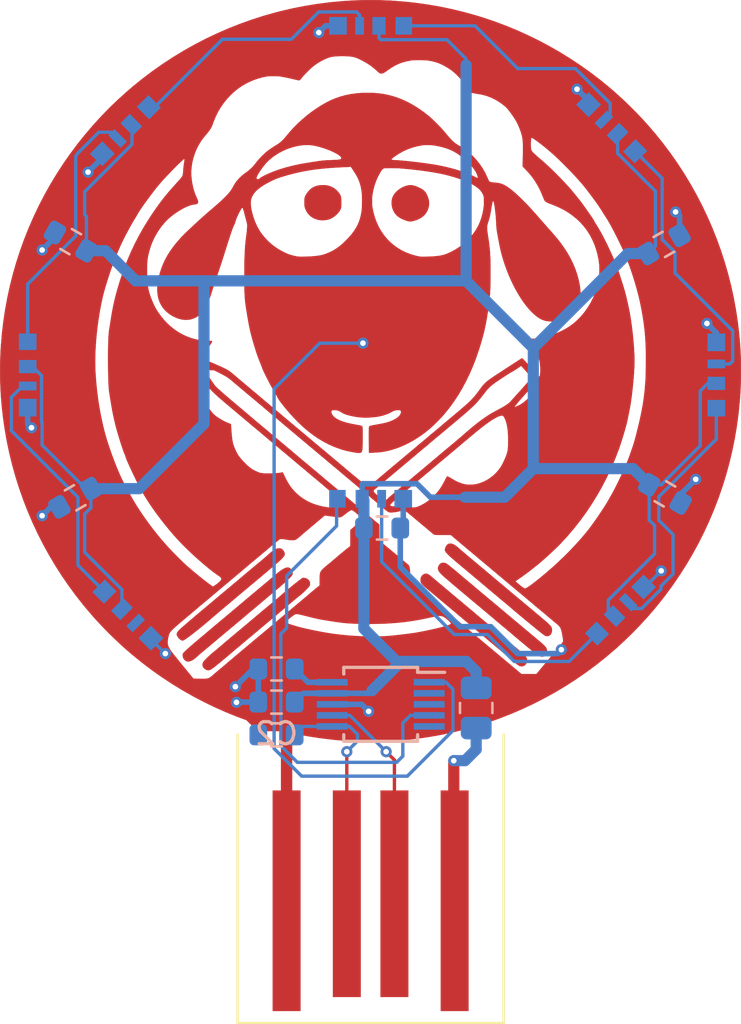
<source format=kicad_pcb>
(kicad_pcb (version 20171130) (host pcbnew "(5.1.8)-1")
  (title_block (rev 1))
  (layers (0 Front signal) (31 Back signal) (34 B.Paste user hide) (35 F.Paste user hide) (36 B.SilkS user) (37 F.SilkS user hide) (38 B.Mask user) (39 F.Mask user) (44 Edge.Cuts user))
  (net 0 "")
  (net 1 +3V3)
  (net 2 GND)
  (net 3 +5V)
  (net 4 D+)
  (net 5 D-)
  (net 6 touch)
  (net 7 "Net-(U2-Pad2)")
  (net 8 "Net-(U2-Pad3)")
  (net 9 neo)
  (net 10 "Net-(U2-Pad5)")
  (net 11 "Net-(U3-Pad3)")
  (net 12 "Net-(U4-Pad3)")
  (net 13 "Net-(U4-Pad1)")
  (net 14 "Net-(U5-Pad1)")
  (net 15 "Net-(U5-Pad3)")
  (net 16 "Net-(U6-Pad3)")
  (net 17 "Net-(J1-Pad1)")
  (net 18 "Net-(R2-Pad1)")
  (net 19 "Net-(U1-Pad1)")
  (net 20 "Net-(U1-Pad3)")
  (module artwork:pcb-layers (layer Front) (at 146.641 130.21)
    (fp_text reference Ref** hide)
    (fp_text value Val** hide)
    (fp_poly (pts (xy -10.387921 -33.962598) (xy -9.831379 -33.940727) (xy -9.275642 -33.900359) (xy -8.721108 -33.841505) (xy -8.168178 -33.764179) (xy -7.617249 -33.668392) (xy -7.068722 -33.554157) (xy -6.522993 -33.421486) (xy -5.980464 -33.270391) (xy -5.719704 -33.190823) (xy -5.196403 -33.01679) (xy -4.678382 -32.824986) (xy -4.166343 -32.615806) (xy -3.660988 -32.389643) (xy -3.163021 -32.146893) (xy -2.673145 -31.887949) (xy -2.192062 -31.613205) (xy -1.720476 -31.323057) (xy -1.259088 -31.017898) (xy -0.808603 -30.698122) (xy -0.369722 -30.364124) (xy 0.056851 -30.016298) (xy 0.277518 -29.826641) (xy 0.529286 -29.601315) (xy 0.783769 -29.363993) (xy 1.037134 -29.118475) (xy 1.285546 -28.868559) (xy 1.525171 -28.618046) (xy 1.752172 -28.370735) (xy 1.792418 -28.325704) (xy 2.155671 -27.903385) (xy 2.504064 -27.469736) (xy 2.837387 -27.025231) (xy 3.155434 -26.57034) (xy 3.457997 -26.105537) (xy 3.744867 -25.631294) (xy 4.015836 -25.148084) (xy 4.270698 -24.656378) (xy 4.509243 -24.15665) (xy 4.731265 -23.649372) (xy 4.936554 -23.135016) (xy 5.124904 -22.614054) (xy 5.296105 -22.086959) (xy 5.449952 -21.554204) (xy 5.586234 -21.016261) (xy 5.704746 -20.473603) (xy 5.805278 -19.926701) (xy 5.887622 -19.376028) (xy 5.944734 -18.890074) (xy 5.966068 -18.670959) (xy 5.98399 -18.461297) (xy 5.998657 -18.257505) (xy 6.010227 -18.056) (xy 6.018854 -17.853196) (xy 6.024696 -17.645512) (xy 6.027909 -17.429361) (xy 6.028648 -17.201161) (xy 6.027445 -16.994482) (xy 6.025535 -16.828366) (xy 6.023017 -16.67779) (xy 6.01975 -16.539487) (xy 6.01559 -16.410189) (xy 6.010397 -16.286626) (xy 6.004029 -16.165531) (xy 5.996343 -16.043635) (xy 5.987199 -15.91767) (xy 5.976454 -15.784368) (xy 5.973372 -15.748) (xy 5.916154 -15.188333) (xy 5.840626 -14.632428) (xy 5.746954 -14.080689) (xy 5.635304 -13.533519) (xy 5.505844 -12.991318) (xy 5.358738 -12.45449) (xy 5.194154 -11.923437) (xy 5.012257 -11.398562) (xy 4.813214 -10.880266) (xy 4.597192 -10.368953) (xy 4.364356 -9.865024) (xy 4.114873 -9.368883) (xy 3.848909 -8.880931) (xy 3.566631 -8.40157) (xy 3.268204 -7.931204) (xy 2.953796 -7.470234) (xy 2.623572 -7.019063) (xy 2.277698 -6.578093) (xy 2.08923 -6.35) (xy 1.771595 -5.983875) (xy 1.438449 -5.621922) (xy 1.09308 -5.267499) (xy 0.738773 -4.92396) (xy 0.378816 -4.594662) (xy 0.315148 -4.538451) (xy -0.11208 -4.175773) (xy -0.550304 -3.828257) (xy -0.999123 -3.496098) (xy -1.458132 -3.179491) (xy -1.926928 -2.878631) (xy -2.405107 -2.593711) (xy -2.892267 -2.324929) (xy -3.388003 -2.072476) (xy -3.891912 -1.83655) (xy -4.403591 -1.617345) (xy -4.922637 -1.415054) (xy -5.448645 -1.229874) (xy -5.981213 -1.061999) (xy -6.519937 -0.911624) (xy -7.064414 -0.778943) (xy -7.61424 -0.664151) (xy -7.768011 -0.635439) (xy -8.110471 -0.576779) (xy -8.453147 -0.52553) (xy -8.79956 -0.481283) (xy -9.153233 -0.443628) (xy -9.517688 -0.412155) (xy -9.896447 -0.386453) (xy -9.920111 -0.385062) (xy -9.957143 -0.383423) (xy -10.010553 -0.381798) (xy -10.078171 -0.380206) (xy -10.157827 -0.378666) (xy -10.247352 -0.377198) (xy -10.344575 -0.375822) (xy -10.447328 -0.374557) (xy -10.55344 -0.373423) (xy -10.660742 -0.372439) (xy -10.767064 -0.371625) (xy -10.870236 -0.371) (xy -10.968088 -0.370584) (xy -11.058451 -0.370397) (xy -11.139155 -0.370457) (xy -11.20803 -0.370785) (xy -11.262906 -0.3714) (xy -11.301615 -0.372321) (xy -11.307704 -0.372565) (xy -11.510897 -0.382136) (xy -11.697829 -0.392034) (xy -11.871051 -0.402433) (xy -12.033116 -0.413507) (xy -12.186577 -0.42543) (xy -12.333985 -0.438375) (xy -12.47133 -0.451839) (xy -13.030743 -0.51883) (xy -13.585947 -0.604042) (xy -14.136556 -0.707308) (xy -14.682184 -0.82846) (xy -15.222446 -0.967331) (xy -15.756958 -1.123751) (xy -16.285332 -1.297555) (xy -16.807185 -1.488574) (xy -17.32213 -1.69664) (xy -17.829782 -1.921586) (xy -18.329755 -2.163244) (xy -18.821665 -2.421447) (xy -19.305126 -2.696026) (xy -19.779751 -2.986813) (xy -20.245157 -3.293642) (xy -20.700957 -3.616345) (xy -21.146766 -3.954753) (xy -21.582199 -4.308699) (xy -21.836294 -4.526684) (xy -22.10259 -4.765517) (xy -22.206295 -4.862822) (xy -19.96936 -4.862822) (xy -19.96619 -4.798384) (xy -19.953585 -4.735928) (xy -19.930499 -4.671978) (xy -19.895887 -4.60306) (xy -19.848704 -4.525699) (xy -19.835832 -4.506148) (xy -19.817788 -4.479854) (xy -19.795411 -4.448766) (xy -19.768033 -4.412045) (xy -19.734981 -4.368849) (xy -19.695587 -4.318338) (xy -19.649178 -4.259672) (xy -19.595085 -4.192009) (xy -19.532638 -4.11451) (xy -19.461166 -4.026333) (xy -19.379998 -3.926639) (xy -19.288464 -3.814585) (xy -19.185895 -3.689333) (xy -19.130555 -3.621852) (xy -18.802542 -3.222037) (xy -18.693438 -3.216874) (xy -18.590995 -3.212914) (xy -18.491726 -3.21077) (xy -18.399218 -3.210441) (xy -18.317058 -3.211929) (xy -18.248834 -3.215235) (xy -18.229702 -3.216751) (xy -18.181555 -3.222288) (xy -18.140236 -3.230622) (xy -18.102473 -3.243459) (xy -18.064995 -3.262505) (xy -18.024532 -3.289466) (xy -17.977811 -3.326047) (xy -17.921564 -3.373955) (xy -17.911704 -3.382572) (xy -17.867213 -3.421181) (xy -17.812161 -3.468373) (xy -17.750518 -3.52078) (xy -17.686255 -3.575033) (xy -17.623341 -3.627763) (xy -17.591852 -3.653981) (xy -17.527954 -3.707256) (xy -17.457532 -3.766333) (xy -17.385382 -3.827167) (xy -17.316297 -3.88571) (xy -17.255073 -3.937916) (xy -17.23437 -3.955677) (xy -17.204985 -3.980773) (xy -17.162351 -4.016937) (xy -17.107657 -4.063173) (xy -17.04209 -4.118482) (xy -16.966839 -4.181868) (xy -16.883093 -4.252335) (xy -16.79204 -4.328885) (xy -16.694867 -4.410521) (xy -16.592764 -4.496246) (xy -16.486918 -4.585064) (xy -16.378519 -4.675977) (xy -16.268754 -4.767988) (xy -16.158811 -4.8601) (xy -16.049879 -4.951317) (xy -15.943147 -5.040641) (xy -15.839802 -5.127076) (xy -15.741034 -5.209624) (xy -15.648029 -5.287289) (xy -15.561977 -5.359073) (xy -15.509686 -5.402647) (xy -15.447295 -5.454794) (xy -15.375419 -5.51517) (xy -15.298842 -5.579737) (xy -15.222347 -5.644459) (xy -15.150715 -5.7053) (xy -15.113 -5.737458) (xy -15.081101 -5.764594) (xy -14.64263 -5.764594) (xy -14.595593 -5.742762) (xy -14.571052 -5.732895) (xy -14.531284 -5.718719) (xy -14.479144 -5.701132) (xy -14.417486 -5.681027) (xy -14.349163 -5.659301) (xy -14.277031 -5.63685) (xy -14.203942 -5.614569) (xy -14.132752 -5.593353) (xy -14.066315 -5.574098) (xy -14.007484 -5.5577) (xy -13.995553 -5.554486) (xy -13.893898 -5.528425) (xy -13.776755 -5.500311) (xy -13.647257 -5.470794) (xy -13.508535 -5.440525) (xy -13.363721 -5.410152) (xy -13.215947 -5.380326) (xy -13.068346 -5.351694) (xy -12.924049 -5.324908) (xy -12.786188 -5.300617) (xy -12.709408 -5.287762) (xy -12.393216 -5.240705) (xy -12.068323 -5.201766) (xy -11.732343 -5.170714) (xy -11.382887 -5.147315) (xy -11.157185 -5.136499) (xy -11.092144 -5.134442) (xy -11.013123 -5.132942) (xy -10.922919 -5.131975) (xy -10.824331 -5.131519) (xy -10.720157 -5.131552) (xy -10.613194 -5.132049) (xy -10.50624 -5.132988) (xy -10.402094 -5.134346) (xy -10.303552 -5.136101) (xy -10.213414 -5.138228) (xy -10.134476 -5.140706) (xy -10.069538 -5.143511) (xy -10.033 -5.145721) (xy -9.93958 -5.153175) (xy -9.830858 -5.163115) (xy -9.710125 -5.175157) (xy -9.580673 -5.188918) (xy -9.445795 -5.204014) (xy -9.308783 -5.220062) (xy -9.172928 -5.236678) (xy -9.041522 -5.253479) (xy -8.917859 -5.270081) (xy -8.805229 -5.286101) (xy -8.730074 -5.297489) (xy -8.643849 -5.311861) (xy -8.542696 -5.330201) (xy -8.429914 -5.351816) (xy -8.308805 -5.376013) (xy -8.182667 -5.402097) (xy -8.054802 -5.429375) (xy -7.928509 -5.457154) (xy -7.807087 -5.48474) (xy -7.693838 -5.51144) (xy -7.592061 -5.536559) (xy -7.589716 -5.537155) (xy -7.469835 -5.568798) (xy -7.367039 -5.598417) (xy -7.28162 -5.625907) (xy -7.213872 -5.651166) (xy -7.164087 -5.674091) (xy -7.13256 -5.694577) (xy -7.126694 -5.700245) (xy -7.119169 -5.710663) (xy -7.119029 -5.721387) (xy -7.127831 -5.737085) (xy -7.147136 -5.762422) (xy -7.1477 -5.763135) (xy -7.179904 -5.799414) (xy -7.224447 -5.843189) (xy -7.278061 -5.891452) (xy -7.337476 -5.941197) (xy -7.365443 -5.963428) (xy -7.435471 -6.011536) (xy -7.503384 -6.04327) (xy -7.573637 -6.059884) (xy -7.650685 -6.062632) (xy -7.701826 -6.058173) (xy -7.725155 -6.055124) (xy -7.749348 -6.051552) (xy -7.77623 -6.047089) (xy -7.807624 -6.041367) (xy -7.845358 -6.034015) (xy -7.891254 -6.024665) (xy -7.947138 -6.012948) (xy -8.014835 -5.998496) (xy -8.096169 -5.980938) (xy -8.192967 -5.959907) (xy -8.258522 -5.945621) (xy -8.596116 -5.878134) (xy -8.940633 -5.821531) (xy -9.293398 -5.775698) (xy -9.655738 -5.740522) (xy -10.02898 -5.71589) (xy -10.414449 -5.701689) (xy -10.813473 -5.697805) (xy -11.117883 -5.701498) (xy -11.265937 -5.704805) (xy -11.397782 -5.708286) (xy -11.516021 -5.712151) (xy -11.623259 -5.716607) (xy -11.722102 -5.721865) (xy -11.815155 -5.728133) (xy -11.905021 -5.735621) (xy -11.994306 -5.744536) (xy -12.085614 -5.755088) (xy -12.181551 -5.767486) (xy -12.284722 -5.781939) (xy -12.39773 -5.798656) (xy -12.474222 -5.810302) (xy -12.602533 -5.830083) (xy -12.714932 -5.847679) (xy -12.814122 -5.863627) (xy -12.902809 -5.878464) (xy -12.983696 -5.892725) (xy -13.059489 -5.906947) (xy -13.13289 -5.921668) (xy -13.206606 -5.937422) (xy -13.28334 -5.954747) (xy -13.365797 -5.97418) (xy -13.45668 -5.996256) (xy -13.558696 -6.021512) (xy -13.634878 -6.040545) (xy -13.741177 -6.067151) (xy -13.830923 -6.089458) (xy -13.905823 -6.107694) (xy -13.967588 -6.122085) (xy -14.017925 -6.132859) (xy -14.058545 -6.140244) (xy -14.091154 -6.144467) (xy -14.117463 -6.145754) (xy -14.13918 -6.144334) (xy -14.158014 -6.140433) (xy -14.175674 -6.134279) (xy -14.193868 -6.1261) (xy -14.211898 -6.117299) (xy -14.240985 -6.100271) (xy -14.280912 -6.072977) (xy -14.328619 -6.037833) (xy -14.381045 -5.997255) (xy -14.435133 -5.953658) (xy -14.487823 -5.90946) (xy -14.536054 -5.867074) (xy -14.575425 -5.830234) (xy -14.64263 -5.764594) (xy -15.081101 -5.764594) (xy -15.071812 -5.772495) (xy -15.017832 -5.818179) (xy -14.952723 -5.873115) (xy -14.878146 -5.935905) (xy -14.795766 -6.005154) (xy -14.707244 -6.079464) (xy -14.614243 -6.157439) (xy -14.518425 -6.237682) (xy -14.421453 -6.318798) (xy -14.327482 -6.397308) (xy -14.23269 -6.476498) (xy -14.138694 -6.555109) (xy -14.046997 -6.631878) (xy -13.959104 -6.705542) (xy -13.876518 -6.77484) (xy -13.800742 -6.838507) (xy -13.733282 -6.895282) (xy -13.67564 -6.943902) (xy -13.62932 -6.983103) (xy -13.595826 -7.011624) (xy -13.593704 -7.013443) (xy -13.504083 -7.089999) (xy -13.424053 -7.157701) (xy -13.349183 -7.220245) (xy -13.275043 -7.281322) (xy -13.197201 -7.344628) (xy -13.173489 -7.363781) (xy -13.077829 -7.440943) (xy -13.074391 -7.70686) (xy -13.073348 -7.785363) (xy -13.071685 -7.852808) (xy -13.068314 -7.91102) (xy -13.062149 -7.961825) (xy -13.052103 -8.007049) (xy -13.03709 -8.048519) (xy -13.016021 -8.088059) (xy -12.987812 -8.127496) (xy -12.951374 -8.168656) (xy -12.905622 -8.213364) (xy -12.849468 -8.263446) (xy -12.781826 -8.320728) (xy -12.701609 -8.387036) (xy -12.638852 -8.438601) (xy -12.574614 -8.491643) (xy -12.507747 -8.547302) (xy -12.441673 -8.602696) (xy -12.379816 -8.654944) (xy -12.325602 -8.701163) (xy -12.282454 -8.738474) (xy -12.28137 -8.739422) (xy -12.238986 -8.775947) (xy -12.185228 -8.821386) (xy -12.123456 -8.87295) (xy -12.057031 -8.927852) (xy -11.989311 -8.983301) (xy -11.923656 -9.036511) (xy -11.916833 -9.042003) (xy -11.684 -9.229316) (xy -11.684 -9.950248) (xy -11.40413 -10.197168) (xy -11.34268 -10.251488) (xy -11.285773 -10.301993) (xy -11.23493 -10.347319) (xy -11.191672 -10.386101) (xy -11.157519 -10.416973) (xy -11.133994 -10.438571) (xy -11.122616 -10.449531) (xy -11.121795 -10.450547) (xy -11.127651 -10.458772) (xy -11.145616 -10.47723) (xy -11.17348 -10.503945) (xy -11.209036 -10.536942) (xy -11.250075 -10.574248) (xy -11.294388 -10.613888) (xy -11.339766 -10.653887) (xy -11.384001 -10.69227) (xy -11.424884 -10.727062) (xy -11.460206 -10.75629) (xy -11.487759 -10.777978) (xy -11.489471 -10.779261) (xy -11.524664 -10.8046) (xy -11.558693 -10.827566) (xy -11.585594 -10.844176) (xy -11.591345 -10.847305) (xy -11.62569 -10.864986) (xy -11.680715 -10.837109) (xy -11.712983 -10.819144) (xy -11.751067 -10.794742) (xy -11.796812 -10.762584) (xy -11.852059 -10.72135) (xy -11.918651 -10.66972) (xy -11.958454 -10.638263) (xy -12.015871 -10.5943) (xy -12.064191 -10.56236) (xy -12.107728 -10.541273) (xy -12.150796 -10.529865) (xy -12.197709 -10.526964) (xy -12.252781 -10.531398) (xy -12.315728 -10.541187) (xy -12.349082 -10.54654) (xy -12.39715 -10.553601) (xy -12.455967 -10.56182) (xy -12.521568 -10.570648) (xy -12.589988 -10.579536) (xy -12.620148 -10.583347) (xy -12.843172 -10.611269) (xy -13.013827 -10.468211) (xy -13.16141 -10.34444) (xy -13.294989 -10.232295) (xy -13.415033 -10.131382) (xy -13.52201 -10.041305) (xy -13.61639 -9.961667) (xy -13.69864 -9.892074) (xy -13.769229 -9.832129) (xy -13.828627 -9.781436) (xy -13.8773 -9.739601) (xy -13.907213 -9.713656) (xy -13.968032 -9.660809) (xy -14.016858 -9.61893) (xy -14.055742 -9.586466) (xy -14.086735 -9.561863) (xy -14.111888 -9.543568) (xy -14.13325 -9.530028) (xy -14.152874 -9.519689) (xy -14.17281 -9.510998) (xy -14.176963 -9.509342) (xy -14.218296 -9.497282) (xy -14.268358 -9.490797) (xy -14.329025 -9.489934) (xy -14.402172 -9.494739) (xy -14.489675 -9.50526) (xy -14.58089 -9.519425) (xy -14.661885 -9.53241) (xy -14.726877 -9.541317) (xy -14.778208 -9.546251) (xy -14.818219 -9.547318) (xy -14.849252 -9.544624) (xy -14.873648 -9.538272) (xy -14.885338 -9.53313) (xy -14.904262 -9.521051) (xy -14.933338 -9.499641) (xy -14.968558 -9.471958) (xy -15.004815 -9.441992) (xy -15.031894 -9.419163) (xy -15.071321 -9.386097) (xy -15.120962 -9.344575) (xy -15.178687 -9.296374) (xy -15.242364 -9.243276) (xy -15.309861 -9.187058) (xy -15.379048 -9.129501) (xy -15.399926 -9.112147) (xy -15.470949 -9.053053) (xy -15.542395 -8.99348) (xy -15.611863 -8.935441) (xy -15.67695 -8.880947) (xy -15.735253 -8.83201) (xy -15.78437 -8.790643) (xy -15.821898 -8.758857) (xy -15.827963 -8.753689) (xy -15.874478 -8.714262) (xy -15.930884 -8.66687) (xy -15.992486 -8.615433) (xy -16.05459 -8.563869) (xy -16.112501 -8.5161) (xy -16.114889 -8.514138) (xy -16.17301 -8.466143) (xy -16.235975 -8.413691) (xy -16.29895 -8.360842) (xy -16.357099 -8.311652) (xy -16.405588 -8.27018) (xy -16.406519 -8.269377) (xy -16.433032 -8.246686) (xy -16.472668 -8.213025) (xy -16.524117 -8.169494) (xy -16.586072 -8.117196) (xy -16.657222 -8.057232) (xy -16.73626 -7.990703) (xy -16.821877 -7.918713) (xy -16.912764 -7.842362) (xy -17.007612 -7.762752) (xy -17.105114 -7.680984) (xy -17.177926 -7.619968) (xy -17.277373 -7.536623) (xy -17.375727 -7.454126) (xy -17.47161 -7.373637) (xy -17.563645 -7.296314) (xy -17.650454 -7.223317) (xy -17.730661 -7.155805) (xy -17.802886 -7.094938) (xy -17.865754 -7.041874) (xy -17.917886 -6.997773) (xy -17.957905 -6.963795) (xy -17.977556 -6.947012) (xy -18.031425 -6.90113) (xy -18.095286 -6.847249) (xy -18.164522 -6.789231) (xy -18.234519 -6.73094) (xy -18.300662 -6.676235) (xy -18.32563 -6.655712) (xy -18.384036 -6.607596) (xy -18.443772 -6.55801) (xy -18.501395 -6.509839) (xy -18.553458 -6.465971) (xy -18.596516 -6.429292) (xy -18.617259 -6.411358) (xy -18.645991 -6.386573) (xy -18.687065 -6.35154) (xy -18.738361 -6.308049) (xy -18.797761 -6.257887) (xy -18.863145 -6.202844) (xy -18.932393 -6.144706) (xy -19.003386 -6.085264) (xy -19.035889 -6.058105) (xy -19.164324 -5.950641) (xy -19.278954 -5.854213) (xy -19.380617 -5.768041) (xy -19.47015 -5.691347) (xy -19.548391 -5.62335) (xy -19.616176 -5.563271) (xy -19.674343 -5.51033) (xy -19.72373 -5.463749) (xy -19.765174 -5.422748) (xy -19.799513 -5.386548) (xy -19.827584 -5.354368) (xy -19.850224 -5.32543) (xy -19.868271 -5.298954) (xy -19.882562 -5.274161) (xy -19.886504 -5.266405) (xy -19.907216 -5.214405) (xy -19.926625 -5.146061) (xy -19.944158 -5.063832) (xy -19.959243 -4.970174) (xy -19.96414 -4.932715) (xy -19.96936 -4.862822) (xy -22.206295 -4.862822) (xy -22.371673 -5.017993) (xy -22.639613 -5.280182) (xy -22.90248 -5.548152) (xy -23.156346 -5.817973) (xy -23.397278 -6.085713) (xy -23.414548 -6.105408) (xy -23.775526 -6.532024) (xy -24.121316 -6.969551) (xy -24.451735 -7.417549) (xy -24.766602 -7.875577) (xy -25.065735 -8.343197) (xy -25.34895 -8.819968) (xy -25.616067 -9.305452) (xy -25.866903 -9.799208) (xy -26.101276 -10.300798) (xy -26.319004 -10.809782) (xy -26.519905 -11.32572) (xy -26.703797 -11.848172) (xy -26.870498 -12.3767) (xy -27.019825 -12.910863) (xy -27.151596 -13.450222) (xy -27.26563 -13.994338) (xy -27.361745 -14.542771) (xy -27.439757 -15.095081) (xy -27.499486 -15.650829) (xy -27.530183 -16.03963) (xy -27.549058 -16.380061) (xy -27.560939 -16.732612) (xy -27.565826 -17.091935) (xy -27.563716 -17.452685) (xy -27.560628 -17.573718) (xy -23.25337 -17.573718) (xy -23.251782 -17.427222) (xy -23.245785 -17.222043) (xy -23.235506 -17.013014) (xy -23.220736 -16.797662) (xy -23.201266 -16.573513) (xy -23.176887 -16.338093) (xy -23.147391 -16.088928) (xy -23.122861 -15.899579) (xy -23.094645 -15.704492) (xy -23.061075 -15.499585) (xy -23.022928 -15.288569) (xy -22.980983 -15.075155) (xy -22.936018 -14.863053) (xy -22.888812 -14.655974) (xy -22.840143 -14.45763) (xy -22.790789 -14.27173) (xy -22.755585 -14.148741) (xy -22.705707 -13.985648) (xy -22.65039 -13.814243) (xy -22.590564 -13.63697) (xy -22.527163 -13.456274) (xy -22.461118 -13.274598) (xy -22.393361 -13.094386) (xy -22.324825 -12.918081) (xy -22.256441 -12.748128) (xy -22.189141 -12.58697) (xy -22.123857 -12.437052) (xy -22.061523 -12.300817) (xy -22.011105 -12.196704) (xy -21.981095 -12.137747) (xy -21.942509 -12.063777) (xy -21.896066 -11.97614) (xy -21.842489 -11.87618) (xy -21.782496 -11.765242) (xy -21.716809 -11.644671) (xy -21.653277 -11.528778) (xy -21.514876 -11.286436) (xy -21.362245 -11.036607) (xy -21.197122 -10.781758) (xy -21.021242 -10.524353) (xy -20.836344 -10.266859) (xy -20.644164 -10.011739) (xy -20.446441 -9.761461) (xy -20.244911 -9.518488) (xy -20.198492 -9.464233) (xy -20.08147 -9.330785) (xy -19.955376 -9.191603) (xy -19.822806 -9.049338) (xy -19.686355 -8.906642) (xy -19.548618 -8.766169) (xy -19.412192 -8.63057) (xy -19.279672 -8.502499) (xy -19.153653 -8.384606) (xy -19.054704 -8.29537) (xy -18.980895 -8.230836) (xy -18.90148 -8.162695) (xy -18.81774 -8.091958) (xy -18.730959 -8.019637) (xy -18.642419 -7.946743) (xy -18.553402 -7.874287) (xy -18.465189 -7.80328) (xy -18.379065 -7.734732) (xy -18.29631 -7.669655) (xy -18.218207 -7.60906) (xy -18.146039 -7.553958) (xy -18.081087 -7.505359) (xy -18.024634 -7.464276) (xy -17.977963 -7.431718) (xy -17.942355 -7.408698) (xy -17.919092 -7.396225) (xy -17.911771 -7.394222) (xy -17.898405 -7.39948) (xy -17.873059 -7.413946) (xy -17.838893 -7.435657) (xy -17.799067 -7.462654) (xy -17.781043 -7.47536) (xy -17.707512 -7.530121) (xy -17.645215 -7.581295) (xy -17.595433 -7.627671) (xy -17.559443 -7.668034) (xy -17.538524 -7.701171) (xy -17.535846 -7.708042) (xy -17.52997 -7.734612) (xy -17.532111 -7.758975) (xy -17.543848 -7.783178) (xy -17.56676 -7.809271) (xy -17.602424 -7.839302) (xy -17.65242 -7.875321) (xy -17.678203 -7.892815) (xy -17.786803 -7.968519) (xy -17.906026 -8.056887) (xy -18.034146 -8.156388) (xy -18.16944 -8.265486) (xy -18.310186 -8.382648) (xy -18.454658 -8.506342) (xy -18.601134 -8.635033) (xy -18.74789 -8.767188) (xy -18.893203 -8.901274) (xy -19.035349 -9.035757) (xy -19.172603 -9.169103) (xy -19.303244 -9.29978) (xy -19.425546 -9.426253) (xy -19.537787 -9.546989) (xy -19.539176 -9.548519) (xy -19.732068 -9.765678) (xy -19.922 -9.988818) (xy -20.107575 -10.216045) (xy -20.287394 -10.445462) (xy -20.46006 -10.675174) (xy -20.624174 -10.903286) (xy -20.77834 -11.127903) (xy -20.921157 -11.347129) (xy -21.05123 -11.559068) (xy -21.153972 -11.737919) (xy -21.196469 -11.816016) (xy -21.242867 -11.903884) (xy -21.29238 -11.999857) (xy -21.344223 -12.102271) (xy -21.39761 -12.209461) (xy -21.451755 -12.31976) (xy -21.505872 -12.431504) (xy -21.559176 -12.543027) (xy -21.610881 -12.652665) (xy -21.6602 -12.758751) (xy -21.706348 -12.859622) (xy -21.74854 -12.95361) (xy -21.78599 -13.039052) (xy -21.817911 -13.114281) (xy -21.843518 -13.177633) (xy -21.862026 -13.227443) (xy -21.872072 -13.259741) (xy -21.884954 -13.302229) (xy -21.902689 -13.351074) (xy -21.921505 -13.395912) (xy -21.922055 -13.397105) (xy -21.941494 -13.442689) (xy -21.965288 -13.504438) (xy -21.992796 -13.58038) (xy -22.023374 -13.668541) (xy -22.056379 -13.766947) (xy -22.09117 -13.873626) (xy -22.127102 -13.986605) (xy -22.163534 -14.10391) (xy -22.199823 -14.223568) (xy -22.235326 -14.343606) (xy -22.2694 -14.46205) (xy -22.272536 -14.473136) (xy -22.313228 -14.623234) (xy -22.354293 -14.786094) (xy -22.394309 -14.955751) (xy -22.431853 -15.126236) (xy -22.455326 -15.24) (xy -22.468514 -15.307835) (xy -22.483218 -15.386918) (xy -22.499045 -15.474851) (xy -22.5156 -15.569236) (xy -22.532491 -15.667673) (xy -22.549323 -15.767766) (xy -22.565702 -15.867115) (xy -22.581235 -15.963322) (xy -22.595528 -16.053989) (xy -22.608187 -16.136718) (xy -22.618818 -16.20911) (xy -22.627028 -16.268766) (xy -22.632423 -16.313289) (xy -22.633725 -16.326556) (xy -22.640836 -16.421366) (xy -22.647195 -16.53286) (xy -22.652793 -16.658921) (xy -22.657624 -16.797433) (xy -22.661454 -16.938037) (xy -18.546704 -16.938037) (xy -18.544129 -16.876889) (xy -18.540122 -16.819956) (xy -18.532586 -16.748568) (xy -18.522129 -16.666625) (xy -18.509358 -16.578027) (xy -18.494882 -16.486674) (xy -18.479309 -16.396466) (xy -18.463248 -16.311301) (xy -18.447307 -16.23508) (xy -18.43739 -16.192555) (xy -18.406794 -16.088956) (xy -18.364221 -15.975821) (xy -18.311429 -15.856468) (xy -18.25018 -15.734212) (xy -18.182235 -15.612373) (xy -18.109356 -15.494267) (xy -18.033301 -15.383212) (xy -17.955834 -15.282525) (xy -17.951669 -15.277476) (xy -17.907944 -15.22809) (xy -17.860429 -15.181701) (xy -17.806419 -15.136172) (xy -17.743207 -15.089366) (xy -17.668086 -15.039145) (xy -17.582346 -14.985791) (xy -17.502384 -14.938279) (xy -17.432612 -14.899212) (xy -17.367959 -14.866025) (xy -17.303357 -14.836157) (xy -17.233737 -14.807045) (xy -17.210852 -14.797972) (xy -17.169845 -14.781621) (xy -17.13545 -14.767412) (xy -17.11136 -14.756905) (xy -17.101349 -14.751741) (xy -17.09888 -14.740993) (xy -17.095653 -14.714507) (xy -17.091957 -14.675333) (xy -17.08808 -14.626519) (xy -17.084369 -14.572074) (xy -17.075549 -14.439463) (xy -17.066771 -14.323678) (xy -17.057796 -14.222735) (xy -17.048381 -14.134646) (xy -17.038288 -14.057427) (xy -17.027275 -13.989091) (xy -17.015102 -13.927653) (xy -17.001528 -13.871126) (xy -16.997774 -13.857111) (xy -16.976379 -13.789179) (xy -16.94702 -13.710546) (xy -16.911963 -13.626302) (xy -16.873474 -13.541534) (xy -16.833819 -13.461332) (xy -16.795266 -13.390786) (xy -16.775717 -13.358519) (xy -16.726813 -13.288038) (xy -16.665376 -13.209939) (xy -16.594365 -13.127277) (xy -16.516742 -13.043111) (xy -16.435465 -12.960495) (xy -16.353495 -12.882486) (xy -16.273792 -12.812142) (xy -16.199316 -12.752519) (xy -16.164479 -12.727348) (xy -16.12644 -12.703456) (xy -16.077139 -12.676006) (xy -16.020545 -12.64686) (xy -15.960623 -12.617883) (xy -15.901341 -12.590938) (xy -15.846666 -12.56789) (xy -15.800565 -12.550602) (xy -15.768366 -12.541222) (xy -15.695874 -12.529328) (xy -15.608255 -12.5208) (xy -15.508878 -12.515559) (xy -15.401112 -12.513528) (xy -15.288327 -12.514629) (xy -15.173893 -12.518783) (xy -15.061178 -12.525915) (xy -14.953553 -12.535944) (xy -14.854386 -12.548795) (xy -14.767278 -12.56434) (xy -14.748114 -12.565409) (xy -14.741408 -12.560087) (xy -14.73741 -12.549298) (xy -14.726165 -12.524047) (xy -14.708796 -12.486723) (xy -14.686427 -12.439716) (xy -14.660179 -12.385413) (xy -14.637246 -12.33853) (xy -14.570206 -12.207286) (xy -14.505127 -12.09114) (xy -14.43976 -11.986853) (xy -14.371853 -11.891186) (xy -14.299154 -11.8009) (xy -14.219414 -11.712756) (xy -14.1614 -11.65375) (xy -14.090564 -11.585634) (xy -14.025524 -11.527644) (xy -13.960507 -11.475069) (xy -13.889743 -11.423195) (xy -13.824185 -11.378414) (xy -13.703603 -11.302856) (xy -13.580774 -11.23604) (xy -13.453235 -11.17707) (xy -13.318524 -11.125053) (xy -13.174177 -11.079092) (xy -13.017731 -11.038293) (xy -12.846723 -11.00176) (xy -12.728222 -10.980157) (xy -12.635525 -10.970662) (xy -12.527674 -10.971314) (xy -12.405346 -10.982088) (xy -12.302226 -10.997177) (xy -12.203835 -11.014343) (xy -12.122738 -11.029852) (xy -12.057524 -11.04409) (xy -12.006781 -11.057442) (xy -11.969099 -11.070292) (xy -11.943068 -11.083026) (xy -11.927277 -11.096029) (xy -11.92411 -11.100383) (xy -11.922003 -11.107525) (xy -11.923947 -11.116971) (xy -11.930766 -11.129478) (xy -11.943281 -11.145806) (xy -11.962316 -11.166711) (xy -11.988694 -11.192952) (xy -12.023238 -11.225286) (xy -12.066771 -11.264472) (xy -12.120117 -11.311267) (xy -12.184097 -11.36643) (xy -12.259535 -11.430717) (xy -12.347254 -11.504888) (xy -12.448077 -11.5897) (xy -12.530667 -11.65897) (xy -12.602946 -11.719617) (xy -12.675939 -11.781015) (xy -12.747245 -11.841132) (xy -12.814463 -11.897939) (xy -12.875192 -11.949405) (xy -12.92703 -11.993501) (xy -12.967578 -12.028197) (xy -12.977519 -12.036761) (xy -13.02423 -12.076727) (xy -13.081332 -12.125007) (xy -13.144601 -12.178066) (xy -13.209814 -12.232367) (xy -13.272747 -12.284374) (xy -13.29737 -12.30459) (xy -13.355284 -12.352232) (xy -13.414666 -12.401446) (xy -13.471979 -12.449273) (xy -13.523686 -12.492758) (xy -13.566252 -12.528941) (xy -13.584296 -12.544496) (xy -13.619961 -12.575119) (xy -13.666755 -12.614775) (xy -13.721245 -12.660581) (xy -13.779997 -12.709657) (xy -13.839576 -12.759123) (xy -13.875926 -12.789136) (xy -13.931734 -12.835254) (xy -13.986562 -12.880834) (xy -14.03755 -12.92348) (xy -14.081842 -12.960795) (xy -14.116578 -12.990383) (xy -14.13463 -13.006052) (xy -14.151496 -13.02059) (xy -14.181666 -13.046223) (xy -14.223998 -13.081992) (xy -14.27735 -13.126939) (xy -14.340579 -13.180105) (xy -14.412545 -13.24053) (xy -14.492103 -13.307255) (xy -14.578114 -13.379322) (xy -14.669433 -13.455772) (xy -14.76492 -13.535646) (xy -14.863432 -13.617985) (xy -14.868408 -13.622142) (xy -14.968723 -13.70599) (xy -15.067259 -13.788428) (xy -15.162741 -13.868383) (xy -15.253894 -13.944784) (xy -15.339442 -14.016561) (xy -15.418111 -14.082643) (xy -15.488626 -14.141959) (xy -15.549711 -14.193437) (xy -15.600092 -14.236007) (xy -15.638493 -14.268597) (xy -15.662442 -14.289102) (xy -15.716204 -14.335089) (xy -15.778213 -14.387408) (xy -15.842012 -14.440652) (xy -15.901145 -14.489414) (xy -15.921146 -14.505723) (xy -15.955818 -14.534129) (xy -16.00272 -14.572927) (xy -16.059726 -14.620342) (xy -16.124716 -14.6746) (xy -16.195565 -14.733925) (xy -16.27015 -14.796543) (xy -16.34635 -14.860679) (xy -16.411222 -14.915417) (xy -16.496941 -14.987784) (xy -16.593364 -15.069099) (xy -16.69677 -15.156232) (xy -16.80344 -15.246051) (xy -16.909655 -15.335423) (xy -17.011693 -15.421217) (xy -17.105835 -15.500301) (xy -17.145 -15.533175) (xy -17.282249 -15.648633) (xy -17.405791 -15.753257) (xy -17.516599 -15.847981) (xy -17.615645 -15.933743) (xy -17.703902 -16.011479) (xy -17.78234 -16.082123) (xy -17.851933 -16.146612) (xy -17.913652 -16.205883) (xy -17.96847 -16.26087) (xy -18.017358 -16.31251) (xy -18.061289 -16.361739) (xy -18.101235 -16.409493) (xy -18.138167 -16.456707) (xy -18.173059 -16.504317) (xy -18.206881 -16.553261) (xy -18.211226 -16.559733) (xy -18.246349 -16.613362) (xy -18.2811 -16.668475) (xy -18.313715 -16.722077) (xy -18.342433 -16.771174) (xy -18.36549 -16.81277) (xy -18.381125 -16.843871) (xy -18.386794 -16.858074) (xy -18.396002 -16.881106) (xy -18.403763 -16.89404) (xy -18.426248 -16.912304) (xy -18.458935 -16.928478) (xy -18.493265 -16.939012) (xy -18.516822 -16.940933) (xy -18.546704 -16.938037) (xy -22.661454 -16.938037) (xy -22.661679 -16.946279) (xy -22.66495 -17.103344) (xy -22.66743 -17.266511) (xy -22.667442 -17.267782) (xy -18.240963 -17.267782) (xy -18.236897 -17.242834) (xy -18.225509 -17.204302) (xy -18.208013 -17.15537) (xy -18.18562 -17.09922) (xy -18.159546 -17.039036) (xy -18.131004 -16.978001) (xy -18.128671 -16.973218) (xy -18.078344 -16.874763) (xy -18.030686 -16.791051) (xy -17.98359 -16.718622) (xy -17.934954 -16.654018) (xy -17.932918 -16.651513) (xy -17.905854 -16.61593) (xy -17.879125 -16.57698) (xy -17.862411 -16.549758) (xy -17.849784 -16.530388) (xy -17.831235 -16.506874) (xy -17.806135 -16.478655) (xy -17.773855 -16.445167) (xy -17.733769 -16.405847) (xy -17.685248 -16.360132) (xy -17.627664 -16.307459) (xy -17.560389 -16.247264) (xy -17.482795 -16.178984) (xy -17.394255 -16.102057) (xy -17.294139 -16.015919) (xy -17.18182 -15.920006) (xy -17.05667 -15.813757) (xy -16.918061 -15.696607) (xy -16.801015 -15.597988) (xy -16.715514 -15.525985) (xy -16.631104 -15.454815) (xy -16.549415 -15.385859) (xy -16.472081 -15.320499) (xy -16.400735 -15.260118) (xy -16.337008 -15.206096) (xy -16.282534 -15.159816) (xy -16.238946 -15.12266) (xy -16.207875 -15.09601) (xy -16.204259 -15.092886) (xy -16.163744 -15.058094) (xy -16.112108 -15.014144) (xy -16.052719 -14.963883) (xy -15.988946 -14.910155) (xy -15.924158 -14.855803) (xy -15.863863 -14.805454) (xy -15.783806 -14.738741) (xy -15.696489 -14.665905) (xy -15.60301 -14.587867) (xy -15.504467 -14.505547) (xy -15.401959 -14.419865) (xy -15.296583 -14.331741) (xy -15.189437 -14.242096) (xy -15.08162 -14.151851) (xy -14.974229 -14.061924) (xy -14.868362 -13.973236) (xy -14.765119 -13.886709) (xy -14.665595 -13.803261) (xy -14.570891 -13.723813) (xy -14.482103 -13.649285) (xy -14.40033 -13.580598) (xy -14.32667 -13.518671) (xy -14.262221 -13.464426) (xy -14.20808 -13.418782) (xy -14.165347 -13.382658) (xy -14.135119 -13.356977) (xy -14.121166 -13.344992) (xy -14.088516 -13.316921) (xy -14.044194 -13.279246) (xy -13.991028 -13.234347) (xy -13.931848 -13.184609) (xy -13.869484 -13.132412) (xy -13.806766 -13.080138) (xy -13.790823 -13.066889) (xy -13.662119 -12.959907) (xy -13.537046 -12.855761) (xy -13.417018 -12.755633) (xy -13.303445 -12.660706) (xy -13.197741 -12.572161) (xy -13.101317 -12.491183) (xy -13.015585 -12.418953) (xy -12.941958 -12.356653) (xy -12.897556 -12.318884) (xy -12.865064 -12.291306) (xy -12.819631 -12.252954) (xy -12.762771 -12.205098) (xy -12.695998 -12.149005) (xy -12.620827 -12.085947) (xy -12.538771 -12.017192) (xy -12.451345 -11.944009) (xy -12.360063 -11.867669) (xy -12.266438 -11.789439) (xy -12.171986 -11.710591) (xy -12.168482 -11.707667) (xy -12.073994 -11.628781) (xy -11.980258 -11.550432) (xy -11.888792 -11.473894) (xy -11.801112 -11.400438) (xy -11.718736 -11.331339) (xy -11.643179 -11.26787) (xy -11.57596 -11.211305) (xy -11.518594 -11.162916) (xy -11.4726 -11.123978) (xy -11.439493 -11.095762) (xy -11.438595 -11.094992) (xy -11.385203 -11.049455) (xy -11.32173 -10.995757) (xy -11.25265 -10.937656) (xy -11.18244 -10.878913) (xy -11.115575 -10.823287) (xy -11.085134 -10.798097) (xy -11.024908 -10.748207) (xy -10.962162 -10.695951) (xy -10.900572 -10.64441) (xy -10.843816 -10.596666) (xy -10.795568 -10.555798) (xy -10.770799 -10.534628) (xy -10.722429 -10.493489) (xy -10.664931 -10.445243) (xy -10.603877 -10.394529) (xy -10.544839 -10.345985) (xy -10.512778 -10.319889) (xy -10.371667 -10.205595) (xy -10.366963 -9.879409) (xy -10.362259 -9.553222) (xy -10.33457 -9.496778) (xy -10.317316 -9.466577) (xy -10.29359 -9.434066) (xy -10.26207 -9.397953) (xy -10.221432 -9.356947) (xy -10.170353 -9.309756) (xy -10.107508 -9.255091) (xy -10.031575 -9.191658) (xy -9.971852 -9.142909) (xy -9.914812 -9.096563) (xy -9.857792 -9.05001) (xy -9.803916 -9.005819) (xy -9.756309 -8.966556) (xy -9.718094 -8.934788) (xy -9.699037 -8.918751) (xy -9.673087 -8.896817) (xy -9.634946 -8.864709) (xy -9.586865 -8.824313) (xy -9.531093 -8.777517) (xy -9.469878 -8.72621) (xy -9.405472 -8.672278) (xy -9.346259 -8.622739) (xy -9.283589 -8.570249) (xy -9.224425 -8.520535) (xy -9.170575 -8.47513) (xy -9.123847 -8.435565) (xy -9.08605 -8.403371) (xy -9.058993 -8.380079) (xy -9.044483 -8.367221) (xy -9.044096 -8.366858) (xy -9.025689 -8.343419) (xy -9.010511 -8.310031) (xy -8.998198 -8.264961) (xy -8.988389 -8.206475) (xy -8.980719 -8.132837) (xy -8.974825 -8.042315) (xy -8.974401 -8.033926) (xy -8.968856 -7.946924) (xy -8.961417 -7.87601) (xy -8.951618 -7.818511) (xy -8.938996 -7.771755) (xy -8.923085 -7.73307) (xy -8.921562 -7.730062) (xy -8.889763 -7.675789) (xy -8.847665 -7.617255) (xy -8.794282 -7.553378) (xy -8.728624 -7.483077) (xy -8.649706 -7.40527) (xy -8.556538 -7.318875) (xy -8.499593 -7.267951) (xy -8.465062 -7.237467) (xy -8.431143 -7.207676) (xy -8.396841 -7.177737) (xy -8.361156 -7.146807) (xy -8.323093 -7.114045) (xy -8.281654 -7.078609) (xy -8.235842 -7.039657) (xy -8.184659 -6.996346) (xy -8.127109 -6.947836) (xy -8.062194 -6.893283) (xy -7.988917 -6.831847) (xy -7.906281 -6.762685) (xy -7.813288 -6.684955) (xy -7.708941 -6.597816) (xy -7.592244 -6.500425) (xy -7.462199 -6.391941) (xy -7.445963 -6.378399) (xy -7.34944 -6.297851) (xy -7.253828 -6.217983) (xy -7.160585 -6.140016) (xy -7.071168 -6.065173) (xy -6.987035 -5.994677) (xy -6.909643 -5.929748) (xy -6.84045 -5.87161) (xy -6.780912 -5.821484) (xy -6.732488 -5.780593) (xy -6.696635 -5.750158) (xy -6.688667 -5.743351) (xy -6.630077 -5.693505) (xy -6.562571 -5.63658) (xy -6.491845 -5.577351) (xy -6.423598 -5.52059) (xy -6.368815 -5.475406) (xy -6.316795 -5.432564) (xy -6.265609 -5.390112) (xy -6.218464 -5.35073) (xy -6.178567 -5.3171) (xy -6.149124 -5.291903) (xy -6.143037 -5.28659) (xy -6.122892 -5.26921) (xy -6.090109 -5.241334) (xy -6.046515 -5.204498) (xy -5.993936 -5.160237) (xy -5.9342 -5.11009) (xy -5.869132 -5.055591) (xy -5.80056 -4.998277) (xy -5.75614 -4.961213) (xy -5.697855 -4.91259) (xy -5.626945 -4.853397) (xy -5.545212 -4.78514) (xy -5.454459 -4.709326) (xy -5.356489 -4.627462) (xy -5.253104 -4.541053) (xy -5.146107 -4.451607) (xy -5.0373 -4.360629) (xy -4.928486 -4.269626) (xy -4.821467 -4.180105) (xy -4.773066 -4.13961) (xy -4.674336 -4.057004) (xy -4.577905 -3.976323) (xy -4.484998 -3.898593) (xy -4.396839 -3.824837) (xy -4.314655 -3.756081) (xy -4.239668 -3.693349) (xy -4.173106 -3.637667) (xy -4.116192 -3.590058) (xy -4.070151 -3.551548) (xy -4.036208 -3.523161) (xy -4.016963 -3.507071) (xy -3.918185 -3.424514) (xy -3.582142 -3.424405) (xy -3.246098 -3.424296) (xy -2.998882 -3.722273) (xy -2.942736 -3.789873) (xy -2.876868 -3.86905) (xy -2.803645 -3.956965) (xy -2.725436 -4.05078) (xy -2.644609 -4.147655) (xy -2.56353 -4.244752) (xy -2.484568 -4.339231) (xy -2.410092 -4.428254) (xy -2.404541 -4.434884) (xy -2.340422 -4.51173) (xy -2.279702 -4.585002) (xy -2.223508 -4.653305) (xy -2.172965 -4.715248) (xy -2.129202 -4.769435) (xy -2.093346 -4.814473) (xy -2.066524 -4.848969) (xy -2.049863 -4.871529) (xy -2.044707 -4.879791) (xy -2.038252 -4.89792) (xy -2.034366 -4.917556) (xy -2.033215 -4.941484) (xy -2.034968 -4.972492) (xy -2.039791 -5.013365) (xy -2.047853 -5.06689) (xy -2.059319 -5.135853) (xy -2.060497 -5.142757) (xy -2.078189 -5.241778) (xy -2.094923 -5.324423) (xy -2.111555 -5.393046) (xy -2.12894 -5.449996) (xy -2.147935 -5.497627) (xy -2.169394 -5.53829) (xy -2.194174 -5.574336) (xy -2.223131 -5.608118) (xy -2.233906 -5.61933) (xy -2.255117 -5.639407) (xy -2.288192 -5.668881) (xy -2.330339 -5.705348) (xy -2.378768 -5.746409) (xy -2.430686 -5.789662) (xy -2.458605 -5.812607) (xy -2.513885 -5.858015) (xy -2.569688 -5.90422) (xy -2.622584 -5.948354) (xy -2.669138 -5.987548) (xy -2.705919 -6.018933) (xy -2.717367 -6.028869) (xy -2.74678 -6.054235) (xy -2.787852 -6.089147) (xy -2.837716 -6.131195) (xy -2.893504 -6.177967) (xy -2.952349 -6.227053) (xy -3.010771 -6.275536) (xy -3.075742 -6.329446) (xy -3.145877 -6.387886) (xy -3.216999 -6.44736) (xy -3.284932 -6.504371) (xy -3.345499 -6.555424) (xy -3.381963 -6.586325) (xy -3.411413 -6.611251) (xy -3.454102 -6.647221) (xy -3.508822 -6.693223) (xy -3.574367 -6.748247) (xy -3.649529 -6.811281) (xy -3.733102 -6.881314) (xy -3.823878 -6.957335) (xy -3.92065 -7.038333) (xy -4.022212 -7.123295) (xy -4.127356 -7.211212) (xy -4.234875 -7.301072) (xy -4.318 -7.370514) (xy -4.426986 -7.461566) (xy -4.534835 -7.551717) (xy -4.626305 -7.628215) (xy -4.192949 -7.628215) (xy -4.184993 -7.619353) (xy -4.165086 -7.600881) (xy -4.135885 -7.575046) (xy -4.100047 -7.544094) (xy -4.06023 -7.510271) (xy -4.019092 -7.475824) (xy -3.97929 -7.442998) (xy -3.943483 -7.414039) (xy -3.914327 -7.391195) (xy -3.89937 -7.380094) (xy -3.861243 -7.354181) (xy -3.824123 -7.331043) (xy -3.791953 -7.312949) (xy -3.768673 -7.302166) (xy -3.760438 -7.300148) (xy -3.748566 -7.304107) (xy -3.725611 -7.314348) (xy -3.703854 -7.324994) (xy -3.660323 -7.349035) (xy -3.608653 -7.381331) (xy -3.547976 -7.42252) (xy -3.47742 -7.473235) (xy -3.396117 -7.534114) (xy -3.303197 -7.605793) (xy -3.19779 -7.688906) (xy -3.109148 -7.759827) (xy -2.819182 -7.999225) (xy -2.533054 -8.24767) (xy -2.252687 -8.503257) (xy -1.980006 -8.764081) (xy -1.716936 -9.028237) (xy -1.465399 -9.293821) (xy -1.227321 -9.558927) (xy -1.004625 -9.821651) (xy -0.916202 -9.930752) (xy -0.859211 -10.003715) (xy -0.795389 -10.088325) (xy -0.726105 -10.182573) (xy -0.652727 -10.28445) (xy -0.576624 -10.391946) (xy -0.499164 -10.503052) (xy -0.421714 -10.615759) (xy -0.345644 -10.728057) (xy -0.272322 -10.837937) (xy -0.203115 -10.94339) (xy -0.139393 -11.042406) (xy -0.082524 -11.132976) (xy -0.033875 -11.21309) (xy 0.005184 -11.280739) (xy 0.013974 -11.296726) (xy 0.039286 -11.342648) (xy 0.07112 -11.39929) (xy 0.106379 -11.461203) (xy 0.141966 -11.522937) (xy 0.164579 -11.561704) (xy 0.205797 -11.634322) (xy 0.253203 -11.721962) (xy 0.305656 -11.82232) (xy 0.362018 -11.933088) (xy 0.421147 -12.051959) (xy 0.481905 -12.176627) (xy 0.543153 -12.304786) (xy 0.60375 -12.434129) (xy 0.662557 -12.56235) (xy 0.699084 -12.643556) (xy 0.747689 -12.752901) (xy 0.789595 -12.848193) (xy 0.826023 -12.932444) (xy 0.858191 -13.008669) (xy 0.887321 -13.079881) (xy 0.91463 -13.149093) (xy 0.94134 -13.21932) (xy 0.96867 -13.293574) (xy 0.99784 -13.37487) (xy 1.017012 -13.429074) (xy 1.058832 -13.548418) (xy 1.095024 -13.653302) (xy 1.126562 -13.746885) (xy 1.15442 -13.832325) (xy 1.179571 -13.91278) (xy 1.202988 -13.991411) (xy 1.225645 -14.071374) (xy 1.248515 -14.155829) (xy 1.272573 -14.247935) (xy 1.288105 -14.308667) (xy 1.348403 -14.549736) (xy 1.402684 -14.775317) (xy 1.451321 -14.987622) (xy 1.494689 -15.188858) (xy 1.533161 -15.381235) (xy 1.567109 -15.566963) (xy 1.596909 -15.74825) (xy 1.622933 -15.927307) (xy 1.645555 -16.106342) (xy 1.665149 -16.287565) (xy 1.682089 -16.473185) (xy 1.696747 -16.665411) (xy 1.703293 -16.764) (xy 1.706446 -16.824986) (xy 1.709301 -16.902338) (xy 1.711843 -16.993614) (xy 1.714055 -17.096367) (xy 1.715921 -17.208152) (xy 1.717427 -17.326524) (xy 1.718555 -17.449038) (xy 1.719291 -17.573249) (xy 1.719619 -17.696712) (xy 1.719522 -17.816981) (xy 1.718985 -17.931612) (xy 1.717992 -18.038159) (xy 1.716528 -18.134178) (xy 1.714576 -18.217223) (xy 1.712985 -18.264482) (xy 1.700959 -18.51231) (xy 1.684425 -18.751866) (xy 1.662919 -18.986894) (xy 1.635974 -19.221138) (xy 1.603124 -19.458341) (xy 1.563903 -19.702249) (xy 1.517845 -19.956604) (xy 1.475894 -20.169482) (xy 1.424276 -20.406324) (xy 1.363508 -20.655446) (xy 1.294642 -20.91332) (xy 1.218729 -21.176415) (xy 1.136821 -21.441204) (xy 1.049969 -21.704156) (xy 0.959224 -21.961744) (xy 0.874825 -22.186768) (xy 0.828443 -22.304361) (xy 0.78073 -22.42045) (xy 0.730553 -22.537522) (xy 0.67678 -22.658062) (xy 0.618277 -22.784555) (xy 0.553911 -22.919489) (xy 0.482551 -23.065347) (xy 0.403062 -23.224616) (xy 0.39007 -23.250408) (xy 0.311245 -23.405507) (xy 0.239093 -23.544866) (xy 0.172773 -23.669994) (xy 0.111448 -23.782401) (xy 0.054277 -23.883597) (xy 0.000423 -23.975091) (xy -0.050956 -24.058394) (xy -0.100697 -24.135015) (xy -0.10598 -24.142914) (xy -0.12963 -24.179092) (xy -0.159968 -24.226863) (xy -0.194116 -24.281621) (xy -0.229195 -24.338759) (xy -0.25518 -24.381727) (xy -0.305873 -24.463191) (xy -0.367763 -24.557474) (xy -0.439797 -24.663114) (xy -0.520926 -24.778648) (xy -0.610097 -24.902613) (xy -0.706259 -25.033545) (xy -0.808361 -25.169983) (xy -0.915351 -25.310464) (xy -1.017441 -25.442333) (xy -1.102199 -25.547785) (xy -1.199617 -25.663403) (xy -1.307887 -25.78732) (xy -1.425204 -25.917672) (xy -1.549762 -26.052593) (xy -1.679754 -26.190216) (xy -1.813375 -26.328677) (xy -1.948817 -26.46611) (xy -2.084276 -26.600649) (xy -2.217943 -26.730429) (xy -2.348015 -26.853584) (xy -2.472683 -26.968249) (xy -2.590142 -27.072557) (xy -2.624431 -27.102174) (xy -2.714245 -27.178306) (xy -2.804497 -27.253138) (xy -2.893945 -27.325752) (xy -2.98135 -27.39523) (xy -3.065474 -27.460656) (xy -3.145076 -27.521112) (xy -3.218917 -27.57568) (xy -3.285757 -27.623444) (xy -3.344357 -27.663485) (xy -3.393477 -27.694887) (xy -3.431878 -27.716731) (xy -3.45832 -27.728101) (xy -3.470848 -27.728633) (xy -3.478633 -27.714636) (xy -3.485407 -27.684839) (xy -3.491055 -27.642237) (xy -3.495461 -27.589824) (xy -3.49851 -27.530594) (xy -3.500085 -27.467541) (xy -3.500073 -27.403659) (xy -3.498355 -27.341943) (xy -3.494819 -27.285386) (xy -3.489728 -27.239575) (xy -3.485002 -27.210943) (xy -3.478818 -27.184891) (xy -3.469999 -27.160088) (xy -3.457366 -27.135203) (xy -3.439744 -27.108907) (xy -3.415956 -27.079868) (xy -3.384823 -27.046757) (xy -3.345169 -27.008243) (xy -3.295817 -26.962995) (xy -3.23559 -26.909684) (xy -3.163311 -26.846978) (xy -3.077803 -26.773547) (xy -3.076222 -26.772193) (xy -2.951635 -26.664475) (xy -2.836034 -26.562226) (xy -2.725904 -26.46216) (xy -2.617728 -26.360985) (xy -2.507991 -26.255412) (xy -2.393177 -26.142153) (xy -2.269771 -26.017918) (xy -2.266987 -26.015092) (xy -2.145356 -25.890787) (xy -2.035327 -25.776511) (xy -1.934563 -25.669654) (xy -1.840725 -25.567609) (xy -1.751475 -25.467768) (xy -1.664476 -25.367522) (xy -1.577389 -25.264263) (xy -1.487876 -25.155384) (xy -1.412106 -25.061429) (xy -1.364051 -25.001403) (xy -1.323381 -24.950505) (xy -1.288494 -24.906585) (xy -1.257784 -24.867492) (xy -1.229647 -24.831075) (xy -1.20248 -24.795183) (xy -1.174679 -24.757664) (xy -1.144639 -24.716368) (xy -1.110755 -24.669145) (xy -1.071425 -24.613842) (xy -1.025044 -24.548309) (xy -0.970007 -24.470395) (xy -0.946325 -24.43686) (xy -0.879 -24.341348) (xy -0.821786 -24.259734) (xy -0.773781 -24.19066) (xy -0.734085 -24.132769) (xy -0.701796 -24.084703) (xy -0.676013 -24.045105) (xy -0.655834 -24.012617) (xy -0.640358 -23.985882) (xy -0.628684 -23.963541) (xy -0.621063 -23.946962) (xy -0.609002 -23.92312) (xy -0.588835 -23.887872) (xy -0.563041 -23.845369) (xy -0.534097 -23.799761) (xy -0.523479 -23.783526) (xy -0.462209 -23.686724) (xy -0.395612 -23.574409) (xy -0.324749 -23.448761) (xy -0.250681 -23.311966) (xy -0.174468 -23.166207) (xy -0.097171 -23.013665) (xy -0.019849 -22.856526) (xy 0.056436 -22.696971) (xy 0.130624 -22.537184) (xy 0.201655 -22.379349) (xy 0.268467 -22.225649) (xy 0.330002 -22.078266) (xy 0.385197 -21.939384) (xy 0.428498 -21.823682) (xy 0.452792 -21.754844) (xy 0.481412 -21.671065) (xy 0.513364 -21.575454) (xy 0.547655 -21.471116) (xy 0.583291 -21.361159) (xy 0.619279 -21.24869) (xy 0.654626 -21.136816) (xy 0.688338 -21.028644) (xy 0.719422 -20.927281) (xy 0.746885 -20.835834) (xy 0.769733 -20.75741) (xy 0.772396 -20.748037) (xy 0.793555 -20.669998) (xy 0.817256 -20.576814) (xy 0.842739 -20.471862) (xy 0.869246 -20.35852) (xy 0.896014 -20.240164) (xy 0.922285 -20.120173) (xy 0.947299 -20.001923) (xy 0.970294 -19.888792) (xy 0.990512 -19.784158) (xy 0.996024 -19.754371) (xy 1.023493 -19.594939) (xy 1.050031 -19.423038) (xy 1.075366 -19.241451) (xy 1.099227 -19.052959) (xy 1.121343 -18.860345) (xy 1.141441 -18.666392) (xy 1.159251 -18.473881) (xy 1.174502 -18.285596) (xy 1.18692 -18.104318) (xy 1.196236 -17.932829) (xy 1.202178 -17.773913) (xy 1.204473 -17.630351) (xy 1.204492 -17.617804) (xy 1.202949 -17.504592) (xy 1.198443 -17.375261) (xy 1.191189 -17.232239) (xy 1.181404 -17.07795) (xy 1.169303 -16.914821) (xy 1.155103 -16.745277) (xy 1.13902 -16.571746) (xy 1.12127 -16.396651) (xy 1.102069 -16.222421) (xy 1.081634 -16.051479) (xy 1.06018 -15.886254) (xy 1.037925 -15.729169) (xy 1.033702 -15.700963) (xy 1.026931 -15.659644) (xy 1.016845 -15.602797) (xy 1.004013 -15.533306) (xy 0.989001 -15.454051) (xy 0.972378 -15.367917) (xy 0.954712 -15.277784) (xy 0.936569 -15.186535) (xy 0.918519 -15.097054) (xy 0.901129 -15.012221) (xy 0.884967 -14.93492) (xy 0.8706 -14.868033) (xy 0.861965 -14.829167) (xy 0.846653 -14.765879) (xy 0.826085 -14.687441) (xy 0.801065 -14.596517) (xy 0.772396 -14.495769) (xy 0.740881 -14.387861) (xy 0.707323 -14.275456) (xy 0.672526 -14.161216) (xy 0.637292 -14.047805) (xy 0.602426 -13.937886) (xy 0.56873 -13.834121) (xy 0.537007 -13.739174) (xy 0.508062 -13.655709) (xy 0.507757 -13.654852) (xy 0.342394 -13.216666) (xy 0.160235 -12.785109) (xy -0.038233 -12.360971) (xy -0.252523 -11.945038) (xy -0.482147 -11.538099) (xy -0.726617 -11.140943) (xy -0.985447 -10.754356) (xy -1.258148 -10.379128) (xy -1.544232 -10.016045) (xy -1.843214 -9.665897) (xy -2.154604 -9.329471) (xy -2.191884 -9.290982) (xy -2.255164 -9.227138) (xy -2.327815 -9.155875) (xy -2.408083 -9.078775) (xy -2.494215 -8.99742) (xy -2.584456 -8.913393) (xy -2.677054 -8.828275) (xy -2.770255 -8.74365) (xy -2.862306 -8.661099) (xy -2.951452 -8.582205) (xy -3.035941 -8.508551) (xy -3.114018 -8.441718) (xy -3.183931 -8.383289) (xy -3.243926 -8.334846) (xy -3.292249 -8.297972) (xy -3.292631 -8.297693) (xy -3.331311 -8.26863) (xy -3.370808 -8.237519) (xy -3.403894 -8.210083) (xy -3.410185 -8.204586) (xy -3.440357 -8.179244) (xy -3.483636 -8.144889) (xy -3.537684 -8.103253) (xy -3.600162 -8.056066) (xy -3.668732 -8.005057) (xy -3.741054 -7.951958) (xy -3.81479 -7.898498) (xy -3.887601 -7.846409) (xy -3.957148 -7.79742) (xy -4.00961 -7.761111) (xy -4.061342 -7.725364) (xy -4.107347 -7.693018) (xy -4.145516 -7.665602) (xy -4.17374 -7.644646) (xy -4.18991 -7.631678) (xy -4.192949 -7.628215) (xy -4.626305 -7.628215) (xy -4.64031 -7.639927) (xy -4.742169 -7.725157) (xy -4.839172 -7.806367) (xy -4.930079 -7.88252) (xy -5.01365 -7.952576) (xy -5.088646 -8.015496) (xy -5.153825 -8.07024) (xy -5.207948 -8.11577) (xy -5.249775 -8.151046) (xy -5.271918 -8.169799) (xy -5.332249 -8.220851) (xy -5.402222 -8.27973) (xy -5.476935 -8.342332) (xy -5.551482 -8.404551) (xy -5.620961 -8.462282) (xy -5.648998 -8.485482) (xy -5.707556 -8.534002) (xy -5.766887 -8.58342) (xy -5.823773 -8.631036) (xy -5.874996 -8.674153) (xy -5.91734 -8.710071) (xy -5.941562 -8.730858) (xy -5.97515 -8.759625) (xy -6.020031 -8.797614) (xy -6.072959 -8.842101) (xy -6.130688 -8.890366) (xy -6.189973 -8.939685) (xy -6.232408 -8.974822) (xy -6.282039 -9.015985) (xy -6.343389 -9.067124) (xy -6.413834 -9.126038) (xy -6.49075 -9.190526) (xy -6.571514 -9.258386) (xy -6.653503 -9.327419) (xy -6.734091 -9.395421) (xy -6.780589 -9.434734) (xy -7.131215 -9.73143) (xy -7.495552 -9.731697) (xy -7.58919 -9.731835) (xy -7.66588 -9.732153) (xy -7.727488 -9.732727) (xy -7.77588 -9.733634) (xy -7.812922 -9.734951) (xy -7.840481 -9.736755) (xy -7.860422 -9.739123) (xy -7.874613 -9.742133) (xy -7.884919 -9.745861) (xy -7.889067 -9.747946) (xy -7.906277 -9.759589) (xy -7.934346 -9.78107) (xy -7.970013 -9.809792) (xy -8.010019 -9.843155) (xy -8.03071 -9.860835) (xy -8.071586 -9.895783) (xy -8.123092 -9.939398) (xy -8.181324 -9.988401) (xy -8.242379 -10.039509) (xy -8.302354 -10.089443) (xy -8.326087 -10.109114) (xy -8.38881 -10.161188) (xy -8.45827 -10.219138) (xy -8.529442 -10.278752) (xy -8.5973 -10.335818) (xy -8.656818 -10.386126) (xy -8.668926 -10.396405) (xy -8.762838 -10.475915) (xy -8.850192 -10.549271) (xy -8.92999 -10.615658) (xy -9.001229 -10.674263) (xy -9.062911 -10.724272) (xy -9.114034 -10.764872) (xy -9.153598 -10.79525) (xy -9.180604 -10.814591) (xy -9.190674 -10.820721) (xy -9.213521 -10.830186) (xy -9.238652 -10.835236) (xy -9.269291 -10.835718) (xy -9.308663 -10.831477) (xy -9.359993 -10.822359) (xy -9.419236 -10.809822) (xy -9.492567 -10.793831) (xy -9.551655 -10.781523) (xy -9.600555 -10.772199) (xy -9.64332 -10.765164) (xy -9.684006 -10.759719) (xy -9.726668 -10.755166) (xy -9.748977 -10.753098) (xy -9.831918 -10.749076) (xy -9.899324 -10.753451) (xy -9.952592 -10.766423) (xy -9.992203 -10.787499) (xy -10.01144 -10.802511) (xy -10.04289 -10.827877) (xy -10.084398 -10.861804) (xy -10.133809 -10.902496) (xy -10.188971 -10.948161) (xy -10.247728 -10.997002) (xy -10.307925 -11.047228) (xy -10.353278 -11.085208) (xy -9.875417 -11.085208) (xy -9.872045 -11.067799) (xy -9.856391 -11.052606) (xy -9.840295 -11.043) (xy -9.811191 -11.031935) (xy -9.773822 -11.026072) (xy -9.726666 -11.025553) (xy -9.668201 -11.030525) (xy -9.596906 -11.041131) (xy -9.511259 -11.057517) (xy -9.409738 -11.079826) (xy -9.380196 -11.086698) (xy -9.327771 -11.098366) (xy -9.278413 -11.10818) (xy -9.236588 -11.115335) (xy -9.206764 -11.119024) (xy -9.199219 -11.119349) (xy -9.151318 -11.112342) (xy -9.099146 -11.091113) (xy -9.040279 -11.05465) (xy -9.034631 -11.05063) (xy -8.997935 -11.02655) (xy -8.956764 -11.00279) (xy -8.936448 -10.992397) (xy -8.909548 -10.980514) (xy -8.886136 -10.973631) (xy -8.859888 -10.970802) (xy -8.824479 -10.971085) (xy -8.80063 -10.972135) (xy -8.731464 -10.97911) (xy -8.669675 -10.993848) (xy -8.645408 -11.002099) (xy -8.48362 -11.0702) (xy -8.327391 -11.154434) (xy -8.175688 -11.255481) (xy -8.027475 -11.37402) (xy -7.903441 -11.489061) (xy -7.816876 -11.577392) (xy -7.740361 -11.662281) (xy -7.67138 -11.747236) (xy -7.607416 -11.835765) (xy -7.545951 -11.931379) (xy -7.484469 -12.037584) (xy -7.420454 -12.157891) (xy -7.412378 -12.173645) (xy -7.382647 -12.231164) (xy -7.355204 -12.282954) (xy -7.331335 -12.32669) (xy -7.312327 -12.360049) (xy -7.299467 -12.380705) (xy -7.29456 -12.386493) (xy -7.278121 -12.384611) (xy -7.247045 -12.371884) (xy -7.201191 -12.34824) (xy -7.140422 -12.313609) (xy -7.07437 -12.273912) (xy -6.920541 -12.186307) (xy -6.773305 -12.115834) (xy -6.632069 -12.062236) (xy -6.500024 -12.02608) (xy -6.440715 -12.016639) (xy -6.36797 -12.010579) (xy -6.286854 -12.007858) (xy -6.202433 -12.008437) (xy -6.11977 -12.012276) (xy -6.043932 -12.019336) (xy -5.979984 -12.029575) (xy -5.977017 -12.030207) (xy -5.808155 -12.076243) (xy -5.64449 -12.139752) (xy -5.487364 -12.219791) (xy -5.338118 -12.315419) (xy -5.198096 -12.425691) (xy -5.068637 -12.549667) (xy -4.951085 -12.686404) (xy -4.859312 -12.815367) (xy -4.827468 -12.868263) (xy -4.791165 -12.935003) (xy -4.752295 -13.011722) (xy -4.712748 -13.094551) (xy -4.674414 -13.179626) (xy -4.639185 -13.263079) (xy -4.63344 -13.277328) (xy -4.605305 -13.351485) (xy -4.582241 -13.421875) (xy -4.563801 -13.491484) (xy -4.549537 -13.563294) (xy -4.538999 -13.640289) (xy -4.53174 -13.725451) (xy -4.527312 -13.821764) (xy -4.525267 -13.932212) (xy -4.524995 -13.999208) (xy -4.527156 -14.168544) (xy -4.533833 -14.321836) (xy -4.545237 -14.461354) (xy -4.561582 -14.589369) (xy -4.583078 -14.708154) (xy -4.596994 -14.76963) (xy -4.617043 -14.842765) (xy -4.640608 -14.913258) (xy -4.666427 -14.978373) (xy -4.693241 -15.035377) (xy -4.719788 -15.081536) (xy -4.744809 -15.114117) (xy -4.762372 -15.128301) (xy -4.801073 -15.138752) (xy -4.852239 -15.135596) (xy -4.915544 -15.119023) (xy -4.990664 -15.089226) (xy -5.077271 -15.046394) (xy -5.175042 -14.990719) (xy -5.283651 -14.922394) (xy -5.402771 -14.841608) (xy -5.532079 -14.748553) (xy -5.671247 -14.64342) (xy -5.819952 -14.5264) (xy -5.907852 -14.455274) (xy -5.956811 -14.415109) (xy -6.015684 -14.366522) (xy -6.082369 -14.311269) (xy -6.154767 -14.251107) (xy -6.230776 -14.187791) (xy -6.308298 -14.123078) (xy -6.385231 -14.058724) (xy -6.459475 -13.996485) (xy -6.528929 -13.938118) (xy -6.591494 -13.885379) (xy -6.645069 -13.840024) (xy -6.687553 -13.803809) (xy -6.707482 -13.786648) (xy -6.743147 -13.756079) (xy -6.789943 -13.716477) (xy -6.844436 -13.67072) (xy -6.903189 -13.621686) (xy -6.962771 -13.572253) (xy -6.999111 -13.542262) (xy -7.055285 -13.495832) (xy -7.110798 -13.449625) (xy -7.162709 -13.406111) (xy -7.208081 -13.36776) (xy -7.243974 -13.337043) (xy -7.262519 -13.320845) (xy -7.289932 -13.297034) (xy -7.328931 -13.263885) (xy -7.376499 -13.223925) (xy -7.429618 -13.17968) (xy -7.485273 -13.133678) (xy -7.521222 -13.104159) (xy -7.586343 -13.050522) (xy -7.660292 -12.989091) (xy -7.737668 -12.924385) (xy -7.813074 -12.860922) (xy -7.881111 -12.803221) (xy -7.897519 -12.789214) (xy -7.933312 -12.758753) (xy -7.982125 -12.71744) (xy -8.042528 -12.666474) (xy -8.113092 -12.607055) (xy -8.19239 -12.540383) (xy -8.278992 -12.467658) (xy -8.371471 -12.390079) (xy -8.468396 -12.308847) (xy -8.56834 -12.225161) (xy -8.669874 -12.140221) (xy -8.748889 -12.074176) (xy -8.889531 -11.95663) (xy -9.016502 -11.850431) (xy -9.130598 -11.754899) (xy -9.232618 -11.669356) (xy -9.323359 -11.593121) (xy -9.403619 -11.525517) (xy -9.474196 -11.465863) (xy -9.535887 -11.41348) (xy -9.58949 -11.36769) (xy -9.635803 -11.327812) (xy -9.675623 -11.293167) (xy -9.709748 -11.263076) (xy -9.738976 -11.236861) (xy -9.764105 -11.21384) (xy -9.785932 -11.193336) (xy -9.805254 -11.174669) (xy -9.805613 -11.174318) (xy -9.842824 -11.136109) (xy -9.865885 -11.107191) (xy -9.875417 -11.085208) (xy -10.353278 -11.085208) (xy -10.36741 -11.097042) (xy -10.424026 -11.144652) (xy -10.47562 -11.188262) (xy -10.520038 -11.226079) (xy -10.555111 -11.256296) (xy -10.577024 -11.275102) (xy -10.612168 -11.30493) (xy -10.659323 -11.344759) (xy -10.717268 -11.393562) (xy -10.784785 -11.450316) (xy -10.860652 -11.513996) (xy -10.943649 -11.583579) (xy -11.032557 -11.65804) (xy -11.109794 -11.722667) (xy -10.627376 -11.722667) (xy -10.622396 -11.697204) (xy -10.620297 -11.691801) (xy -10.602301 -11.662285) (xy -10.570867 -11.625278) (xy -10.528705 -11.582948) (xy -10.478523 -11.537464) (xy -10.423029 -11.490994) (xy -10.364932 -11.445707) (xy -10.306941 -11.403772) (xy -10.251764 -11.367356) (xy -10.202109 -11.338629) (xy -10.160687 -11.319759) (xy -10.151958 -11.316842) (xy -10.125216 -11.311483) (xy -10.09371 -11.308584) (xy -10.091223 -11.308512) (xy -10.072791 -11.309486) (xy -10.056317 -11.315035) (xy -10.037731 -11.327697) (xy -10.01296 -11.350009) (xy -9.992446 -11.370063) (xy -9.96639 -11.39473) (xy -9.928954 -11.428598) (xy -9.883281 -11.468904) (xy -9.832513 -11.512887) (xy -9.779791 -11.557785) (xy -9.760185 -11.57427) (xy -9.69911 -11.625567) (xy -9.63082 -11.683147) (xy -9.560709 -11.742451) (xy -9.494168 -11.798916) (xy -9.436588 -11.847983) (xy -9.43563 -11.848802) (xy -9.403769 -11.875883) (xy -9.358908 -11.913784) (xy -9.302505 -11.961284) (xy -9.236017 -12.01716) (xy -9.1609 -12.080191) (xy -9.078613 -12.149155) (xy -8.990612 -12.222831) (xy -8.898354 -12.299997) (xy -8.803296 -12.379431) (xy -8.706897 -12.459911) (xy -8.678333 -12.483742) (xy -8.581816 -12.564297) (xy -8.486209 -12.644167) (xy -8.392972 -12.722131) (xy -8.303559 -12.796966) (xy -8.21943 -12.867451) (xy -8.14204 -12.932364) (xy -8.072848 -12.990483) (xy -8.013309 -13.040588) (xy -7.964882 -13.081455) (xy -7.929023 -13.111864) (xy -7.921037 -13.118676) (xy -7.856815 -13.173334) (xy -7.779477 -13.238744) (xy -7.690445 -13.313716) (xy -7.59114 -13.39706) (xy -7.482984 -13.487586) (xy -7.3674 -13.584101) (xy -7.24581 -13.685417) (xy -7.119634 -13.790342) (xy -7.027876 -13.866519) (xy -6.956195 -13.926388) (xy -6.875914 -13.994124) (xy -6.79183 -14.065634) (xy -6.708739 -14.136826) (xy -6.631438 -14.203607) (xy -6.575059 -14.252802) (xy -6.42115 -14.386846) (xy -6.278587 -14.508712) (xy -6.145652 -14.61976) (xy -6.020627 -14.721353) (xy -5.901792 -14.81485) (xy -5.787429 -14.901612) (xy -5.67582 -14.983002) (xy -5.565246 -15.060379) (xy -5.496915 -15.106627) (xy -5.432958 -15.148684) (xy -5.370613 -15.188082) (xy -5.306515 -15.226784) (xy -5.237297 -15.266756) (xy -5.159593 -15.30996) (xy -5.070039 -15.358361) (xy -5.018265 -15.385919) (xy -4.906802 -15.445614) (xy -4.810628 -15.498576) (xy -4.740709 -15.538685) (xy -4.233293 -15.538685) (xy -4.227687 -15.532469) (xy -4.209751 -15.53375) (xy -4.177978 -15.54284) (xy -4.1319 -15.559649) (xy -4.023645 -15.609432) (xy -3.912915 -15.675326) (xy -3.801882 -15.755209) (xy -3.692718 -15.846961) (xy -3.587595 -15.94846) (xy -3.488685 -16.057584) (xy -3.398159 -16.172212) (xy -3.31819 -16.290223) (xy -3.250948 -16.409496) (xy -3.240798 -16.430037) (xy -3.21393 -16.488477) (xy -3.191027 -16.543905) (xy -3.173094 -16.593386) (xy -3.161137 -16.633984) (xy -3.156162 -16.662764) (xy -3.157214 -16.673918) (xy -3.165253 -16.687607) (xy -3.176797 -16.691981) (xy -3.193726 -16.686054) (xy -3.21792 -16.668838) (xy -3.25126 -16.639345) (xy -3.285443 -16.606577) (xy -3.335392 -16.556828) (xy -3.391832 -16.498984) (xy -3.453607 -16.43435) (xy -3.519557 -16.364232) (xy -3.588524 -16.289933) (xy -3.659352 -16.212759) (xy -3.73088 -16.134014) (xy -3.801952 -16.055003) (xy -3.87141 -15.97703) (xy -3.938095 -15.901401) (xy -4.00085 -15.829419) (xy -4.058516 -15.76239) (xy -4.109935 -15.701619) (xy -4.15395 -15.648409) (xy -4.189402 -15.604066) (xy -4.215133 -15.569894) (xy -4.229985 -15.547199) (xy -4.233293 -15.538685) (xy -4.740709 -15.538685) (xy -4.727967 -15.545994) (xy -4.657041 -15.589057) (xy -4.596074 -15.628954) (xy -4.543289 -15.666872) (xy -4.496909 -15.704001) (xy -4.455157 -15.741529) (xy -4.416255 -15.780645) (xy -4.397119 -15.801391) (xy -4.371688 -15.829566) (xy -4.335612 -15.869503) (xy -4.290869 -15.919013) (xy -4.239439 -15.975906) (xy -4.183301 -16.037994) (xy -4.124433 -16.103087) (xy -4.064814 -16.168996) (xy -4.058208 -16.176297) (xy -3.954292 -16.29151) (xy -3.862978 -16.393504) (xy -3.783905 -16.482696) (xy -3.716711 -16.559503) (xy -3.661034 -16.62434) (xy -3.616514 -16.677627) (xy -3.582787 -16.719778) (xy -3.559494 -16.751211) (xy -3.558994 -16.751933) (xy -3.530679 -16.803026) (xy -3.519904 -16.850617) (xy -3.526463 -16.897455) (xy -3.545105 -16.938037) (xy -3.57035 -16.975599) (xy -3.609104 -17.025512) (xy -3.661033 -17.087381) (xy -3.725804 -17.160814) (xy -3.803086 -17.245416) (xy -3.827952 -17.272158) (xy -3.937842 -17.389909) (xy -4.102051 -17.278418) (xy -4.15515 -17.242842) (xy -4.206883 -17.209042) (xy -4.253851 -17.179177) (xy -4.292654 -17.155403) (xy -4.319893 -17.139878) (xy -4.322704 -17.138427) (xy -4.348373 -17.125101) (xy -4.37593 -17.109957) (xy -4.407118 -17.091916) (xy -4.443682 -17.069898) (xy -4.487368 -17.042822) (xy -4.539919 -17.009607) (xy -4.603082 -16.969174) (xy -4.6786 -16.920442) (xy -4.760148 -16.867571) (xy -4.878376 -16.790281) (xy -4.982093 -16.721152) (xy -5.072983 -16.658768) (xy -5.15273 -16.601711) (xy -5.223017 -16.548565) (xy -5.285527 -16.497913) (xy -5.341945 -16.448339) (xy -5.393953 -16.398425) (xy -5.443236 -16.346754) (xy -5.491478 -16.29191) (xy -5.540361 -16.232475) (xy -5.589724 -16.169434) (xy -5.650154 -16.091112) (xy -5.706256 -16.019179) (xy -5.759088 -15.952605) (xy -5.809705 -15.890358) (xy -5.859161 -15.831408) (xy -5.908513 -15.774721) (xy -5.958816 -15.719268) (xy -6.011126 -15.664017) (xy -6.066498 -15.607936) (xy -6.125987 -15.549994) (xy -6.19065 -15.48916) (xy -6.261542 -15.424403) (xy -6.339717 -15.35469) (xy -6.426233 -15.278992) (xy -6.522144 -15.196276) (xy -6.628506 -15.10551) (xy -6.746375 -15.005665) (xy -6.876805 -14.895708) (xy -6.995245 -14.796121) (xy -7.086095 -14.719851) (xy -7.18238 -14.639129) (xy -7.281412 -14.556201) (xy -7.380506 -14.473313) (xy -7.476973 -14.392711) (xy -7.568126 -14.31664) (xy -7.65128 -14.247347) (xy -7.723746 -14.187077) (xy -7.747838 -14.167078) (xy -7.81661 -14.109927) (xy -7.883496 -14.054161) (xy -7.946525 -14.001438) (xy -8.003724 -13.953413) (xy -8.053121 -13.911745) (xy -8.092744 -13.87809) (xy -8.12062 -13.854107) (xy -8.128 -13.847627) (xy -8.155428 -13.823826) (xy -8.194449 -13.7907) (xy -8.242043 -13.750777) (xy -8.295191 -13.706582) (xy -8.35087 -13.660641) (xy -8.386704 -13.631273) (xy -8.444655 -13.583689) (xy -8.504074 -13.534499) (xy -8.561417 -13.486664) (xy -8.613141 -13.443147) (xy -8.655702 -13.406911) (xy -8.67363 -13.391411) (xy -8.695116 -13.372934) (xy -8.729865 -13.343378) (xy -8.776702 -13.30373) (xy -8.834455 -13.254978) (xy -8.901949 -13.198108) (xy -8.978011 -13.134109) (xy -9.061467 -13.063968) (xy -9.151144 -12.988671) (xy -9.245869 -12.909206) (xy -9.344467 -12.826561) (xy -9.445765 -12.741722) (xy -9.473259 -12.718707) (xy -9.57608 -12.63261) (xy -9.677214 -12.547852) (xy -9.775411 -12.465484) (xy -9.869421 -12.386558) (xy -9.957994 -12.312126) (xy -10.039881 -12.243239) (xy -10.113832 -12.180949) (xy -10.178595 -12.126308) (xy -10.232923 -12.080367) (xy -10.275563 -12.044177) (xy -10.305268 -12.018791) (xy -10.309553 -12.015098) (xy -10.359133 -11.972884) (xy -10.410679 -11.930068) (xy -10.459897 -11.890145) (xy -10.502489 -11.856611) (xy -10.527167 -11.838001) (xy -10.573356 -11.802252) (xy -10.604414 -11.772745) (xy -10.621902 -11.747032) (xy -10.627376 -11.722667) (xy -11.109794 -11.722667) (xy -11.126154 -11.736355) (xy -11.22322 -11.817499) (xy -11.317111 -11.89592) (xy -11.417944 -11.980138) (xy -11.517607 -12.063448) (xy -11.61475 -12.144719) (xy -11.708023 -12.222818) (xy -11.796077 -12.296613) (xy -11.877561 -12.36497) (xy -11.951125 -12.426758) (xy -12.01542 -12.480844) (xy -12.069095 -12.526096) (xy -12.110801 -12.561382) (xy -12.135556 -12.582457) (xy -12.193094 -12.631435) (xy -12.256935 -12.685342) (xy -12.32177 -12.739722) (xy -12.382288 -12.79012) (xy -12.427185 -12.827169) (xy -12.481459 -12.871965) (xy -12.544193 -12.924197) (xy -12.6096 -12.979019) (xy -12.671889 -13.031584) (xy -12.709408 -13.063477) (xy -12.75691 -13.103851) (xy -12.81514 -13.153084) (xy -12.880347 -13.208021) (xy -12.948781 -13.265506) (xy -13.016689 -13.322383) (xy -13.073292 -13.369639) (xy -13.162964 -13.444415) (xy -13.25942 -13.524932) (xy -13.361504 -13.610221) (xy -13.468059 -13.699311) (xy -13.57793 -13.791232) (xy -13.68996 -13.885015) (xy -13.802994 -13.97969) (xy -13.915876 -14.074287) (xy -14.027449 -14.167836) (xy -14.136559 -14.259367) (xy -14.242048 -14.347911) (xy -14.34276 -14.432498) (xy -14.437541 -14.512157) (xy -14.525233 -14.58592) (xy -14.604682 -14.652815) (xy -14.67473 -14.711874) (xy -14.734222 -14.762127) (xy -14.782002 -14.802603) (xy -14.816914 -14.832333) (xy -14.826074 -14.840188) (xy -14.887258 -14.892504) (xy -14.956884 -14.951552) (xy -15.0292 -15.012481) (xy -15.098451 -15.070443) (xy -15.155333 -15.11766) (xy -15.213363 -15.165774) (xy -15.27623 -15.21826) (xy -15.33912 -15.271076) (xy -15.397221 -15.320177) (xy -15.44572 -15.361523) (xy -15.446963 -15.36259) (xy -15.478701 -15.389673) (xy -15.523008 -15.427238) (xy -15.578011 -15.473709) (xy -15.641837 -15.527507) (xy -15.712612 -15.587058) (xy -15.788463 -15.650783) (xy -15.867517 -15.717106) (xy -15.947901 -15.78445) (xy -15.983185 -15.813979) (xy -16.142746 -15.947508) (xy -16.288545 -16.069605) (xy -16.421288 -16.180863) (xy -16.541684 -16.281878) (xy -16.650438 -16.373243) (xy -16.748259 -16.455553) (xy -16.835853 -16.529402) (xy -16.913927 -16.595385) (xy -16.983189 -16.654095) (xy -17.018893 -16.684446) (xy -17.078902 -16.735006) (xy -17.13213 -16.778393) (xy -17.181413 -16.816451) (xy -17.229588 -16.851024) (xy -17.27949 -16.883954) (xy -17.333955 -16.917086) (xy -17.395819 -16.952263) (xy -17.467919 -16.991329) (xy -17.55309 -17.036126) (xy -17.587148 -17.05383) (xy -17.66943 -17.096304) (xy -17.736864 -17.130542) (xy -17.79116 -17.157243) (xy -17.834024 -17.177108) (xy -17.867166 -17.190841) (xy -17.892294 -17.19914) (xy -17.911117 -17.202709) (xy -17.925342 -17.202247) (xy -17.936679 -17.198456) (xy -17.93792 -17.197814) (xy -17.975228 -17.187616) (xy -18.018749 -17.19406) (xy -18.069402 -17.217297) (xy -18.074835 -17.220514) (xy -18.127235 -17.249786) (xy -18.171733 -17.270007) (xy -18.206606 -17.280689) (xy -18.230132 -17.281341) (xy -18.240588 -17.271473) (xy -18.240963 -17.267782) (xy -22.667442 -17.267782) (xy -22.669112 -17.433663) (xy -22.669988 -17.602684) (xy -22.670049 -17.771458) (xy -22.669289 -17.937869) (xy -22.6677 -18.099799) (xy -22.665273 -18.255133) (xy -22.662002 -18.401755) (xy -22.657879 -18.537547) (xy -22.652896 -18.660394) (xy -22.647044 -18.768179) (xy -22.642791 -18.828926) (xy -22.637298 -18.887281) (xy -22.629402 -18.955599) (xy -22.620159 -19.025349) (xy -22.610691 -19.08763) (xy -22.603448 -19.131898) (xy -22.593887 -19.191085) (xy -22.582594 -19.261523) (xy -22.570155 -19.339541) (xy -22.557155 -19.42147) (xy -22.544182 -19.50364) (xy -22.54007 -19.529778) (xy -22.503455 -19.752153) (xy -22.46546 -19.960771) (xy -22.424974 -20.160689) (xy -22.380884 -20.356963) (xy -22.332081 -20.554649) (xy -22.277452 -20.758803) (xy -22.243407 -20.879563) (xy -22.110461 -21.315753) (xy -22.011376 -21.604362) (xy -20.901805 -21.604362) (xy -20.900077 -21.448375) (xy -20.89496 -21.306187) (xy -20.886057 -21.175382) (xy -20.872971 -21.053542) (xy -20.855305 -20.938249) (xy -20.832664 -20.827086) (xy -20.80465 -20.717635) (xy -20.770867 -20.607479) (xy -20.730919 -20.4942) (xy -20.684409 -20.375381) (xy -20.66175 -20.320688) (xy -20.606019 -20.193456) (xy -20.550754 -20.079261) (xy -20.49302 -19.973013) (xy -20.429885 -19.869621) (xy -20.358414 -19.763994) (xy -20.276453 -19.652074) (xy -20.132785 -19.475739) (xy -19.978517 -19.31282) (xy -19.814614 -19.163832) (xy -19.642045 -19.029288) (xy -19.461774 -18.909703) (xy -19.27477 -18.80559) (xy -19.081998 -18.717462) (xy -18.884427 -18.645835) (xy -18.683021 -18.591222) (xy -18.478749 -18.554136) (xy -18.272576 -18.535093) (xy -18.170408 -18.532501) (xy -18.121016 -18.531364) (xy -18.07145 -18.528522) (xy -18.025669 -18.524392) (xy -17.987634 -18.519387) (xy -17.961303 -18.513923) (xy -17.951357 -18.50953) (xy -17.950162 -18.501431) (xy -17.95578 -18.484988) (xy -17.968938 -18.458909) (xy -17.990367 -18.421902) (xy -18.020794 -18.372673) (xy -18.060949 -18.30993) (xy -18.0832 -18.275696) (xy -18.151294 -18.168575) (xy -18.207348 -18.074201) (xy -18.251932 -17.99136) (xy -18.285615 -17.918837) (xy -18.308969 -17.855418) (xy -18.322565 -17.799887) (xy -18.326905 -17.756758) (xy -18.326751 -17.729332) (xy -18.323339 -17.707773) (xy -18.314386 -17.690165) (xy -18.297611 -17.674587) (xy -18.270733 -17.659123) (xy -18.23147 -17.641852) (xy -18.17754 -17.620857) (xy -18.155314 -17.612476) (xy -18.082547 -17.584274) (xy -17.999345 -17.550395) (xy -17.904249 -17.510217) (xy -17.795804 -17.463124) (xy -17.672553 -17.408494) (xy -17.61959 -17.384757) (xy -17.519735 -17.339562) (xy -17.434709 -17.300133) (xy -17.361994 -17.264949) (xy -17.299072 -17.232492) (xy -17.243426 -17.201241) (xy -17.192537 -17.169678) (xy -17.143887 -17.136281) (xy -17.094959 -17.099532) (xy -17.043234 -17.05791) (xy -16.986195 -17.009897) (xy -16.957069 -16.984893) (xy -16.921662 -16.95454) (xy -16.873708 -16.913691) (xy -16.815082 -16.863931) (xy -16.747659 -16.806845) (xy -16.673316 -16.744017) (xy -16.593927 -16.677035) (xy -16.511368 -16.607483) (xy -16.427514 -16.536946) (xy -16.369106 -16.48788) (xy -16.279448 -16.412576) (xy -16.184963 -16.333164) (xy -16.088267 -16.251842) (xy -15.991972 -16.170813) (xy -15.898694 -16.092277) (xy -15.811046 -16.018435) (xy -15.731643 -15.951487) (xy -15.663099 -15.893634) (xy -15.641544 -15.875422) (xy -15.568357 -15.813632) (xy -15.491069 -15.748495) (xy -15.412847 -15.682672) (xy -15.336859 -15.618826) (xy -15.266274 -15.559619) (xy -15.20426 -15.507715) (xy -15.161766 -15.472252) (xy -15.097282 -15.418407) (xy -15.025274 -15.358054) (xy -14.950852 -15.295491) (xy -14.879124 -15.235014) (xy -14.815199 -15.180919) (xy -14.797852 -15.166191) (xy -14.761396 -15.135321) (xy -14.712129 -15.093776) (xy -14.65169 -15.04293) (xy -14.58172 -14.984158) (xy -14.503857 -14.918835) (xy -14.41974 -14.848336) (xy -14.331009 -14.774036) (xy -14.239303 -14.697308) (xy -14.146261 -14.619528) (xy -14.078185 -14.562663) (xy -13.985362 -14.48511) (xy -13.892794 -14.407691) (xy -13.802107 -14.331771) (xy -13.714922 -14.258711) (xy -13.632865 -14.189874) (xy -13.557559 -14.126623) (xy -13.490627 -14.07032) (xy -13.433694 -14.022329) (xy -13.388382 -13.984011) (xy -13.363222 -13.962629) (xy -13.306066 -13.914128) (xy -13.238989 -13.857602) (xy -13.166631 -13.796939) (xy -13.093637 -13.736026) (xy -13.024648 -13.678751) (xy -12.992108 -13.651869) (xy -12.934215 -13.604024) (xy -12.876477 -13.556096) (xy -12.821865 -13.510566) (xy -12.773352 -13.469915) (xy -12.733906 -13.436627) (xy -12.709886 -13.416111) (xy -12.684755 -13.394634) (xy -12.647253 -13.362864) (xy -12.599461 -13.322552) (xy -12.543463 -13.275449) (xy -12.48134 -13.223307) (xy -12.415175 -13.167877) (xy -12.347051 -13.110909) (xy -12.328408 -13.095338) (xy -12.253289 -13.032538) (xy -12.173725 -12.965883) (xy -12.09291 -12.898061) (xy -12.01404 -12.831759) (xy -11.940313 -12.769662) (xy -11.874924 -12.714458) (xy -11.825111 -12.672266) (xy -11.724687 -12.587378) (xy -11.624994 -12.503809) (xy -11.527122 -12.422431) (xy -11.432159 -12.344112) (xy -11.341194 -12.269725) (xy -11.255317 -12.200139) (xy -11.175615 -12.136226) (xy -11.103178 -12.078856) (xy -11.039094 -12.0289) (xy -10.984453 -11.987228) (xy -10.940342 -11.954711) (xy -10.907851 -11.93222) (xy -10.888069 -11.920625) (xy -10.883352 -11.919185) (xy -10.869179 -11.924417) (xy -10.844153 -11.938464) (xy -10.812475 -11.958857) (xy -10.793637 -11.971955) (xy -10.758326 -11.997622) (xy -10.721249 -12.025561) (xy -10.680764 -12.057115) (xy -10.635225 -12.093625) (xy -10.582988 -12.136433) (xy -10.522409 -12.186879) (xy -10.451843 -12.246306) (xy -10.369646 -12.316055) (xy -10.319926 -12.358415) (xy -10.276548 -12.395273) (xy -10.220313 -12.442837) (xy -10.152816 -12.499766) (xy -10.075653 -12.564719) (xy -9.99042 -12.636357) (xy -9.898713 -12.713339) (xy -9.802128 -12.794326) (xy -9.702262 -12.877976) (xy -9.600709 -12.962951) (xy -9.499067 -13.047909) (xy -9.454445 -13.085176) (xy -9.3582 -13.165569) (xy -9.264887 -13.243582) (xy -9.175687 -13.318224) (xy -9.091777 -13.388505) (xy -9.014339 -13.453435) (xy -8.94455 -13.512024) (xy -8.88359 -13.563283) (xy -8.832639 -13.60622) (xy -8.792876 -13.639847) (xy -8.76548 -13.663174) (xy -8.753593 -13.67346) (xy -8.729402 -13.694392) (xy -8.693176 -13.725192) (xy -8.647407 -13.763769) (xy -8.594585 -13.808032) (xy -8.5372 -13.855889) (xy -8.477743 -13.905249) (xy -8.461963 -13.91831) (xy -8.402376 -13.967714) (xy -8.344202 -14.016164) (xy -8.289929 -14.061568) (xy -8.24205 -14.101837) (xy -8.203054 -14.13488) (xy -8.175432 -14.158607) (xy -8.170333 -14.16307) (xy -8.144618 -14.185277) (xy -8.107194 -14.216992) (xy -8.060925 -14.255819) (xy -8.008673 -14.299363) (xy -7.953301 -14.345229) (xy -7.91163 -14.379559) (xy -7.853255 -14.427723) (xy -7.793549 -14.477327) (xy -7.735952 -14.52549) (xy -7.683902 -14.569328) (xy -7.640841 -14.605961) (xy -7.62 -14.623934) (xy -7.593905 -14.646375) (xy -7.555095 -14.679408) (xy -7.505301 -14.721571) (xy -7.446256 -14.771406) (xy -7.379695 -14.827452) (xy -7.307348 -14.88825) (xy -7.23095 -14.952339) (xy -7.152233 -15.018259) (xy -7.112 -15.051907) (xy -6.980711 -15.161795) (xy -6.862962 -15.260679) (xy -6.757731 -15.34947) (xy -6.663995 -15.429078) (xy -6.580733 -15.500414) (xy -6.506923 -15.564387) (xy -6.441541 -15.621909) (xy -6.383566 -15.673889) (xy -6.331977 -15.721239) (xy -6.28575 -15.764867) (xy -6.243863 -15.805685) (xy -6.205295 -15.844603) (xy -6.169023 -15.882531) (xy -6.134025 -15.92038) (xy -6.122223 -15.933404) (xy -6.076406 -15.9846) (xy -6.03658 -16.030184) (xy -6.000136 -16.073415) (xy -5.964465 -16.117551) (xy -5.926958 -16.16585) (xy -5.885008 -16.22157) (xy -5.836004 -16.28797) (xy -5.811213 -16.321852) (xy -5.771037 -16.376631) (xy -5.734085 -16.426114) (xy -5.699205 -16.471236) (xy -5.665246 -16.512933) (xy -5.631056 -16.552139) (xy -5.595483 -16.58979) (xy -5.557377 -16.626821) (xy -5.515586 -16.664168) (xy -5.468958 -16.702764) (xy -5.416342 -16.743546) (xy -5.356587 -16.787449) (xy -5.28854 -16.835407) (xy -5.21105 -16.888356) (xy -5.122967 -16.947232) (xy -5.023138 -17.012969) (xy -4.910412 -17.086502) (xy -4.783638 -17.168766) (xy -4.708408 -17.217489) (xy -4.620759 -17.274263) (xy -4.53121 -17.332314) (xy -4.442306 -17.389992) (xy -4.356592 -17.445642) (xy -4.276611 -17.497613) (xy -4.204909 -17.544251) (xy -4.14403 -17.583904) (xy -4.098317 -17.613743) (xy -4.034724 -17.655011) (xy -3.984918 -17.686537) (xy -3.947206 -17.709273) (xy -3.919894 -17.724168) (xy -3.90129 -17.732176) (xy -3.889699 -17.734246) (xy -3.885683 -17.73319) (xy -3.86896 -17.720324) (xy -3.841616 -17.694445) (xy -3.805016 -17.657043) (xy -3.760527 -17.609605) (xy -3.709516 -17.55362) (xy -3.653349 -17.490577) (xy -3.593392 -17.421964) (xy -3.531012 -17.34927) (xy -3.504308 -17.317748) (xy -3.44003 -17.242489) (xy -3.37793 -17.171523) (xy -3.319262 -17.106164) (xy -3.265281 -17.047729) (xy -3.21724 -16.997532) (xy -3.176393 -16.956888) (xy -3.143992 -16.927115) (xy -3.121293 -16.909526) (xy -3.111054 -16.905111) (xy -3.099656 -16.910559) (xy -3.090393 -16.927867) (xy -3.082995 -16.958485) (xy -3.077193 -17.003862) (xy -3.072717 -17.065447) (xy -3.069954 -17.126185) (xy -3.068507 -17.21621) (xy -3.070417 -17.310098) (xy -3.07537 -17.402909) (xy -3.083057 -17.489707) (xy -3.093167 -17.565552) (xy -3.099919 -17.602105) (xy -3.114368 -17.657327) (xy -3.13663 -17.725189) (xy -3.165158 -17.80201) (xy -3.198405 -17.884105) (xy -3.234827 -17.967795) (xy -3.272877 -18.049394) (xy -3.31101 -18.125223) (xy -3.34665 -18.189838) (xy -3.368818 -18.225623) (xy -3.398097 -18.269893) (xy -3.430152 -18.316202) (xy -3.452289 -18.34688) (xy -3.501115 -18.414998) (xy -3.539161 -18.47216) (xy -3.565939 -18.517555) (xy -3.580961 -18.550373) (xy -3.584222 -18.565807) (xy -3.580287 -18.580612) (xy -3.567137 -18.592297) (xy -3.542756 -18.601438) (xy -3.505124 -18.608612) (xy -3.452227 -18.614394) (xy -3.400778 -18.6182) (xy -3.247393 -18.631933) (xy -3.09573 -18.653613) (xy -2.941921 -18.684037) (xy -2.782099 -18.724003) (xy -2.612398 -18.774309) (xy -2.555858 -18.792562) (xy -2.330766 -18.873958) (xy -2.120689 -18.965585) (xy -1.924289 -19.068374) (xy -1.740227 -19.183253) (xy -1.567163 -19.311152) (xy -1.403759 -19.453002) (xy -1.248676 -19.60973) (xy -1.100574 -19.782268) (xy -1.064524 -19.827929) (xy -0.92417 -20.023318) (xy -0.798386 -20.228887) (xy -0.687822 -20.443035) (xy -0.593128 -20.66416) (xy -0.514953 -20.890663) (xy -0.453946 -21.120941) (xy -0.410758 -21.353395) (xy -0.395297 -21.477111) (xy -0.390978 -21.533762) (xy -0.38804 -21.603704) (xy -0.38648 -21.681878) (xy -0.386295 -21.763225) (xy -0.387482 -21.842687) (xy -0.390039 -21.915206) (xy -0.393961 -21.975725) (xy -0.395592 -21.992538) (xy -0.428541 -22.223379) (xy -0.476964 -22.453984) (xy -0.539707 -22.679647) (xy -0.615619 -22.89566) (xy -0.618242 -22.902333) (xy -0.714871 -23.122681) (xy -0.826421 -23.331567) (xy -0.952886 -23.528986) (xy -1.094261 -23.714929) (xy -1.250541 -23.889391) (xy -1.42172 -24.052365) (xy -1.607792 -24.203843) (xy -1.74037 -24.298615) (xy -1.870616 -24.38286) (xy -2.004165 -24.460715) (xy -2.144194 -24.533756) (xy -2.29388 -24.603561) (xy -2.456399 -24.671708) (xy -2.610556 -24.730821) (xy -2.687228 -24.760319) (xy -2.747862 -24.786507) (xy -2.794684 -24.810586) (xy -2.829922 -24.83376) (xy -2.855802 -24.857232) (xy -2.865061 -24.868308) (xy -2.876697 -24.887917) (xy -2.893153 -24.921559) (xy -2.912794 -24.965594) (xy -2.933982 -25.016381) (xy -2.950767 -25.058955) (xy -3.04713 -25.288683) (xy -3.155207 -25.505645) (xy -3.276583 -25.712928) (xy -3.323792 -25.785704) (xy -3.381857 -25.870569) (xy -3.439385 -25.949367) (xy -3.49917 -26.025485) (xy -3.564008 -26.102312) (xy -3.636693 -26.183233) (xy -3.720022 -26.271638) (xy -3.752688 -26.305457) (xy -3.869413 -26.425663) (xy -3.859963 -26.879443) (xy -3.857245 -27.022892) (xy -3.855508 -27.149324) (xy -3.854849 -27.260516) (xy -3.855364 -27.358245) (xy -3.85715 -27.444287) (xy -3.860303 -27.520421) (xy -3.86492 -27.588422) (xy -3.871097 -27.650067) (xy -3.87893 -27.707134) (xy -3.888517 -27.7614) (xy -3.899952 -27.814641) (xy -3.913334 -27.868635) (xy -3.913747 -27.870212) (xy -3.937857 -27.951843) (xy -3.96981 -28.04466) (xy -4.007641 -28.143795) (xy -4.049381 -28.244378) (xy -4.093064 -28.341542) (xy -4.136724 -28.430416) (xy -4.150959 -28.457408) (xy -4.187459 -28.521463) (xy -4.231662 -28.59292) (xy -4.28172 -28.669264) (xy -4.335785 -28.747983) (xy -4.392009 -28.826563) (xy -4.448545 -28.902492) (xy -4.503544 -28.973257) (xy -4.555158 -29.036344) (xy -4.60154 -29.089241) (xy -4.640842 -29.129434) (xy -4.653464 -29.140792) (xy -4.805624 -29.261449) (xy -4.966182 -29.370751) (xy -5.132185 -29.467011) (xy -5.300679 -29.548541) (xy -5.46871 -29.613653) (xy -5.497666 -29.623176) (xy -5.554989 -29.640823) (xy -5.610622 -29.656304) (xy -5.668184 -29.670412) (xy -5.731294 -29.683943) (xy -5.803569 -29.697692) (xy -5.88863 -29.712455) (xy -5.950109 -29.722584) (xy -6.033883 -29.736645) (xy -6.101267 -29.749116) (xy -6.154557 -29.760587) (xy -6.196052 -29.771644) (xy -6.22805 -29.782877) (xy -6.252848 -29.794874) (xy -6.26655 -29.803612) (xy -6.281911 -29.819743) (xy -6.301884 -29.847907) (xy -6.323063 -29.883115) (xy -6.331563 -29.898925) (xy -6.389018 -29.999703) (xy -6.459639 -30.106908) (xy -6.540877 -30.217623) (xy -6.630186 -30.328935) (xy -6.725015 -30.437929) (xy -6.822818 -30.541689) (xy -6.921047 -30.637302) (xy -7.017152 -30.721852) (xy -7.108586 -30.792424) (xy -7.119176 -30.799852) (xy -7.271424 -30.900414) (xy -7.416999 -30.985894) (xy -7.55871 -31.057458) (xy -7.699367 -31.116276) (xy -7.841778 -31.163515) (xy -7.988753 -31.200342) (xy -8.143101 -31.227926) (xy -8.152027 -31.229223) (xy -8.205787 -31.235162) (xy -8.274073 -31.239965) (xy -8.353226 -31.243609) (xy -8.43959 -31.24607) (xy -8.529507 -31.247324) (xy -8.61932 -31.247349) (xy -8.705371 -31.246121) (xy -8.784002 -31.243616) (xy -8.851557 -31.23981) (xy -8.904378 -31.234681) (xy -8.908815 -31.23408) (xy -9.094856 -31.201577) (xy -9.268211 -31.157737) (xy -9.431815 -31.101703) (xy -9.572037 -31.040674) (xy -9.650982 -31.001205) (xy -9.725036 -30.960664) (xy -9.798513 -30.91641) (xy -9.875724 -30.8658) (xy -9.960982 -30.806195) (xy -9.99548 -30.781296) (xy -10.062252 -30.733834) (xy -10.117153 -30.697469) (xy -10.162537 -30.670986) (xy -10.200761 -30.653171) (xy -10.234181 -30.642808) (xy -10.265153 -30.638684) (xy -10.272497 -30.638487) (xy -10.30285 -30.640306) (xy -10.331477 -30.647354) (xy -10.361071 -30.661276) (xy -10.394325 -30.683716) (xy -10.433931 -30.716318) (xy -10.482583 -30.760727) (xy -10.500448 -30.777648) (xy -10.603814 -30.871209) (xy -10.709922 -30.956865) (xy -10.822244 -31.03701) (xy -10.944256 -31.114039) (xy -11.079428 -31.190344) (xy -11.161889 -31.233508) (xy -11.250989 -31.278335) (xy -11.327303 -31.314732) (xy -11.394305 -31.343738) (xy -11.455467 -31.366391) (xy -11.514264 -31.383731) (xy -11.574167 -31.396795) (xy -11.63865 -31.406621) (xy -11.711187 -31.414249) (xy -11.785878 -31.420068) (xy -11.907517 -31.426335) (xy -12.033322 -31.428707) (xy -12.159042 -31.427317) (xy -12.280427 -31.422298) (xy -12.393227 -31.413782) (xy -12.49319 -31.401901) (xy -12.523719 -31.397081) (xy -12.604461 -31.378213) (xy -12.696014 -31.347857) (xy -12.795534 -31.307469) (xy -12.900175 -31.2585) (xy -13.007092 -31.202406) (xy -13.113438 -31.140639) (xy -13.216368 -31.074653) (xy -13.313037 -31.005903) (xy -13.358519 -30.970636) (xy -13.408291 -30.928955) (xy -13.46523 -30.878153) (xy -13.527108 -30.820489) (xy -13.591703 -30.758219) (xy -13.65679 -30.693602) (xy -13.720143 -30.628896) (xy -13.779539 -30.566358) (xy -13.832753 -30.508245) (xy -13.87756 -30.456816) (xy -13.911736 -30.414329) (xy -13.925368 -30.395333) (xy -13.949773 -30.361563) (xy -13.969776 -30.341432) (xy -13.98947 -30.331792) (xy -14.010963 -30.329482) (xy -14.028838 -30.331706) (xy -14.061467 -30.337886) (xy -14.105382 -30.347283) (xy -14.157119 -30.359156) (xy -14.209648 -30.37188) (xy -14.304487 -30.394606) (xy -14.408405 -30.41807) (xy -14.516436 -30.441247) (xy -14.623615 -30.46311) (xy -14.724977 -30.482633) (xy -14.815557 -30.498789) (xy -14.854296 -30.505133) (xy -14.920507 -30.513098) (xy -15.000136 -30.518721) (xy -15.088499 -30.522005) (xy -15.180912 -30.522953) (xy -15.272692 -30.521567) (xy -15.359154 -30.517848) (xy -15.435615 -30.511801) (xy -15.489296 -30.504821) (xy -15.67703 -30.466169) (xy -15.871855 -30.410953) (xy -16.074209 -30.339038) (xy -16.20209 -30.286672) (xy -16.407522 -30.188314) (xy -16.604746 -30.073071) (xy -16.793822 -29.940902) (xy -16.974812 -29.791766) (xy -17.09118 -29.682727) (xy -17.263148 -29.501121) (xy -17.418688 -29.310952) (xy -17.558309 -29.111409) (xy -17.682523 -28.901678) (xy -17.791841 -28.680946) (xy -17.886773 -28.4484) (xy -17.91315 -28.374397) (xy -17.930602 -28.325961) (xy -17.949132 -28.278118) (xy -17.966273 -28.237062) (xy -17.977241 -28.213439) (xy -18.016249 -28.144546) (xy -18.067265 -28.067602) (xy -18.127625 -27.986334) (xy -18.194666 -27.904473) (xy -18.212859 -27.883556) (xy -18.342845 -27.72696) (xy -18.456189 -27.570559) (xy -18.554775 -27.411262) (xy -18.640484 -27.245975) (xy -18.715201 -27.071606) (xy -18.728424 -27.036889) (xy -18.797895 -26.828101) (xy -18.849082 -26.621801) (xy -18.882121 -26.416636) (xy -18.897146 -26.211252) (xy -18.894293 -26.004296) (xy -18.873697 -25.794413) (xy -18.860709 -25.710445) (xy -18.828608 -25.547369) (xy -18.789079 -25.389844) (xy -18.743156 -25.241281) (xy -18.69187 -25.105092) (xy -18.648174 -25.008358) (xy -18.623482 -24.956292) (xy -18.606848 -24.91601) (xy -18.596733 -24.883114) (xy -18.591599 -24.853204) (xy -18.59081 -24.844292) (xy -18.591357 -24.800225) (xy -18.601447 -24.766416) (xy -18.622965 -24.741308) (xy -18.657797 -24.723345) (xy -18.707828 -24.710969) (xy -18.760723 -24.703978) (xy -18.81589 -24.697343) (xy -18.864288 -24.68866) (xy -18.911896 -24.676395) (xy -18.964694 -24.659016) (xy -19.026505 -24.635827) (xy -19.148543 -24.58304) (xy -19.278105 -24.51725) (xy -19.411704 -24.44071) (xy -19.545849 -24.355671) (xy -19.677052 -24.264384) (xy -19.801825 -24.169103) (xy -19.916679 -24.072079) (xy -19.957077 -24.035145) (xy -20.084819 -23.905547) (xy -20.208964 -23.7599) (xy -20.327547 -23.6009) (xy -20.438605 -23.431242) (xy -20.540172 -23.253621) (xy -20.573267 -23.189768) (xy -20.630308 -23.071972) (xy -20.678271 -22.961627) (xy -20.719946 -22.851585) (xy -20.758124 -22.734699) (xy -20.779792 -22.660854) (xy -20.806755 -22.564108) (xy -20.829217 -22.478881) (xy -20.847619 -22.401946) (xy -20.862403 -22.330075) (xy -20.874008 -22.260037) (xy -20.882876 -22.188606) (xy -20.889447 -22.112552) (xy -20.894163 -22.028647) (xy -20.897464 -21.933662) (xy -20.899791 -21.82437) (xy -20.900539 -21.776566) (xy -20.901805 -21.604362) (xy -22.011376 -21.604362) (xy -21.965275 -21.738642) (xy -21.807109 -22.149819) (xy -21.635226 -22.55087) (xy -21.448887 -22.943384) (xy -21.247353 -23.328951) (xy -21.029887 -23.709156) (xy -20.795749 -24.08559) (xy -20.651196 -24.304037) (xy -20.507637 -24.512633) (xy -20.36805 -24.70759) (xy -20.229403 -24.892735) (xy -20.088663 -25.071892) (xy -19.9428 -25.248886) (xy -19.788781 -25.427542) (xy -19.623575 -25.611686) (xy -19.559232 -25.681731) (xy -19.491288 -25.755605) (xy -19.435139 -25.817855) (xy -19.389597 -25.870473) (xy -19.353474 -25.915454) (xy -19.325583 -25.954791) (xy -19.304734 -25.990477) (xy -19.289742 -26.024506) (xy -19.279416 -26.05887) (xy -19.272571 -26.095564) (xy -19.268017 -26.136581) (xy -19.265132 -26.175247) (xy -19.258133 -26.274836) (xy -19.251246 -26.359172) (xy -19.244088 -26.431807) (xy -19.236276 -26.496297) (xy -19.227423 -26.556196) (xy -19.218261 -26.609061) (xy -19.209882 -26.659711) (xy -19.204593 -26.70287) (xy -19.202803 -26.734571) (xy -19.203953 -26.748255) (xy -19.210503 -26.774352) (xy -19.239158 -26.753948) (xy -19.271068 -26.728843) (xy -19.31429 -26.691192) (xy -19.367475 -26.642365) (xy -19.429273 -26.583733) (xy -19.498334 -26.516666) (xy -19.573309 -26.442536) (xy -19.652849 -26.362712) (xy -19.735604 -26.278565) (xy -19.820225 -26.191467) (xy -19.905362 -26.102787) (xy -19.989666 -26.013897) (xy -20.071788 -25.926167) (xy -20.150377 -25.840967) (xy -20.224084 -25.759669) (xy -20.280414 -25.696333) (xy -20.340075 -25.627712) (xy -20.398019 -25.559172) (xy -20.456448 -25.487963) (xy -20.517566 -25.411337) (xy -20.583577 -25.326543) (xy -20.656683 -25.230833) (xy -20.709073 -25.161435) (xy -20.821631 -25.010784) (xy -20.924769 -24.870689) (xy -21.018121 -24.741676) (xy -21.10132 -24.624271) (xy -21.173998 -24.519002) (xy -21.235789 -24.426394) (xy -21.286326 -24.346973) (xy -21.325242 -24.281267) (xy -21.334983 -24.263591) (xy -21.364877 -24.209952) (xy -21.400147 -24.149422) (xy -21.435654 -24.090712) (xy -21.457456 -24.056049) (xy -21.50108 -23.986001) (xy -21.551652 -23.900908) (xy -21.608069 -23.802732) (xy -21.669231 -23.693436) (xy -21.734037 -23.574981) (xy -21.801386 -23.449329) (xy -21.854139 -23.349185) (xy -21.90094 -23.259247) (xy -21.943382 -23.176599) (xy -21.982452 -23.099067) (xy -22.019136 -23.024478) (xy -22.054421 -22.950658) (xy -22.089293 -22.875433) (xy -22.124738 -22.796628) (xy -22.161742 -22.712071) (xy -22.201293 -22.619587) (xy -22.244376 -22.517002) (xy -22.291978 -22.402143) (xy -22.345085 -22.272835) (xy -22.368494 -22.215593) (xy -22.405989 -22.120644) (xy -22.447028 -22.01105) (xy -22.490802 -21.889344) (xy -22.536502 -21.758062) (xy -22.58332 -21.619736) (xy -22.630446 -21.4769) (xy -22.677072 -21.332088) (xy -22.722389 -21.187835) (xy -22.765588 -21.046674) (xy -22.80586 -20.911139) (xy -22.842397 -20.783763) (xy -22.87439 -20.667082) (xy -22.90103 -20.563628) (xy -22.916299 -20.499384) (xy -22.984461 -20.179394) (xy -23.045667 -19.851526) (xy -23.099608 -19.518612) (xy -23.145975 -19.183482) (xy -23.184458 -18.84897) (xy -23.214748 -18.517905) (xy -23.236537 -18.193121) (xy -23.249514 -17.877448) (xy -23.25337 -17.573718) (xy -27.560628 -17.573718) (xy -27.554611 -17.809513) (xy -27.53851 -18.157074) (xy -27.530397 -18.288) (xy -27.483938 -18.845423) (xy -27.419137 -19.399279) (xy -27.336202 -19.949163) (xy -27.235339 -20.49467) (xy -27.116755 -21.035395) (xy -26.980657 -21.570932) (xy -26.82725 -22.100877) (xy -26.656742 -22.624824) (xy -26.469339 -23.142367) (xy -26.265248 -23.653102) (xy -26.044674 -24.156624) (xy -25.807825 -24.652527) (xy -25.554907 -25.140406) (xy -25.286127 -25.619856) (xy -25.00169 -26.090472) (xy -24.701805 -26.551848) (xy -24.386677 -27.00358) (xy -24.056512 -27.445262) (xy -23.711518 -27.876488) (xy -23.3519 -28.296855) (xy -22.977866 -28.705956) (xy -22.589622 -29.103386) (xy -22.187374 -29.488741) (xy -21.771329 -29.861614) (xy -21.524148 -30.071698) (xy -21.087091 -30.423769) (xy -20.639301 -30.760505) (xy -20.181198 -31.081694) (xy -19.713201 -31.387124) (xy -19.235727 -31.676581) (xy -18.749197 -31.949855) (xy -18.254027 -32.206732) (xy -17.750638 -32.447001) (xy -17.239447 -32.670449) (xy -16.720873 -32.876864) (xy -16.195335 -33.066034) (xy -15.663252 -33.237746) (xy -15.125043 -33.391788) (xy -14.82137 -33.470193) (xy -14.272749 -33.596741) (xy -13.721741 -33.704694) (xy -13.168746 -33.794064) (xy -12.614162 -33.864864) (xy -12.058389 -33.917104) (xy -11.501825 -33.950799) (xy -10.94487 -33.965959) (xy -10.387921 -33.962598)) (layer Front) (width 0.01))
    (fp_poly (pts (xy -13.796685 -7.784168) (xy -13.720274 -7.775056) (xy -13.652081 -7.749082) (xy -13.595261 -7.708984) (xy -13.54927 -7.657414) (xy -13.521173 -7.600927) (xy -13.510389 -7.538155) (xy -13.510821 -7.510522) (xy -13.514088 -7.478257) (xy -13.520829 -7.452231) (xy -13.533643 -7.425755) (xy -13.555128 -7.392143) (xy -13.559061 -7.386361) (xy -13.589861 -7.346398) (xy -13.633342 -7.297338) (xy -13.68718 -7.241437) (xy -13.749051 -7.180951) (xy -13.816631 -7.118135) (xy -13.887596 -7.055243) (xy -13.959622 -6.994532) (xy -13.979409 -6.978436) (xy -14.059621 -6.913629) (xy -14.129693 -6.856765) (xy -14.193008 -6.805039) (xy -14.252947 -6.755649) (xy -14.312894 -6.70579) (xy -14.376233 -6.65266) (xy -14.446345 -6.593455) (xy -14.526615 -6.525371) (xy -14.545272 -6.509519) (xy -14.595752 -6.466739) (xy -14.658612 -6.413664) (xy -14.731773 -6.35204) (xy -14.813157 -6.283612) (xy -14.900685 -6.210125) (xy -14.992279 -6.133325) (xy -15.085859 -6.054955) (xy -15.179349 -5.976762) (xy -15.270668 -5.90049) (xy -15.272926 -5.898605) (xy -15.359934 -5.825943) (xy -15.445896 -5.754059) (xy -15.529192 -5.684314) (xy -15.608201 -5.618069) (xy -15.681305 -5.556684) (xy -15.746883 -5.501519) (xy -15.803316 -5.453936) (xy -15.848983 -5.415295) (xy -15.882264 -5.386956) (xy -15.889111 -5.381079) (xy -15.933671 -5.34304) (xy -15.988814 -5.296437) (xy -16.050555 -5.244611) (xy -16.114908 -5.190903) (xy -16.177886 -5.138655) (xy -16.208963 -5.11301) (xy -16.267311 -5.064785) (xy -16.32699 -5.015132) (xy -16.384565 -4.966933) (xy -16.436602 -4.923069) (xy -16.479666 -4.886422) (xy -16.500593 -4.86838) (xy -16.537538 -4.836665) (xy -16.585349 -4.796207) (xy -16.640296 -4.750131) (xy -16.698645 -4.701563) (xy -16.756663 -4.653627) (xy -16.778111 -4.636011) (xy -16.83268 -4.591038) (xy -16.886847 -4.545964) (xy -16.937451 -4.503454) (xy -16.981327 -4.466172) (xy -17.015313 -4.436781) (xy -17.027408 -4.426057) (xy -17.056357 -4.400594) (xy -17.097859 -4.364882) (xy -17.149909 -4.320593) (xy -17.210503 -4.269398) (xy -17.277637 -4.21297) (xy -17.349308 -4.152982) (xy -17.423512 -4.091104) (xy -17.498244 -4.029009) (xy -17.5715 -3.968369) (xy -17.641277 -3.910856) (xy -17.705571 -3.858142) (xy -17.762378 -3.8119) (xy -17.795558 -3.785124) (xy -17.845443 -3.745819) (xy -17.894433 -3.708593) (xy -17.939205 -3.675869) (xy -17.97644 -3.650069) (xy -18.002814 -3.633617) (xy -18.004612 -3.63264) (xy -18.069172 -3.606328) (xy -18.130887 -3.597297) (xy -18.188096 -3.605785) (xy -18.189419 -3.606212) (xy -18.251133 -3.634324) (xy -18.306202 -3.674534) (xy -18.349813 -3.722949) (xy -18.365731 -3.748852) (xy -18.383462 -3.801779) (xy -18.386692 -3.860837) (xy -18.375607 -3.920394) (xy -18.358813 -3.960519) (xy -18.336791 -3.993517) (xy -18.301282 -4.036491) (xy -18.253758 -4.088008) (xy -18.195692 -4.146634) (xy -18.128559 -4.210936) (xy -18.05383 -4.27948) (xy -17.972981 -4.350835) (xy -17.887483 -4.423566) (xy -17.855853 -4.449807) (xy -17.792658 -4.50209) (xy -17.72597 -4.557627) (xy -17.659563 -4.61325) (xy -17.597211 -4.665791) (xy -17.542685 -4.712083) (xy -17.507779 -4.74202) (xy -17.480583 -4.765306) (xy -17.440206 -4.799605) (xy -17.3879 -4.843864) (xy -17.324919 -4.897027) (xy -17.252514 -4.95804) (xy -17.171939 -5.02585) (xy -17.084448 -5.099401) (xy -16.991293 -5.177639) (xy -16.893727 -5.259509) (xy -16.793003 -5.343959) (xy -16.690374 -5.429932) (xy -16.669926 -5.447052) (xy -16.567341 -5.532957) (xy -16.466594 -5.617361) (xy -16.368916 -5.69923) (xy -16.275541 -5.77753) (xy -16.187701 -5.851225) (xy -16.106629 -5.919282) (xy -16.033557 -5.980664) (xy -15.969719 -6.034338) (xy -15.916345 -6.079268) (xy -15.87467 -6.11442) (xy -15.845926 -6.138759) (xy -15.841513 -6.142514) (xy -15.812676 -6.167047) (xy -15.782288 -6.192804) (xy -15.749236 -6.220715) (xy -15.712408 -6.251712) (xy -15.670693 -6.286723) (xy -15.622976 -6.326679) (xy -15.568148 -6.372509) (xy -15.505094 -6.425144) (xy -15.432704 -6.485514) (xy -15.349864 -6.554549) (xy -15.255462 -6.633178) (xy -15.148387 -6.722332) (xy -15.075821 -6.782741) (xy -15.016254 -6.832549) (xy -14.956144 -6.883218) (xy -14.89855 -6.932139) (xy -14.846532 -6.976702) (xy -14.803151 -7.014299) (xy -14.773502 -7.04049) (xy -14.7068 -7.09929) (xy -14.628003 -7.166943) (xy -14.540074 -7.241024) (xy -14.44598 -7.319109) (xy -14.348687 -7.398776) (xy -14.25116 -7.477599) (xy -14.156364 -7.553156) (xy -14.067264 -7.623022) (xy -13.986827 -7.684774) (xy -13.966018 -7.700463) (xy -13.853851 -7.78463) (xy -13.796685 -7.784168)) (layer Front) (width 0.01))
    (fp_poly (pts (xy -14.458195 -8.24344) (xy -14.412773 -8.215828) (xy -14.405522 -8.209717) (xy -14.363502 -8.162449) (xy -14.329861 -8.10427) (xy -14.307485 -8.041431) (xy -14.29926 -7.980185) (xy -14.299259 -7.979548) (xy -14.301573 -7.954245) (xy -14.309598 -7.929009) (xy -14.324961 -7.90147) (xy -14.349288 -7.869258) (xy -14.384205 -7.830005) (xy -14.43134 -7.78134) (xy -14.444039 -7.768607) (xy -14.484195 -7.729052) (xy -14.527083 -7.687954) (xy -14.573822 -7.644336) (xy -14.625529 -7.597221) (xy -14.683325 -7.54563) (xy -14.748328 -7.488587) (xy -14.821656 -7.425114) (xy -14.904429 -7.354233) (xy -14.997766 -7.274966) (xy -15.102784 -7.186337) (xy -15.220604 -7.087368) (xy -15.296445 -7.023839) (xy -15.378598 -6.955023) (xy -15.46025 -6.886517) (xy -15.539575 -6.819861) (xy -15.614748 -6.756592) (xy -15.683941 -6.69825) (xy -15.745329 -6.646375) (xy -15.797086 -6.602505) (xy -15.837387 -6.568179) (xy -15.856185 -6.552049) (xy -15.906901 -6.5087) (xy -15.967078 -6.457862) (xy -16.03154 -6.40387) (xy -16.095112 -6.351061) (xy -16.147815 -6.307699) (xy -16.202742 -6.262516) (xy -16.260147 -6.214846) (xy -16.315803 -6.16823) (xy -16.365487 -6.126206) (xy -16.404973 -6.092314) (xy -16.406519 -6.09097) (xy -16.428431 -6.072164) (xy -16.463574 -6.042334) (xy -16.510727 -6.002505) (xy -16.568672 -5.953699) (xy -16.636187 -5.896943) (xy -16.712052 -5.833259) (xy -16.795047 -5.763673) (xy -16.883952 -5.689208) (xy -16.977547 -5.610889) (xy -17.074612 -5.52974) (xy -17.168519 -5.4513) (xy -17.269349 -5.367078) (xy -17.36901 -5.283765) (xy -17.466151 -5.202493) (xy -17.559423 -5.124394) (xy -17.647475 -5.0506) (xy -17.728958 -4.982245) (xy -17.802522 -4.92046) (xy -17.866817 -4.866377) (xy -17.920493 -4.821129) (xy -17.9622 -4.785849) (xy -17.986963 -4.764774) (xy -18.041631 -4.718284) (xy -18.106093 -4.66391) (xy -18.175566 -4.605659) (xy -18.245265 -4.547539) (xy -18.310405 -4.493559) (xy -18.329292 -4.47799) (xy -18.386827 -4.430189) (xy -18.445567 -4.380593) (xy -18.502021 -4.332208) (xy -18.552697 -4.288037) (xy -18.594106 -4.251085) (xy -18.611262 -4.235304) (xy -18.695909 -4.160048) (xy -18.772812 -4.100112) (xy -18.843576 -4.054492) (xy -18.909806 -4.022182) (xy -18.973108 -4.002174) (xy -18.988228 -3.999057) (xy -19.018677 -3.993729) (xy -19.041043 -3.990372) (xy -19.049376 -3.989704) (xy -19.061436 -3.992413) (xy -19.082926 -3.997568) (xy -19.144783 -4.021931) (xy -19.197655 -4.061258) (xy -19.239817 -4.113154) (xy -19.269548 -4.175226) (xy -19.285124 -4.245081) (xy -19.287067 -4.281142) (xy -19.286325 -4.308309) (xy -19.282843 -4.330923) (xy -19.274741 -4.351929) (xy -19.260135 -4.374275) (xy -19.237145 -4.400908) (xy -19.203887 -4.434773) (xy -19.164519 -4.473006) (xy -19.124621 -4.511068) (xy -19.083603 -4.549419) (xy -19.040071 -4.589275) (xy -18.992629 -4.631852) (xy -18.939881 -4.678366) (xy -18.880433 -4.730034) (xy -18.812887 -4.788072) (xy -18.73585 -4.853695) (xy -18.647925 -4.92812) (xy -18.547717 -5.012562) (xy -18.480852 -5.068763) (xy -18.404648 -5.132815) (xy -18.329687 -5.195916) (xy -18.257815 -5.256506) (xy -18.190873 -5.313029) (xy -18.130706 -5.363925) (xy -18.079157 -5.407638) (xy -18.038069 -5.442608) (xy -18.009285 -5.467278) (xy -18.006205 -5.46994) (xy -17.973161 -5.498262) (xy -17.928504 -5.536125) (xy -17.875131 -5.581092) (xy -17.81594 -5.63073) (xy -17.753831 -5.682604) (xy -17.691701 -5.734277) (xy -17.680917 -5.743222) (xy -17.616491 -5.796704) (xy -17.549217 -5.852671) (xy -17.482529 -5.908259) (xy -17.419857 -5.960604) (xy -17.364637 -6.006841) (xy -17.3203 -6.044106) (xy -17.318304 -6.045789) (xy -17.265813 -6.089967) (xy -17.204218 -6.141664) (xy -17.13889 -6.19638) (xy -17.075202 -6.249615) (xy -17.026318 -6.290382) (xy -16.970339 -6.337146) (xy -16.90506 -6.391915) (xy -16.835488 -6.450475) (xy -16.76663 -6.508609) (xy -16.703491 -6.562102) (xy -16.692355 -6.571563) (xy -16.654558 -6.603584) (xy -16.604031 -6.646222) (xy -16.54249 -6.698037) (xy -16.47165 -6.75759) (xy -16.393224 -6.823441) (xy -16.308929 -6.894151) (xy -16.22048 -6.96828) (xy -16.12959 -7.044389) (xy -16.037975 -7.121037) (xy -15.992593 -7.158979) (xy -15.899163 -7.237103) (xy -15.804002 -7.31673) (xy -15.709042 -7.39624) (xy -15.616215 -7.474013) (xy -15.527452 -7.548431) (xy -15.444686 -7.617872) (xy -15.369848 -7.680717) (xy -15.304871 -7.735346) (xy -15.251685 -7.780139) (xy -15.235296 -7.793968) (xy -15.154429 -7.862149) (xy -15.086092 -7.91949) (xy -15.028522 -7.967389) (xy -14.979959 -8.007243) (xy -14.938641 -8.04045) (xy -14.902806 -8.068409) (xy -14.870693 -8.092515) (xy -14.840539 -8.114168) (xy -14.810583 -8.134764) (xy -14.780647 -8.154663) (xy -14.699808 -8.203196) (xy -14.628235 -8.236181) (xy -14.564835 -8.253776) (xy -14.508518 -8.256143) (xy -14.458195 -8.24344)) (layer Front) (width 0.01))
    (fp_poly (pts (xy -14.850485 -9.119532) (xy -14.803065 -9.102622) (xy -14.761332 -9.072276) (xy -14.722841 -9.02672) (xy -14.685439 -8.964729) (xy -14.665738 -8.920608) (xy -14.656707 -8.879656) (xy -14.659165 -8.839611) (xy -14.673932 -8.798209) (xy -14.701826 -8.753188) (xy -14.743668 -8.702284) (xy -14.800276 -8.643234) (xy -14.802705 -8.640823) (xy -14.824102 -8.619821) (xy -14.846817 -8.59798) (xy -14.87153 -8.574721) (xy -14.898925 -8.549461) (xy -14.929684 -8.521618) (xy -14.964489 -8.490611) (xy -15.004022 -8.455857) (xy -15.048965 -8.416774) (xy -15.100001 -8.372782) (xy -15.157812 -8.323297) (xy -15.223081 -8.267738) (xy -15.296488 -8.205524) (xy -15.378718 -8.136072) (xy -15.470451 -8.0588) (xy -15.572371 -7.973127) (xy -15.685159 -7.878471) (xy -15.809497 -7.77425) (xy -15.946069 -7.659881) (xy -16.095556 -7.534784) (xy -16.25864 -7.398377) (xy -16.303037 -7.36125) (xy -16.396181 -7.283326) (xy -16.489039 -7.205567) (xy -16.580001 -7.129328) (xy -16.667457 -7.055961) (xy -16.749795 -6.986819) (xy -16.825407 -6.923255) (xy -16.89268 -6.866622) (xy -16.950005 -6.818273) (xy -16.995771 -6.77956) (xy -17.022704 -6.756672) (xy -17.075445 -6.711907) (xy -17.138896 -6.658389) (xy -17.209239 -6.599318) (xy -17.282654 -6.537895) (xy -17.355322 -6.47732) (xy -17.423425 -6.420795) (xy -17.427222 -6.417652) (xy -17.496092 -6.360363) (xy -17.570725 -6.297766) (xy -17.64706 -6.233303) (xy -17.721034 -6.170415) (xy -17.788586 -6.112543) (xy -17.845654 -6.06313) (xy -17.845852 -6.062957) (xy -17.979764 -5.946872) (xy -18.111906 -5.833803) (xy -18.241415 -5.724423) (xy -18.367429 -5.619404) (xy -18.489088 -5.519418) (xy -18.60553 -5.425138) (xy -18.715893 -5.337235) (xy -18.819316 -5.256383) (xy -18.914936 -5.183252) (xy -19.001893 -5.118516) (xy -19.079324 -5.062846) (xy -19.146368 -5.016915) (xy -19.202164 -4.981395) (xy -19.245849 -4.956958) (xy -19.276563 -4.944277) (xy -19.281089 -4.943207) (xy -19.310236 -4.944228) (xy -19.348068 -4.957873) (xy -19.357658 -4.962533) (xy -19.401911 -4.991033) (xy -19.445575 -5.030101) (xy -19.485781 -5.075914) (xy -19.519661 -5.124651) (xy -19.544345 -5.172491) (xy -19.556963 -5.215611) (xy -19.558 -5.229396) (xy -19.554339 -5.260389) (xy -19.542648 -5.293368) (xy -19.52187 -5.329602) (xy -19.490945 -5.370364) (xy -19.448813 -5.416925) (xy -19.394417 -5.470555) (xy -19.326696 -5.532527) (xy -19.248945 -5.600379) (xy -19.105963 -5.722986) (xy -18.976757 -5.83359) (xy -18.860914 -5.932543) (xy -18.758019 -6.020195) (xy -18.667659 -6.0969) (xy -18.589419 -6.163007) (xy -18.522887 -6.218869) (xy -18.467647 -6.264838) (xy -18.438519 -6.288826) (xy -18.390278 -6.328618) (xy -18.332071 -6.377054) (xy -18.268208 -6.430524) (xy -18.202997 -6.485415) (xy -18.140747 -6.538116) (xy -18.118667 -6.556901) (xy -18.082267 -6.587791) (xy -18.032946 -6.629453) (xy -17.972228 -6.680608) (xy -17.901638 -6.739975) (xy -17.822702 -6.806273) (xy -17.736946 -6.878223) (xy -17.645894 -6.954545) (xy -17.551073 -7.033957) (xy -17.454007 -7.11518) (xy -17.356221 -7.196934) (xy -17.328445 -7.220143) (xy -17.231914 -7.300821) (xy -17.136529 -7.380602) (xy -17.043709 -7.458295) (xy -16.954876 -7.532708) (xy -16.87145 -7.602648) (xy -16.794853 -7.666925) (xy -16.726505 -7.724345) (xy -16.667828 -7.773717) (xy -16.620242 -7.813849) (xy -16.585167 -7.843549) (xy -16.575852 -7.851479) (xy -16.501563 -7.914591) (xy -16.415473 -7.987266) (xy -16.320364 -8.067182) (xy -16.219018 -8.152015) (xy -16.114218 -8.239441) (xy -16.008746 -8.327137) (xy -15.905385 -8.41278) (xy -15.806917 -8.494046) (xy -15.768249 -8.525853) (xy -15.707522 -8.576268) (xy -15.644811 -8.629247) (xy -15.583627 -8.681759) (xy -15.527482 -8.730772) (xy -15.479887 -8.773255) (xy -15.452275 -8.798668) (xy -15.355279 -8.886673) (xy -15.267415 -8.959662) (xy -15.187489 -9.018348) (xy -15.114306 -9.063445) (xy -15.046672 -9.095665) (xy -14.983393 -9.115721) (xy -14.923276 -9.124325) (xy -14.906037 -9.12478) (xy -14.850485 -9.119532)) (layer Front) (width 0.01))
    (fp_poly (pts (xy -8.210006 -7.971986) (xy -8.162862 -7.955032) (xy -8.110761 -7.925342) (xy -8.051746 -7.881845) (xy -8.000634 -7.83851) (xy -7.970126 -7.811876) (xy -7.927722 -7.775437) (xy -7.876014 -7.73139) (xy -7.817597 -7.681934) (xy -7.755062 -7.629267) (xy -7.691002 -7.575586) (xy -7.65763 -7.547736) (xy -7.59107 -7.492209) (xy -7.522212 -7.43465) (xy -7.454167 -7.377666) (xy -7.390045 -7.323866) (xy -7.332958 -7.275859) (xy -7.286016 -7.236253) (xy -7.271134 -7.22365) (xy -7.240189 -7.197505) (xy -7.196405 -7.160658) (xy -7.141392 -7.114457) (xy -7.076759 -7.060251) (xy -7.004118 -6.999388) (xy -6.925077 -6.933217) (xy -6.841246 -6.863086) (xy -6.754236 -6.790345) (xy -6.665657 -6.716342) (xy -6.626881 -6.683963) (xy -6.536288 -6.608276) (xy -6.445172 -6.532055) (xy -6.355331 -6.456811) (xy -6.268566 -6.384056) (xy -6.186676 -6.315299) (xy -6.111461 -6.252053) (xy -6.044718 -6.195829) (xy -5.988249 -6.148137) (xy -5.943853 -6.11049) (xy -5.932365 -6.100704) (xy -5.873888 -6.051021) (xy -5.80506 -5.992878) (xy -5.730049 -5.929775) (xy -5.653025 -5.865214) (xy -5.578159 -5.802697) (xy -5.512274 -5.747926) (xy -5.439383 -5.687429) (xy -5.362921 -5.623825) (xy -5.281977 -5.556353) (xy -5.195644 -5.484248) (xy -5.10301 -5.406749) (xy -5.003168 -5.323092) (xy -4.895208 -5.232515) (xy -4.77822 -5.134254) (xy -4.651295 -5.027547) (xy -4.513523 -4.911631) (xy -4.363996 -4.785743) (xy -4.201804 -4.649121) (xy -4.050762 -4.521839) (xy -3.964175 -4.448199) (xy -3.891396 -4.384583) (xy -3.831284 -4.329588) (xy -3.782698 -4.281814) (xy -3.744496 -4.239859) (xy -3.715537 -4.202324) (xy -3.694678 -4.167808) (xy -3.680778 -4.134908) (xy -3.672697 -4.102226) (xy -3.669291 -4.068359) (xy -3.668981 -4.053321) (xy -3.676192 -3.977926) (xy -3.697282 -3.912299) (xy -3.731085 -3.857914) (xy -3.776435 -3.816247) (xy -3.832166 -3.788773) (xy -3.886915 -3.777673) (xy -3.923681 -3.776785) (xy -3.959312 -3.77962) (xy -3.972424 -3.782096) (xy -4.00386 -3.791788) (xy -4.03529 -3.805875) (xy -4.069399 -3.826121) (xy -4.108872 -3.854294) (xy -4.156394 -3.892158) (xy -4.214126 -3.941025) (xy -4.241333 -3.964289) (xy -4.281612 -3.998457) (xy -4.333593 -4.042378) (xy -4.395904 -4.094898) (xy -4.467175 -4.154866) (xy -4.546033 -4.221128) (xy -4.631109 -4.292533) (xy -4.721031 -4.367927) (xy -4.814427 -4.446159) (xy -4.909928 -4.526076) (xy -4.948296 -4.558161) (xy -5.044386 -4.63854) (xy -5.139015 -4.717777) (xy -5.2308 -4.794709) (xy -5.318359 -4.868174) (xy -5.400308 -4.93701) (xy -5.475267 -5.000054) (xy -5.541851 -5.056144) (xy -5.598679 -5.104117) (xy -5.644367 -5.142812) (xy -5.677534 -5.171065) (xy -5.686778 -5.179005) (xy -5.732236 -5.217925) (xy -5.788268 -5.265474) (xy -5.850922 -5.318325) (xy -5.916244 -5.373148) (xy -5.980283 -5.426615) (xy -6.016037 -5.45632) (xy -6.079456 -5.509059) (xy -6.148351 -5.566634) (xy -6.218283 -5.625316) (xy -6.284816 -5.681377) (xy -6.343511 -5.731091) (xy -6.368815 -5.752644) (xy -6.402589 -5.781351) (xy -6.449171 -5.820743) (xy -6.506927 -5.869447) (xy -6.574223 -5.92609) (xy -6.649424 -5.9893) (xy -6.730897 -6.057701) (xy -6.817006 -6.129922) (xy -6.906119 -6.20459) (xy -6.996599 -6.28033) (xy -7.046148 -6.321775) (xy -7.139385 -6.399755) (xy -7.234219 -6.479102) (xy -7.328737 -6.558214) (xy -7.421028 -6.635489) (xy -7.509177 -6.709324) (xy -7.591274 -6.778118) (xy -7.665405 -6.840268) (xy -7.729659 -6.894174) (xy -7.782122 -6.938232) (xy -7.798741 -6.952203) (xy -7.863559 -7.006532) (xy -7.931453 -7.063111) (xy -7.999018 -7.119124) (xy -8.062848 -7.171757) (xy -8.119539 -7.218196) (xy -8.165686 -7.255625) (xy -8.170333 -7.259361) (xy -8.243341 -7.319846) (xy -8.310027 -7.378742) (xy -8.368621 -7.434291) (xy -8.417354 -7.484729) (xy -8.454454 -7.528296) (xy -8.478152 -7.56323) (xy -8.480758 -7.568259) (xy -8.493849 -7.609936) (xy -8.499965 -7.66241) (xy -8.499231 -7.719054) (xy -8.491767 -7.773241) (xy -8.477699 -7.818344) (xy -8.476049 -7.821862) (xy -8.438751 -7.880819) (xy -8.391461 -7.927385) (xy -8.336879 -7.959671) (xy -8.277707 -7.975784) (xy -8.254151 -7.977275) (xy -8.210006 -7.971986)) (layer Front) (width 0.01))
    (fp_poly (pts (xy -7.401689 -8.464954) (xy -7.345811 -8.446346) (xy -7.323889 -8.433288) (xy -7.288993 -8.408784) (xy -7.242305 -8.373783) (xy -7.185005 -8.329235) (xy -7.118274 -8.27609) (xy -7.043292 -8.215299) (xy -6.96124 -8.147811) (xy -6.873299 -8.074577) (xy -6.780648 -7.996545) (xy -6.684468 -7.914666) (xy -6.675026 -7.906581) (xy -6.628835 -7.867266) (xy -6.572179 -7.819446) (xy -6.509143 -7.766546) (xy -6.443812 -7.711989) (xy -6.380271 -7.6592) (xy -6.35 -7.634168) (xy -6.291689 -7.585871) (xy -6.232046 -7.53617) (xy -6.1745 -7.487945) (xy -6.122479 -7.444074) (xy -6.079412 -7.407437) (xy -6.05837 -7.389321) (xy -6.034895 -7.369203) (xy -5.998361 -7.338219) (xy -5.950169 -7.297541) (xy -5.891717 -7.248345) (xy -5.824404 -7.191806) (xy -5.74963 -7.129097) (xy -5.668793 -7.061392) (xy -5.583294 -6.989867) (xy -5.49453 -6.915695) (xy -5.413963 -6.848445) (xy -5.319877 -6.769903) (xy -5.225111 -6.690707) (xy -5.131412 -6.612322) (xy -5.040529 -6.536212) (xy -4.954208 -6.463844) (xy -4.874196 -6.396683) (xy -4.802241 -6.336193) (xy -4.74009 -6.283842) (xy -4.689491 -6.241093) (xy -4.66315 -6.218747) (xy -4.599279 -6.164638) (xy -4.525338 -6.102343) (xy -4.445804 -6.03561) (xy -4.365152 -5.968187) (xy -4.287856 -5.903825) (xy -4.224611 -5.851408) (xy -4.16452 -5.801639) (xy -4.106244 -5.753174) (xy -4.05214 -5.707987) (xy -4.004563 -5.668052) (xy -3.965872 -5.635346) (xy -3.938422 -5.611842) (xy -3.931202 -5.605534) (xy -3.907694 -5.585182) (xy -3.872308 -5.555077) (xy -3.827685 -5.517439) (xy -3.776461 -5.474485) (xy -3.721275 -5.428435) (xy -3.668329 -5.38446) (xy -3.540572 -5.278554) (xy -3.426504 -5.183847) (xy -3.32529 -5.099581) (xy -3.236094 -5.024994) (xy -3.158081 -4.959327) (xy -3.090417 -4.90182) (xy -3.032264 -4.851713) (xy -2.982789 -4.808245) (xy -2.941156 -4.770658) (xy -2.906529 -4.738191) (xy -2.878073 -4.710083) (xy -2.854953 -4.685576) (xy -2.836334 -4.663908) (xy -2.82138 -4.64432) (xy -2.809256 -4.626053) (xy -2.799126 -4.608345) (xy -2.790156 -4.590437) (xy -2.786151 -4.581841) (xy -2.766365 -4.524587) (xy -2.761817 -4.469422) (xy -2.772736 -4.412319) (xy -2.799354 -4.349248) (xy -2.799488 -4.348988) (xy -2.827251 -4.301477) (xy -2.855877 -4.264106) (xy -2.872302 -4.248353) (xy -2.894407 -4.232559) (xy -2.915963 -4.22333) (xy -2.943858 -4.218541) (xy -2.975783 -4.21646) (xy -3.012297 -4.215706) (xy -3.040252 -4.218513) (xy -3.067374 -4.226589) (xy -3.101387 -4.241645) (xy -3.111416 -4.246479) (xy -3.145881 -4.263907) (xy -3.178983 -4.282395) (xy -3.212912 -4.303514) (xy -3.249856 -4.328834) (xy -3.292008 -4.359922) (xy -3.341555 -4.39835) (xy -3.400689 -4.445687) (xy -3.4716 -4.503502) (xy -3.482419 -4.51238) (xy -3.5543 -4.571545) (xy -3.632542 -4.636211) (xy -3.715389 -4.704906) (xy -3.801085 -4.776159) (xy -3.88787 -4.848497) (xy -3.97399 -4.92045) (xy -4.057685 -4.990546) (xy -4.1372 -5.057314) (xy -4.210776 -5.119282) (xy -4.276657 -5.174979) (xy -4.333085 -5.222933) (xy -4.378303 -5.261672) (xy -4.40737 -5.286923) (xy -4.447373 -5.321589) (xy -4.497789 -5.364546) (xy -4.554408 -5.412248) (xy -4.613019 -5.461148) (xy -4.669412 -5.507702) (xy -4.675482 -5.512678) (xy -4.733284 -5.560305) (xy -4.80036 -5.616041) (xy -4.871726 -5.675716) (xy -4.942399 -5.735161) (xy -5.007397 -5.790205) (xy -5.023556 -5.803967) (xy -5.054111 -5.829903) (xy -5.098011 -5.866985) (xy -5.154164 -5.914295) (xy -5.221475 -5.970916) (xy -5.298853 -6.03593) (xy -5.385202 -6.108421) (xy -5.479429 -6.18747) (xy -5.580442 -6.272161) (xy -5.687147 -6.361576) (xy -5.79845 -6.454798) (xy -5.913258 -6.550909) (xy -6.030477 -6.648993) (xy -6.13363 -6.735268) (xy -6.250276 -6.83284) (xy -6.364299 -6.928284) (xy -6.474716 -7.020773) (xy -6.58054 -7.109477) (xy -6.680787 -7.193571) (xy -6.774471 -7.272225) (xy -6.860608 -7.344611) (xy -6.938212 -7.409903) (xy -7.006299 -7.467272) (xy -7.063882 -7.515891) (xy -7.109978 -7.554931) (xy -7.143602 -7.583564) (xy -7.163741 -7.600941) (xy -7.209377 -7.640765) (xy -7.263547 -7.687669) (xy -7.320398 -7.736609) (xy -7.374081 -7.782537) (xy -7.390172 -7.796231) (xy -7.475415 -7.870648) (xy -7.54563 -7.936607) (xy -7.601842 -7.995463) (xy -7.645077 -8.048569) (xy -7.676361 -8.09728) (xy -7.69672 -8.14295) (xy -7.707179 -8.186933) (xy -7.70916 -8.21737) (xy -7.700189 -8.281173) (xy -7.675322 -8.342312) (xy -7.637208 -8.396376) (xy -7.588496 -8.438956) (xy -7.56915 -8.450479) (xy -7.51969 -8.467276) (xy -7.461862 -8.472064) (xy -7.401689 -8.464954)) (layer Front) (width 0.01))
    (fp_poly (pts (xy -7.084216 -9.332971) (xy -7.012678 -9.30827) (xy -6.936351 -9.266506) (xy -6.854601 -9.207427) (xy -6.810502 -9.170448) (xy -6.741166 -9.110238) (xy -6.657509 -9.038362) (xy -6.559793 -8.95504) (xy -6.448279 -8.860495) (xy -6.323231 -8.754948) (xy -6.184911 -8.63862) (xy -6.033579 -8.511734) (xy -5.869499 -8.37451) (xy -5.827889 -8.33976) (xy -5.740774 -8.266961) (xy -5.65267 -8.193215) (xy -5.565546 -8.120179) (xy -5.481371 -8.049506) (xy -5.402111 -7.982852) (xy -5.329737 -7.921871) (xy -5.266214 -7.868219) (xy -5.213513 -7.82355) (xy -5.178778 -7.793953) (xy -5.11635 -7.740824) (xy -5.047597 -7.682773) (xy -4.977215 -7.623733) (xy -4.909896 -7.567636) (xy -4.850334 -7.518414) (xy -4.830704 -7.502325) (xy -4.775768 -7.457177) (xy -4.718355 -7.409549) (xy -4.662691 -7.362978) (xy -4.613004 -7.321002) (xy -4.573521 -7.287157) (xy -4.572 -7.285837) (xy -4.540403 -7.258673) (xy -4.496922 -7.221701) (xy -4.444162 -7.177116) (xy -4.384729 -7.127112) (xy -4.321228 -7.073882) (xy -4.256265 -7.019622) (xy -4.219222 -6.988776) (xy -4.10385 -6.892765) (xy -3.987137 -6.795543) (xy -3.870151 -6.698004) (xy -3.753958 -6.601042) (xy -3.639625 -6.505548) (xy -3.528217 -6.412418) (xy -3.420802 -6.322544) (xy -3.318445 -6.23682) (xy -3.222213 -6.15614) (xy -3.133172 -6.081396) (xy -3.052389 -6.013483) (xy -2.980929 -5.953293) (xy -2.91986 -5.901721) (xy -2.870248 -5.85966) (xy -2.833159 -5.828002) (xy -2.812815 -5.810413) (xy -2.74036 -5.74609) (xy -2.681522 -5.691342) (xy -2.634961 -5.644326) (xy -2.599341 -5.6032) (xy -2.573323 -5.56612) (xy -2.555569 -5.531245) (xy -2.544741 -5.496731) (xy -2.5395 -5.460736) (xy -2.538434 -5.432589) (xy -2.54335 -5.353138) (xy -2.559263 -5.287116) (xy -2.586894 -5.232189) (xy -2.609265 -5.203733) (xy -2.651687 -5.1702) (xy -2.703938 -5.148828) (xy -2.760388 -5.141056) (xy -2.815403 -5.148326) (xy -2.82017 -5.149793) (xy -2.849005 -5.162494) (xy -2.884145 -5.182618) (xy -2.914244 -5.203121) (xy -2.952688 -5.232545) (xy -3.00408 -5.27289) (xy -3.066973 -5.322961) (xy -3.139919 -5.381566) (xy -3.221469 -5.447511) (xy -3.310176 -5.519603) (xy -3.404591 -5.59665) (xy -3.503267 -5.677457) (xy -3.604754 -5.760833) (xy -3.707607 -5.845583) (xy -3.810375 -5.930515) (xy -3.911611 -6.014435) (xy -4.009868 -6.09615) (xy -4.103696 -6.174468) (xy -4.191648 -6.248194) (xy -4.272276 -6.316136) (xy -4.344132 -6.3771) (xy -4.405767 -6.429894) (xy -4.454408 -6.472159) (xy -4.492019 -6.504713) (xy -4.540611 -6.546065) (xy -4.596549 -6.593164) (xy -4.656201 -6.642958) (xy -4.715932 -6.692394) (xy -4.746037 -6.717126) (xy -4.803949 -6.764765) (xy -4.86333 -6.813969) (xy -4.920642 -6.861784) (xy -4.972349 -6.905252) (xy -5.014914 -6.941417) (xy -5.032963 -6.956964) (xy -5.070746 -6.989422) (xy -5.119143 -7.030497) (xy -5.174216 -7.076877) (xy -5.23203 -7.125248) (xy -5.288648 -7.1723) (xy -5.301074 -7.182576) (xy -5.362389 -7.233467) (xy -5.43095 -7.290768) (xy -5.501307 -7.349897) (xy -5.568009 -7.406274) (xy -5.625604 -7.455318) (xy -5.62563 -7.45534) (xy -5.658681 -7.483477) (xy -5.704617 -7.522349) (xy -5.761872 -7.57064) (xy -5.828879 -7.627036) (xy -5.904073 -7.690221) (xy -5.985888 -7.758881) (xy -6.072758 -7.831701) (xy -6.163117 -7.907364) (xy -6.255401 -7.984558) (xy -6.331185 -8.047887) (xy -6.455056 -8.151373) (xy -6.565432 -8.243643) (xy -6.663276 -8.325526) (xy -6.749551 -8.397847) (xy -6.825218 -8.461435) (xy -6.89124 -8.517116) (xy -6.948579 -8.565717) (xy -6.998198 -8.608064) (xy -7.041059 -8.644985) (xy -7.078124 -8.677307) (xy -7.110355 -8.705857) (xy -7.138715 -8.731461) (xy -7.164166 -8.754947) (xy -7.18767 -8.777141) (xy -7.21019 -8.798871) (xy -7.232689 -8.820963) (xy -7.244887 -8.833056) (xy -7.296945 -8.886156) (xy -7.336018 -8.929729) (xy -7.36362 -8.966243) (xy -7.381261 -8.998163) (xy -7.390454 -9.027956) (xy -7.392712 -9.058089) (xy -7.39184 -9.072735) (xy -7.379138 -9.138488) (xy -7.354942 -9.199851) (xy -7.321458 -9.253578) (xy -7.28089 -9.296424) (xy -7.235446 -9.325142) (xy -7.215465 -9.332203) (xy -7.1516 -9.340864) (xy -7.084216 -9.332971)) (layer Front) (width 0.01))
    (fp_poly (pts (xy -10.735661 -29.763054) (xy -10.564066 -29.754874) (xy -10.401587 -29.740716) (xy -10.243736 -29.720168) (xy -10.086022 -29.692816) (xy -10.04735 -29.685123) (xy -9.797037 -29.624654) (xy -9.547916 -29.545486) (xy -9.300158 -29.447707) (xy -9.053937 -29.331404) (xy -8.809426 -29.196665) (xy -8.566796 -29.043579) (xy -8.326221 -28.872233) (xy -8.104482 -28.69657) (xy -8.047822 -28.647561) (xy -7.981459 -28.586979) (xy -7.908019 -28.517469) (xy -7.830125 -28.441672) (xy -7.750401 -28.362233) (xy -7.671472 -28.281792) (xy -7.595961 -28.202994) (xy -7.526493 -28.12848) (xy -7.465692 -28.060895) (xy -7.418629 -28.005852) (xy -7.341322 -27.912618) (xy -7.274286 -27.832779) (xy -7.21623 -27.764889) (xy -7.165862 -27.707501) (xy -7.121889 -27.65917) (xy -7.083019 -27.618449) (xy -7.04796 -27.583892) (xy -7.01542 -27.554053) (xy -7.013222 -27.55212) (xy -6.984978 -27.527683) (xy -6.959071 -27.506309) (xy -6.932945 -27.486275) (xy -6.904046 -27.465862) (xy -6.869818 -27.44335) (xy -6.827706 -27.417016) (xy -6.775155 -27.385142) (xy -6.709609 -27.346005) (xy -6.688667 -27.333563) (xy -6.495288 -27.207886) (xy -6.312376 -27.067013) (xy -6.140755 -26.911903) (xy -5.981249 -26.743515) (xy -5.834681 -26.562808) (xy -5.701875 -26.370743) (xy -5.583657 -26.168277) (xy -5.480848 -25.956371) (xy -5.456224 -25.898593) (xy -5.436538 -25.852994) (xy -5.417381 -25.812043) (xy -5.400754 -25.779803) (xy -5.388662 -25.760337) (xy -5.387229 -25.758621) (xy -5.367672 -25.740944) (xy -5.343286 -25.727425) (xy -5.310951 -25.717205) (xy -5.267548 -25.709425) (xy -5.209957 -25.703227) (xy -5.176186 -25.700549) (xy -5.06033 -25.689629) (xy -4.959498 -25.674451) (xy -4.870195 -25.654068) (xy -4.788924 -25.62753) (xy -4.712188 -25.59389) (xy -4.642366 -25.555717) (xy -4.55715 -25.501987) (xy -4.468975 -25.440292) (xy -4.376587 -25.369576) (xy -4.278734 -25.288779) (xy -4.174162 -25.196844) (xy -4.06162 -25.092713) (xy -3.939854 -24.975327) (xy -3.8518 -24.888049) (xy -3.793006 -24.829068) (xy -3.739432 -24.774956) (xy -3.689629 -24.724144) (xy -3.642153 -24.675062) (xy -3.595557 -24.62614) (xy -3.548394 -24.575808) (xy -3.499217 -24.522496) (xy -3.446581 -24.464635) (xy -3.389039 -24.400655) (xy -3.325144 -24.328986) (xy -3.25345 -24.248058) (xy -3.17251 -24.156301) (xy -3.080879 -24.052146) (xy -3.066623 -24.035926) (xy -3.000344 -23.960555) (xy -2.930483 -23.881196) (xy -2.859627 -23.800782) (xy -2.790362 -23.722245) (xy -2.725275 -23.648517) (xy -2.666953 -23.582532) (xy -2.617981 -23.527222) (xy -2.610263 -23.518519) (xy -2.531215 -23.429125) (xy -2.463026 -23.351356) (xy -2.403819 -23.282988) (xy -2.351717 -23.221799) (xy -2.304842 -23.165566) (xy -2.261316 -23.112066) (xy -2.219262 -23.059075) (xy -2.18498 -23.01499) (xy -2.007095 -22.771681) (xy -1.847851 -22.527022) (xy -1.707105 -22.280726) (xy -1.584715 -22.032506) (xy -1.480537 -21.782075) (xy -1.394429 -21.529147) (xy -1.335647 -21.31327) (xy -1.297535 -21.14117) (xy -1.269871 -20.982581) (xy -1.252537 -20.835447) (xy -1.245411 -20.697712) (xy -1.248373 -20.567321) (xy -1.261304 -20.442217) (xy -1.278967 -20.343519) (xy -1.319635 -20.193626) (xy -1.375365 -20.05418) (xy -1.445664 -19.925824) (xy -1.530037 -19.809199) (xy -1.62799 -19.704948) (xy -1.739031 -19.613714) (xy -1.862665 -19.53614) (xy -1.923005 -19.505514) (xy -2.008971 -19.468536) (xy -2.093857 -19.440152) (xy -2.181295 -19.419736) (xy -2.274918 -19.406661) (xy -2.378359 -19.400301) (xy -2.49525 -19.400027) (xy -2.529275 -19.400906) (xy -2.650517 -19.407473) (xy -2.757014 -19.419766) (xy -2.85221 -19.438692) (xy -2.939548 -19.465159) (xy -3.022471 -19.500073) (xy -3.104422 -19.544341) (xy -3.127824 -19.558637) (xy -3.248591 -19.642943) (xy -3.370233 -19.744911) (xy -3.492124 -19.86345) (xy -3.613637 -19.997467) (xy -3.734146 -20.14587) (xy -3.853025 -20.307567) (xy -3.969647 -20.481465) (xy -4.083386 -20.666474) (xy -4.193615 -20.8615) (xy -4.299709 -21.065451) (xy -4.40104 -21.277235) (xy -4.496983 -21.49576) (xy -4.586911 -21.719934) (xy -4.670198 -21.948664) (xy -4.746217 -22.180859) (xy -4.814342 -22.415426) (xy -4.854083 -22.568611) (xy -4.867187 -22.624204) (xy -4.882502 -22.693449) (xy -4.899508 -22.773636) (xy -4.917684 -22.862053) (xy -4.93651 -22.95599) (xy -4.955465 -23.052736) (xy -4.974028 -23.149579) (xy -4.991678 -23.243808) (xy -5.007896 -23.332713) (xy -5.022159 -23.413583) (xy -5.033949 -23.483706) (xy -5.042743 -23.540372) (xy -5.047362 -23.574963) (xy -5.051934 -23.620672) (xy -5.056776 -23.680273) (xy -5.061551 -23.748854) (xy -5.065923 -23.821501) (xy -5.069556 -23.893301) (xy -5.070241 -23.908926) (xy -5.075239 -24.005313) (xy -5.082089 -24.105332) (xy -5.090524 -24.206936) (xy -5.100278 -24.30808) (xy -5.111084 -24.406717) (xy -5.122677 -24.5008) (xy -5.134788 -24.588282) (xy -5.147153 -24.667118) (xy -5.159504 -24.735261) (xy -5.171576 -24.790665) (xy -5.1831 -24.831282) (xy -5.193341 -24.85437) (xy -5.204578 -24.861186) (xy -5.216919 -24.849893) (xy -5.23017 -24.821152) (xy -5.244135 -24.775624) (xy -5.258618 -24.713969) (xy -5.273425 -24.636849) (xy -5.28836 -24.544924) (xy -5.29199 -24.520408) (xy -5.30783 -24.415677) (xy -5.323082 -24.325049) (xy -5.338797 -24.243883) (xy -5.356023 -24.167539) (xy -5.37581 -24.091376) (xy -5.399207 -24.010754) (xy -5.427263 -23.921031) (xy -5.428129 -23.918333) (xy -5.446992 -23.857716) (xy -5.461762 -23.804301) (xy -5.472508 -23.755196) (xy -5.479301 -23.707506) (xy -5.482209 -23.658336) (xy -5.481304 -23.604793) (xy -5.476654 -23.543983) (xy -5.468331 -23.47301) (xy -5.456403 -23.388982) (xy -5.443014 -23.302148) (xy -5.419886 -23.151306) (xy -5.399827 -23.011195) (xy -5.38264 -22.879062) (xy -5.368128 -22.752154) (xy -5.356094 -22.627719) (xy -5.346341 -22.503003) (xy -5.338672 -22.375253) (xy -5.332891 -22.241717) (xy -5.328799 -22.09964) (xy -5.326202 -21.946271) (xy -5.3249 -21.778857) (xy -5.324656 -21.647417) (xy -5.325149 -21.459522) (xy -5.326636 -21.288479) (xy -5.329202 -21.132346) (xy -5.332937 -20.989182) (xy -5.337926 -20.857045) (xy -5.344259 -20.733996) (xy -5.352022 -20.618091) (xy -5.361303 -20.507389) (xy -5.37219 -20.399951) (xy -5.38477 -20.293833) (xy -5.386234 -20.28237) (xy -5.415035 -20.064663) (xy -5.443525 -19.863227) (xy -5.472243 -19.675538) (xy -5.501731 -19.499072) (xy -5.53253 -19.331304) (xy -5.565182 -19.16971) (xy -5.600226 -19.011766) (xy -5.638204 -18.854948) (xy -5.679658 -18.696731) (xy -5.725128 -18.534591) (xy -5.775156 -18.366004) (xy -5.830282 -18.188445) (xy -5.844979 -18.142185) (xy -5.973109 -17.765337) (xy -6.113103 -17.400673) (xy -6.264716 -17.048601) (xy -6.427707 -16.709531) (xy -6.601832 -16.383873) (xy -6.786848 -16.072036) (xy -6.982512 -15.774429) (xy -7.188581 -15.491462) (xy -7.404813 -15.223544) (xy -7.630963 -14.971085) (xy -7.86679 -14.734494) (xy -7.86831 -14.733051) (xy -8.087746 -14.535676) (xy -8.314431 -14.353009) (xy -8.547424 -14.185587) (xy -8.785786 -14.033946) (xy -9.028576 -13.898622) (xy -9.274856 -13.780152) (xy -9.523685 -13.679071) (xy -9.774123 -13.595917) (xy -9.938926 -13.551341) (xy -10.049636 -13.525955) (xy -10.157761 -13.505219) (xy -10.267384 -13.488612) (xy -10.382587 -13.475612) (xy -10.507453 -13.4657) (xy -10.646063 -13.458355) (xy -10.678441 -13.457046) (xy -10.834697 -13.451035) (xy -10.841295 -13.708165) (xy -10.843738 -13.815485) (xy -10.845611 -13.923315) (xy -10.846922 -14.029733) (xy -10.847677 -14.132815) (xy -10.847884 -14.230638) (xy -10.84755 -14.321277) (xy -10.846683 -14.402811) (xy -10.84529 -14.473314) (xy -10.843378 -14.530865) (xy -10.840955 -14.573538) (xy -10.838028 -14.599411) (xy -10.837888 -14.600132) (xy -10.829908 -14.6312) (xy -10.820478 -14.655609) (xy -10.814721 -14.66457) (xy -10.801976 -14.669651) (xy -10.772303 -14.677218) (xy -10.727374 -14.686934) (xy -10.668861 -14.698455) (xy -10.598437 -14.711443) (xy -10.517775 -14.725556) (xy -10.502096 -14.728224) (xy -10.376944 -14.750139) (xy -10.267841 -14.770878) (xy -10.172107 -14.791077) (xy -10.087063 -14.811374) (xy -10.010031 -14.832407) (xy -9.938332 -14.854813) (xy -9.872199 -14.878144) (xy -9.758532 -14.925095) (xy -9.658367 -14.976094) (xy -9.572516 -15.030437) (xy -9.501791 -15.087422) (xy -9.447003 -15.146347) (xy -9.408965 -15.20651) (xy -9.388489 -15.267208) (xy -9.385028 -15.299596) (xy -9.385821 -15.329231) (xy -9.391994 -15.347727) (xy -9.406437 -15.362598) (xy -9.410467 -15.365719) (xy -9.425523 -15.375275) (xy -9.443045 -15.381202) (xy -9.467702 -15.384275) (xy -9.504167 -15.38527) (xy -9.52806 -15.385231) (xy -9.603243 -15.381173) (xy -9.667603 -15.368868) (xy -9.727986 -15.346528) (xy -9.779 -15.319662) (xy -9.911553 -15.249471) (xy -10.050119 -15.190873) (xy -10.197117 -15.143139) (xy -10.354965 -15.105537) (xy -10.526081 -15.077337) (xy -10.616259 -15.06665) (xy -10.822199 -15.05045) (xy -11.018126 -15.04655) (xy -11.208507 -15.055235) (xy -11.397811 -15.076792) (xy -11.590505 -15.111506) (xy -11.698085 -15.135956) (xy -11.789145 -15.159267) (xy -11.865498 -15.181813) (xy -11.93111 -15.205115) (xy -11.989948 -15.230699) (xy -12.045978 -15.260086) (xy -12.090125 -15.28653) (xy -12.156184 -15.325477) (xy -12.213789 -15.35312) (xy -12.268115 -15.371126) (xy -12.32434 -15.381163) (xy -12.387638 -15.384896) (xy -12.395883 -15.384999) (xy -12.44092 -15.384918) (xy -12.471652 -15.383287) (xy -12.492568 -15.379398) (xy -12.50816 -15.37254) (xy -12.518179 -15.365694) (xy -12.535057 -15.350001) (xy -12.542378 -15.331961) (xy -12.543321 -15.303581) (xy -12.543287 -15.302568) (xy -12.531806 -15.239354) (xy -12.502234 -15.176802) (xy -12.455295 -15.115665) (xy -12.391712 -15.056694) (xy -12.31221 -15.000644) (xy -12.217513 -14.948266) (xy -12.190055 -14.93514) (xy -12.121101 -14.904765) (xy -12.050524 -14.877154) (xy -11.975888 -14.851632) (xy -11.894757 -14.827524) (xy -11.804696 -14.804155) (xy -11.703267 -14.780851) (xy -11.588036 -14.756936) (xy -11.456566 -14.731736) (xy -11.454466 -14.731346) (xy -11.372437 -14.716169) (xy -11.306924 -14.703993) (xy -11.255971 -14.694245) (xy -11.21762 -14.686351) (xy -11.189915 -14.679736) (xy -11.170901 -14.673828) (xy -11.15862 -14.668052) (xy -11.151116 -14.661833) (xy -11.146433 -14.654599) (xy -11.142614 -14.645774) (xy -11.13971 -14.639004) (xy -11.136148 -14.629506) (xy -11.13318 -14.616974) (xy -11.130758 -14.599766) (xy -11.128833 -14.576238) (xy -11.127358 -14.544746) (xy -11.126284 -14.503647) (xy -11.125562 -14.451298) (xy -11.125144 -14.386054) (xy -11.124982 -14.306273) (xy -11.125026 -14.21031) (xy -11.125133 -14.144037) (xy -11.125621 -14.019111) (xy -11.126573 -13.908955) (xy -11.127973 -13.814274) (xy -11.129807 -13.735769) (xy -11.132058 -13.674146) (xy -11.134711 -13.630106) (xy -11.136941 -13.609133) (xy -11.145375 -13.56029) (xy -11.155963 -13.520917) (xy -11.170498 -13.490423) (xy -11.190771 -13.468216) (xy -11.218573 -13.453704) (xy -11.255695 -13.446295) (xy -11.303928 -13.445398) (xy -11.365064 -13.450421) (xy -11.440894 -13.460772) (xy -11.533209 -13.475859) (xy -11.53789 -13.476659) (xy -11.716805 -13.510234) (xy -11.881658 -13.547554) (xy -12.037013 -13.589709) (xy -12.128808 -13.618182) (xy -12.38572 -13.710865) (xy -12.637214 -13.820226) (xy -12.883709 -13.946537) (xy -13.125626 -14.09007) (xy -13.363384 -14.251098) (xy -13.597405 -14.429893) (xy -13.828107 -14.626727) (xy -14.055913 -14.841872) (xy -14.125622 -14.911933) (xy -14.205483 -14.99481) (xy -14.287252 -15.082401) (xy -14.369765 -15.17328) (xy -14.451863 -15.26602) (xy -14.532384 -15.359195) (xy -14.610165 -15.451377) (xy -14.684047 -15.541139) (xy -14.752866 -15.627056) (xy -14.815462 -15.707699) (xy -14.870674 -15.781643) (xy -14.917339 -15.847461) (xy -14.954296 -15.903726) (xy -14.980383 -15.949011) (xy -14.993009 -15.97741) (xy -15.003598 -16.000962) (xy -15.022039 -16.035043) (xy -15.045526 -16.074676) (xy -15.065884 -16.106759) (xy -15.099016 -16.159416) (xy -15.137619 -16.224326) (xy -15.180701 -16.299558) (xy -15.227271 -16.38318) (xy -15.276337 -16.473261) (xy -15.326905 -16.567867) (xy -15.377984 -16.665067) (xy -15.428582 -16.762929) (xy -15.477707 -16.859522) (xy -15.524365 -16.952912) (xy -15.567566 -17.041169) (xy -15.606317 -17.122361) (xy -15.639626 -17.194555) (xy -15.666501 -17.255819) (xy -15.685949 -17.304222) (xy -15.695712 -17.333148) (xy -15.704997 -17.361419) (xy -15.720086 -17.402481) (xy -15.739266 -17.451876) (xy -15.760823 -17.505146) (xy -15.773463 -17.535408) (xy -15.811992 -17.628817) (xy -15.849254 -17.724127) (xy -15.885953 -17.82345) (xy -15.922792 -17.928896) (xy -15.960476 -18.042577) (xy -15.999708 -18.166603) (xy -16.041191 -18.303087) (xy -16.085629 -18.454139) (xy -16.123052 -18.584333) (xy -16.149074 -18.676989) (xy -16.172953 -18.765188) (xy -16.195122 -18.851007) (xy -16.216011 -18.936521) (xy -16.236052 -19.023805) (xy -16.255676 -19.114936) (xy -16.275315 -19.211988) (xy -16.295401 -19.317037) (xy -16.316364 -19.432158) (xy -16.338636 -19.559427) (xy -16.362648 -19.700919) (xy -16.388832 -19.85871) (xy -16.392184 -19.879105) (xy -16.40927 -19.98553) (xy -16.42432 -20.085145) (xy -16.437458 -20.179926) (xy -16.448808 -20.271848) (xy -16.458493 -20.362885) (xy -16.466635 -20.455014) (xy -16.473358 -20.550209) (xy -16.478786 -20.650445) (xy -16.483042 -20.757699) (xy -16.486249 -20.873944) (xy -16.488531 -21.001157) (xy -16.49001 -21.141312) (xy -16.49081 -21.296385) (xy -16.491054 -21.463) (xy -16.490493 -21.688035) (xy -16.488699 -21.895993) (xy -16.485586 -22.088579) (xy -16.481066 -22.267497) (xy -16.475054 -22.434449) (xy -16.467463 -22.59114) (xy -16.458206 -22.739273) (xy -16.447197 -22.880552) (xy -16.434349 -23.016681) (xy -16.419575 -23.149363) (xy -16.40279 -23.280302) (xy -16.396389 -23.326273) (xy -16.386817 -23.398976) (xy -16.37808 -23.475275) (xy -16.37073 -23.549596) (xy -16.365318 -23.61637) (xy -16.36243 -23.669037) (xy -16.360772 -23.723218) (xy -16.360492 -23.76426) (xy -16.362213 -23.797824) (xy -16.366563 -23.82957) (xy -16.374165 -23.865158) (xy -16.385646 -23.91025) (xy -16.391524 -23.932445) (xy -16.40448 -23.981611) (xy -16.420707 -24.043821) (xy -16.438859 -24.11388) (xy -16.45759 -24.186591) (xy -16.475554 -24.25676) (xy -16.477627 -24.264891) (xy -16.496299 -24.337671) (xy -16.511318 -24.394718) (xy -16.523486 -24.438579) (xy -16.533607 -24.471801) (xy -16.542486 -24.496929) (xy -16.550924 -24.516511) (xy -16.559727 -24.533093) (xy -16.565026 -24.541875) (xy -16.575819 -24.556522) (xy -16.585518 -24.55606) (xy -16.596989 -24.546579) (xy -16.618168 -24.521915) (xy -16.644613 -24.482465) (xy -16.674977 -24.431056) (xy -16.70791 -24.370514) (xy -16.742065 -24.303668) (xy -16.776092 -24.233344) (xy -16.808642 -24.162368) (xy -16.838368 -24.093569) (xy -16.86392 -24.029773) (xy -16.88395 -23.973808) (xy -16.89711 -23.9285) (xy -16.900873 -23.909536) (xy -16.908963 -23.877934) (xy -16.923763 -23.838447) (xy -16.942181 -23.799251) (xy -16.94357 -23.796647) (xy -16.960028 -23.764449) (xy -16.977434 -23.726951) (xy -16.996153 -23.683095) (xy -17.016551 -23.631825) (xy -17.038992 -23.572085) (xy -17.063842 -23.502817) (xy -17.091467 -23.422965) (xy -17.122231 -23.331472) (xy -17.1565 -23.227282) (xy -17.194638 -23.109337) (xy -17.237012 -22.976581) (xy -17.283987 -22.827957) (xy -17.335927 -22.662408) (xy -17.338858 -22.653037) (xy -17.403739 -22.44687) (xy -17.466373 -22.250642) (xy -17.52824 -22.059872) (xy -17.590818 -21.870079) (xy -17.655587 -21.676783) (xy -17.724025 -21.475502) (xy -17.797612 -21.261756) (xy -17.807738 -21.232519) (xy -17.833169 -21.157835) (xy -17.861953 -21.07113) (xy -17.892136 -20.978432) (xy -17.921762 -20.885771) (xy -17.948876 -20.799177) (xy -17.960239 -20.762148) (xy -17.981856 -20.692516) (xy -18.003601 -20.624965) (xy -18.024371 -20.562747) (xy -18.043059 -20.509115) (xy -18.058559 -20.46732) (xy -18.068972 -20.442296) (xy -18.086184 -20.404307) (xy -18.107548 -20.355657) (xy -18.130122 -20.303114) (xy -18.147647 -20.261443) (xy -18.193892 -20.154768) (xy -18.238076 -20.063296) (xy -18.282142 -19.983849) (xy -18.328033 -19.913246) (xy -18.37769 -19.848308) (xy -18.433056 -19.785854) (xy -18.447125 -19.771174) (xy -18.546589 -19.680262) (xy -18.652222 -19.60657) (xy -18.765928 -19.548997) (xy -18.889612 -19.506436) (xy -18.915409 -19.499704) (xy -18.983693 -19.487321) (xy -19.063737 -19.480142) (xy -19.149203 -19.478224) (xy -19.233756 -19.481621) (xy -19.311058 -19.490388) (xy -19.341377 -19.496011) (xy -19.486354 -19.535441) (xy -19.627877 -19.590314) (xy -19.763518 -19.659108) (xy -19.890848 -19.740302) (xy -20.007436 -19.832373) (xy -20.110853 -19.9338) (xy -20.185566 -20.02484) (xy -20.267753 -20.151755) (xy -20.333833 -20.28724) (xy -20.383839 -20.431509) (xy -20.417803 -20.584775) (xy -20.435759 -20.747251) (xy -20.437739 -20.91915) (xy -20.423776 -21.100685) (xy -20.393902 -21.292068) (xy -20.386072 -21.331296) (xy -20.333051 -21.553974) (xy -20.267203 -21.769253) (xy -20.187819 -21.978441) (xy -20.094189 -22.182845) (xy -19.985602 -22.383774) (xy -19.861349 -22.582534) (xy -19.720719 -22.780433) (xy -19.563003 -22.97878) (xy -19.38749 -23.178882) (xy -19.376087 -23.191288) (xy -19.315829 -23.254964) (xy -19.242768 -23.329278) (xy -19.158498 -23.412752) (xy -19.064612 -23.503908) (xy -18.962704 -23.60127) (xy -18.854367 -23.70336) (xy -18.741195 -23.808702) (xy -18.624781 -23.915817) (xy -18.506719 -24.02323) (xy -18.388602 -24.129462) (xy -18.272023 -24.233037) (xy -18.158576 -24.332478) (xy -18.049855 -24.426307) (xy -17.977556 -24.487738) (xy -17.820746 -24.621563) (xy -17.67917 -24.745678) (xy -17.646471 -24.775297) (xy -16.200411 -24.775297) (xy -16.195373 -24.668547) (xy -16.180575 -24.550027) (xy -16.156197 -24.42106) (xy -16.122421 -24.282972) (xy -16.079427 -24.137085) (xy -16.062737 -24.085927) (xy -15.989714 -23.889449) (xy -15.906223 -23.707165) (xy -15.810814 -23.536754) (xy -15.70204 -23.375899) (xy -15.57845 -23.222279) (xy -15.438596 -23.073577) (xy -15.416864 -23.052269) (xy -15.371141 -23.008726) (xy -15.322687 -22.964024) (xy -15.276135 -22.922344) (xy -15.236116 -22.887871) (xy -15.221185 -22.875591) (xy -15.117054 -22.7969) (xy -15.002038 -22.718944) (xy -14.880503 -22.644236) (xy -14.756811 -22.575291) (xy -14.635326 -22.514623) (xy -14.520412 -22.464746) (xy -14.484052 -22.450854) (xy -14.418367 -22.428503) (xy -14.344153 -22.406187) (xy -14.26655 -22.385217) (xy -14.190701 -22.366904) (xy -14.121745 -22.352557) (xy -14.064824 -22.343486) (xy -14.060965 -22.34303) (xy -14.019795 -22.339975) (xy -13.963127 -22.338161) (xy -13.894235 -22.337521) (xy -13.816391 -22.33799) (xy -13.732867 -22.339502) (xy -13.646936 -22.341989) (xy -13.56187 -22.345387) (xy -13.480941 -22.349629) (xy -13.407422 -22.354649) (xy -13.382037 -22.356752) (xy -13.272696 -22.367016) (xy -13.178992 -22.377479) (xy -13.09775 -22.388777) (xy -13.025798 -22.401541) (xy -12.959961 -22.416406) (xy -12.897066 -22.434004) (xy -12.833939 -22.454971) (xy -12.770041 -22.478906) (xy -12.628186 -22.538399) (xy -12.497327 -22.602201) (xy -12.374372 -22.672388) (xy -12.256231 -22.75104) (xy -12.139811 -22.840235) (xy -12.02202 -22.942051) (xy -11.899766 -23.058567) (xy -11.883335 -23.074951) (xy -11.747844 -23.216639) (xy -11.629077 -23.354066) (xy -11.525996 -23.489179) (xy -11.437565 -23.623926) (xy -11.362745 -23.760254) (xy -11.3005 -23.900111) (xy -11.249793 -24.045444) (xy -11.209586 -24.198202) (xy -11.178842 -24.360331) (xy -11.17115 -24.412222) (xy -11.164865 -24.469361) (xy -11.159535 -24.541467) (xy -11.155237 -24.624712) (xy -11.152045 -24.715271) (xy -11.150033 -24.809315) (xy -11.150008 -24.812498) (xy -10.699068 -24.812498) (xy -10.695179 -24.706686) (xy -10.686741 -24.609743) (xy -10.678416 -24.551675) (xy -10.630034 -24.321771) (xy -10.566331 -24.101495) (xy -10.487725 -23.891354) (xy -10.394634 -23.691854) (xy -10.287477 -23.503502) (xy -10.166674 -23.326804) (xy -10.032641 -23.162267) (xy -9.8858 -23.010399) (xy -9.726567 -22.871704) (xy -9.555362 -22.746691) (xy -9.372604 -22.635865) (xy -9.17871 -22.539733) (xy -8.974101 -22.458803) (xy -8.938792 -22.446763) (xy -8.874695 -22.426569) (xy -8.802439 -22.405741) (xy -8.727207 -22.385614) (xy -8.654182 -22.367525) (xy -8.588548 -22.352807) (xy -8.535486 -22.342798) (xy -8.53499 -22.342718) (xy -8.504002 -22.339759) (xy -8.457295 -22.337882) (xy -8.397927 -22.337025) (xy -8.32896 -22.337124) (xy -8.253454 -22.338118) (xy -8.174469 -22.339943) (xy -8.095065 -22.342536) (xy -8.018302 -22.345834) (xy -7.947241 -22.349776) (xy -7.884941 -22.354297) (xy -7.859889 -22.356572) (xy -7.75756 -22.367186) (xy -7.670906 -22.377585) (xy -7.596805 -22.388409) (xy -7.532135 -22.400298) (xy -7.473776 -22.413891) (xy -7.418607 -22.429827) (xy -7.363505 -22.448747) (xy -7.310829 -22.469081) (xy -7.108738 -22.559724) (xy -6.914217 -22.665779) (xy -6.728642 -22.786105) (xy -6.553387 -22.919561) (xy -6.389828 -23.065007) (xy -6.23934 -23.221301) (xy -6.103296 -23.387302) (xy -5.983073 -23.561871) (xy -5.971547 -23.580449) (xy -5.884191 -23.738523) (xy -5.807751 -23.90925) (xy -5.743148 -24.089344) (xy -5.691301 -24.275522) (xy -5.653131 -24.464495) (xy -5.629557 -24.65298) (xy -5.621509 -24.830852) (xy -5.622002 -24.909401) (xy -5.624459 -24.973019) (xy -5.629468 -25.025535) (xy -5.637617 -25.070783) (xy -5.649495 -25.112594) (xy -5.665688 -25.1548) (xy -5.674183 -25.174155) (xy -5.723893 -25.262428) (xy -5.792223 -25.348489) (xy -5.879103 -25.432305) (xy -5.984465 -25.513839) (xy -6.108239 -25.593054) (xy -6.250357 -25.669916) (xy -6.410749 -25.744388) (xy -6.589346 -25.816434) (xy -6.786079 -25.886019) (xy -7.00088 -25.953106) (xy -7.233679 -26.01766) (xy -7.357743 -26.049207) (xy -7.509025 -26.084155) (xy -7.677139 -26.118529) (xy -7.860108 -26.152049) (xy -8.05595 -26.184435) (xy -8.262687 -26.215406) (xy -8.478339 -26.244683) (xy -8.700927 -26.271985) (xy -8.928471 -26.297032) (xy -9.158992 -26.319544) (xy -9.39051 -26.33924) (xy -9.426222 -26.342012) (xy -9.48476 -26.345737) (xy -9.552593 -26.348785) (xy -9.627077 -26.351154) (xy -9.705569 -26.352841) (xy -9.785426 -26.353841) (xy -9.864004 -26.354152) (xy -9.938659 -26.353771) (xy -10.006748 -26.352695) (xy -10.065627 -26.35092) (xy -10.112653 -26.348443) (xy -10.145181 -26.345261) (xy -10.157019 -26.3429) (xy -10.184954 -26.3303) (xy -10.213368 -26.30845) (xy -10.243814 -26.275561) (xy -10.277846 -26.229845) (xy -10.317019 -26.169517) (xy -10.338516 -26.134154) (xy -10.433651 -25.958113) (xy -10.516136 -25.770184) (xy -10.584987 -25.57324) (xy -10.639222 -25.370152) (xy -10.677859 -25.163793) (xy -10.682994 -25.127185) (xy -10.693019 -25.028344) (xy -10.698363 -24.921582) (xy -10.699068 -24.812498) (xy -11.150008 -24.812498) (xy -11.149278 -24.903018) (xy -11.149852 -24.992552) (xy -11.151832 -25.074091) (xy -11.155292 -25.143807) (xy -11.156524 -25.160537) (xy -11.178748 -25.35225) (xy -11.213857 -25.531441) (xy -11.262311 -25.699716) (xy -11.32457 -25.858681) (xy -11.397978 -26.004422) (xy -11.417015 -26.036888) (xy -11.444042 -26.081052) (xy -11.476588 -26.132975) (xy -11.512182 -26.188718) (xy -11.548354 -26.24434) (xy -11.550533 -26.247655) (xy -11.659475 -26.413272) (xy -11.697608 -26.410101) (xy -11.717519 -26.408825) (xy -11.75314 -26.40693) (xy -11.801382 -26.404564) (xy -11.859156 -26.401876) (xy -11.923372 -26.399015) (xy -11.970926 -26.39697) (xy -12.251904 -26.383403) (xy -12.516242 -26.367067) (xy -12.76595 -26.347677) (xy -13.00304 -26.324944) (xy -13.229521 -26.298584) (xy -13.447404 -26.268309) (xy -13.658699 -26.233834) (xy -13.865417 -26.194871) (xy -14.069569 -26.151135) (xy -14.273164 -26.102339) (xy -14.478214 -26.048196) (xy -14.539945 -26.030972) (xy -14.658864 -25.996919) (xy -14.762458 -25.966067) (xy -14.853718 -25.937314) (xy -14.935638 -25.909556) (xy -15.011208 -25.881693) (xy -15.083419 -25.852622) (xy -15.155264 -25.821242) (xy -15.229733 -25.78645) (xy -15.308012 -25.748047) (xy -15.469404 -25.663646) (xy -15.612781 -25.580464) (xy -15.738853 -25.497852) (xy -15.848326 -25.415161) (xy -15.94191 -25.331742) (xy -16.020312 -25.246945) (xy -16.084239 -25.160123) (xy -16.134401 -25.070624) (xy -16.171504 -24.977802) (xy -16.180483 -24.948187) (xy -16.195508 -24.868951) (xy -16.200411 -24.775297) (xy -17.646471 -24.775297) (xy -17.552279 -24.860615) (xy -17.439524 -24.966906) (xy -17.340353 -25.065081) (xy -17.254218 -25.155672) (xy -17.180568 -25.239209) (xy -17.118854 -25.316223) (xy -17.115978 -25.320037) (xy -17.092072 -25.354463) (xy -17.063311 -25.39987) (xy -17.033272 -25.450418) (xy -17.00553 -25.500267) (xy -17.004873 -25.501499) (xy -16.975796 -25.554132) (xy -16.942999 -25.610424) (xy -16.910633 -25.663402) (xy -16.884441 -25.703758) (xy -16.846432 -25.754476) (xy -16.796949 -25.812692) (xy -16.739649 -25.874722) (xy -16.709297 -25.905418) (xy -15.942108 -25.905418) (xy -15.938888 -25.883769) (xy -15.926109 -25.867953) (xy -15.904166 -25.855581) (xy -15.883507 -25.846604) (xy -15.870969 -25.843778) (xy -15.857713 -25.847129) (xy -15.837068 -25.855779) (xy -15.815918 -25.866839) (xy -15.804896 -25.876943) (xy -15.804445 -25.878666) (xy -15.79654 -25.887825) (xy -15.774692 -25.903878) (xy -15.741702 -25.925137) (xy -15.700368 -25.949912) (xy -15.653492 -25.976514) (xy -15.603873 -26.003255) (xy -15.564556 -26.023377) (xy -15.363209 -26.116927) (xy -15.145266 -26.205324) (xy -14.912363 -26.288048) (xy -14.66614 -26.36458) (xy -14.408235 -26.434402) (xy -14.140285 -26.496995) (xy -13.941778 -26.537348) (xy -13.897519 -26.545442) (xy -13.837762 -26.555845) (xy -13.765613 -26.568055) (xy -13.684178 -26.581571) (xy -13.596563 -26.595893) (xy -13.505875 -26.610517) (xy -13.415218 -26.624944) (xy -13.327699 -26.638671) (xy -13.246424 -26.651197) (xy -13.174499 -26.662022) (xy -13.123333 -26.669467) (xy -13.025804 -26.682514) (xy -12.933025 -26.693028) (xy -12.840105 -26.701403) (xy -12.742156 -26.708033) (xy -12.634288 -26.713314) (xy -12.53537 -26.716902) (xy -12.436127 -26.720454) (xy -12.353684 -26.724318) (xy -12.286028 -26.728665) (xy -12.231144 -26.733666) (xy -12.187018 -26.739493) (xy -12.151637 -26.746318) (xy -12.132953 -26.751201) (xy -12.132589 -26.751436) (xy -9.817585 -26.751436) (xy -9.814581 -26.736395) (xy -9.795473 -26.726613) (xy -9.760343 -26.721111) (xy -9.738992 -26.719756) (xy -9.610942 -26.712659) (xy -9.467957 -26.702423) (xy -9.312726 -26.689372) (xy -9.147938 -26.673831) (xy -8.976283 -26.656125) (xy -8.800449 -26.636579) (xy -8.623127 -26.615517) (xy -8.447004 -26.593265) (xy -8.274771 -26.570147) (xy -8.109117 -26.546489) (xy -7.95273 -26.522614) (xy -7.8083 -26.498849) (xy -7.678516 -26.475519) (xy -7.615296 -26.46318) (xy -7.329133 -26.401165) (xy -7.060229 -26.333967) (xy -6.807675 -26.26129) (xy -6.570563 -26.182838) (xy -6.347982 -26.098315) (xy -6.139023 -26.007425) (xy -5.987815 -25.93342) (xy -5.947598 -25.913259) (xy -5.921334 -25.902396) (xy -5.906485 -25.901064) (xy -5.900516 -25.909498) (xy -5.90089 -25.927932) (xy -5.90271 -25.941285) (xy -5.922859 -26.023785) (xy -5.958929 -26.112912) (xy -6.009785 -26.207356) (xy -6.074293 -26.305804) (xy -6.151317 -26.406944) (xy -6.239721 -26.509464) (xy -6.33837 -26.612051) (xy -6.446129 -26.713394) (xy -6.561863 -26.81218) (xy -6.684436 -26.907097) (xy -6.812714 -26.996833) (xy -6.82037 -27.001894) (xy -6.943204 -27.077516) (xy -7.069148 -27.144064) (xy -7.200703 -27.202442) (xy -7.340374 -27.253551) (xy -7.490663 -27.298295) (xy -7.654072 -27.337578) (xy -7.833105 -27.3723) (xy -7.859889 -27.376905) (xy -7.932003 -27.386513) (xy -8.016028 -27.39345) (xy -8.106763 -27.39763) (xy -8.199005 -27.398964) (xy -8.287554 -27.397367) (xy -8.367208 -27.39275) (xy -8.424333 -27.386344) (xy -8.652119 -27.34315) (xy -8.874137 -27.282256) (xy -9.089563 -27.204009) (xy -9.297571 -27.108754) (xy -9.497337 -26.996838) (xy -9.688037 -26.868608) (xy -9.729162 -26.837885) (xy -9.774957 -26.801203) (xy -9.804404 -26.772713) (xy -9.817585 -26.751436) (xy -12.132589 -26.751436) (xy -12.115608 -26.762389) (xy -12.101261 -26.778954) (xy -12.091726 -26.799055) (xy -12.093845 -26.819104) (xy -12.097851 -26.829745) (xy -12.121214 -26.86644) (xy -12.161346 -26.906353) (xy -12.216619 -26.948774) (xy -12.285401 -26.99299) (xy -12.366063 -27.038291) (xy -12.456975 -27.083965) (xy -12.556507 -27.129301) (xy -12.663028 -27.173587) (xy -12.77491 -27.216112) (xy -12.890522 -27.256165) (xy -13.008234 -27.293033) (xy -13.126416 -27.326006) (xy -13.243438 -27.354372) (xy -13.349111 -27.375869) (xy -13.510433 -27.396481) (xy -13.679031 -27.401253) (xy -13.853094 -27.390818) (xy -14.030806 -27.365807) (xy -14.210354 -27.326855) (xy -14.389924 -27.274592) (xy -14.567702 -27.209653) (xy -14.741874 -27.132669) (xy -14.910626 -27.044272) (xy -15.072145 -26.945096) (xy -15.224615 -26.835773) (xy -15.366224 -26.716935) (xy -15.439709 -26.646861) (xy -15.505099 -26.577245) (xy -15.574708 -26.495662) (xy -15.645621 -26.406073) (xy -15.714929 -26.312443) (xy -15.779718 -26.218733) (xy -15.837076 -26.128907) (xy -15.884092 -26.046928) (xy -15.89278 -26.030296) (xy -15.919216 -25.97619) (xy -15.935604 -25.935395) (xy -15.942108 -25.905418) (xy -16.709297 -25.905418) (xy -16.678189 -25.936878) (xy -16.616224 -25.995477) (xy -16.557412 -26.046833) (xy -16.505408 -26.087259) (xy -16.500593 -26.090649) (xy -16.395301 -26.165884) (xy -16.304501 -26.235301) (xy -16.225694 -26.301167) (xy -16.15638 -26.365745) (xy -16.094061 -26.431302) (xy -16.036239 -26.500103) (xy -16.006832 -26.538296) (xy -15.854356 -26.728163) (xy -15.693608 -26.901469) (xy -15.524003 -27.058826) (xy -15.455539 -27.115837) (xy -15.416082 -27.146189) (xy -15.364789 -27.183432) (xy -15.305541 -27.224949) (xy -15.242225 -27.268123) (xy -15.178724 -27.310335) (xy -15.118921 -27.34897) (xy -15.066703 -27.381409) (xy -15.028333 -27.40373) (xy -14.928684 -27.467132) (xy -14.827087 -27.548617) (xy -14.724148 -27.647632) (xy -14.620475 -27.763619) (xy -14.577182 -27.816854) (xy -14.423811 -28.000745) (xy -14.255023 -28.185203) (xy -14.073871 -28.367201) (xy -13.883408 -28.543712) (xy -13.686685 -28.711712) (xy -13.621926 -28.763963) (xy -13.437376 -28.904987) (xy -13.249503 -29.037464) (xy -13.060565 -29.160032) (xy -12.872821 -29.271332) (xy -12.688531 -29.370004) (xy -12.509951 -29.454688) (xy -12.395246 -29.502677) (xy -12.159767 -29.586181) (xy -11.917324 -29.653603) (xy -11.667112 -29.705087) (xy -11.408328 -29.740776) (xy -11.140167 -29.760814) (xy -10.920863 -29.765672) (xy -10.735661 -29.763054)) (layer Front) (width 0.01))
    (fp_poly (pts (xy -12.752362 -25.571454) (xy -12.629395 -25.542187) (xy -12.514506 -25.49657) (xy -12.408483 -25.434935) (xy -12.312113 -25.357614) (xy -12.226184 -25.264939) (xy -12.203426 -25.23537) (xy -12.171584 -25.190394) (xy -12.146462 -25.149463) (xy -12.127287 -25.109432) (xy -12.113286 -25.067157) (xy -12.103684 -25.019492) (xy -12.097708 -24.963293) (xy -12.094585 -24.895414) (xy -12.093541 -24.812712) (xy -12.093515 -24.788519) (xy -12.093714 -24.719833) (xy -12.094402 -24.666706) (xy -12.095833 -24.625885) (xy -12.098262 -24.594114) (xy -12.101943 -24.568141) (xy -12.107132 -24.544712) (xy -12.114083 -24.520571) (xy -12.114627 -24.518817) (xy -12.143519 -24.451269) (xy -12.187737 -24.380845) (xy -12.244588 -24.310076) (xy -12.311375 -24.241491) (xy -12.385404 -24.177622) (xy -12.46398 -24.120996) (xy -12.544409 -24.074146) (xy -12.623994 -24.0396) (xy -12.625736 -24.03899) (xy -12.73302 -24.009938) (xy -12.849177 -23.99342) (xy -12.968631 -23.989925) (xy -13.081 -23.99924) (xy -13.117575 -24.00608) (xy -13.163194 -24.016878) (xy -13.209089 -24.029526) (xy -13.217408 -24.032054) (xy -13.313629 -24.067092) (xy -13.397464 -24.109876) (xy -13.47405 -24.163633) (xy -13.548525 -24.231589) (xy -13.568838 -24.252684) (xy -13.610047 -24.299084) (xy -13.641898 -24.342176) (xy -13.669982 -24.390073) (xy -13.687709 -24.425236) (xy -13.714737 -24.483027) (xy -13.734963 -24.532428) (xy -13.749346 -24.578031) (xy -13.758847 -24.624428) (xy -13.764429 -24.67621) (xy -13.767051 -24.737969) (xy -13.767675 -24.807333) (xy -13.767478 -24.868821) (xy -13.766576 -24.915419) (xy -13.764584 -24.951048) (xy -13.761119 -24.97963) (xy -13.755797 -25.005087) (xy -13.748236 -25.031341) (xy -13.744684 -25.042376) (xy -13.716614 -25.108858) (xy -13.674824 -25.181324) (xy -13.621769 -25.256141) (xy -13.559901 -25.329676) (xy -13.528017 -25.363227) (xy -13.489345 -25.40116) (xy -13.457042 -25.429205) (xy -13.425125 -25.451665) (xy -13.387611 -25.472846) (xy -13.348912 -25.492067) (xy -13.28305 -25.521696) (xy -13.222525 -25.5437) (xy -13.161168 -25.559719) (xy -13.092812 -25.571389) (xy -13.019383 -25.579608) (xy -12.88262 -25.584038) (xy -12.752362 -25.571454)) (layer Front) (width 0.01))
    (fp_poly (pts (xy -8.880405 -25.577057) (xy -8.805542 -25.561742) (xy -8.723086 -25.536029) (xy -8.630805 -25.499332) (xy -8.526466 -25.451065) (xy -8.523569 -25.449648) (xy -8.470586 -25.423121) (xy -8.430419 -25.401149) (xy -8.398631 -25.380773) (xy -8.370788 -25.359035) (xy -8.342455 -25.332976) (xy -8.329494 -25.320182) (xy -8.296726 -25.285733) (xy -8.27055 -25.253355) (xy -8.2471 -25.217439) (xy -8.222508 -25.172379) (xy -8.208855 -25.145232) (xy -8.157622 -25.025005) (xy -8.124657 -24.90791) (xy -8.109889 -24.792873) (xy -8.113249 -24.67882) (xy -8.134665 -24.564676) (xy -8.164683 -24.472749) (xy -8.215622 -24.366451) (xy -8.282109 -24.270443) (xy -8.363731 -24.185059) (xy -8.46007 -24.110633) (xy -8.570713 -24.047499) (xy -8.695243 -23.99599) (xy -8.795926 -23.965597) (xy -8.862675 -23.949122) (xy -8.916576 -23.938649) (xy -8.962651 -23.934303) (xy -9.005927 -23.93621) (xy -9.051426 -23.944493) (xy -9.104173 -23.959278) (xy -9.150579 -23.974394) (xy -9.267963 -24.017216) (xy -9.368785 -24.061779) (xy -9.455296 -24.109614) (xy -9.529748 -24.162249) (xy -9.594392 -24.221216) (xy -9.651479 -24.288043) (xy -9.68737 -24.339121) (xy -9.738895 -24.433704) (xy -9.777037 -24.537203) (xy -9.801418 -24.646205) (xy -9.811661 -24.757292) (xy -9.807387 -24.86705) (xy -9.788219 -24.972062) (xy -9.765177 -25.042329) (xy -9.720544 -25.130861) (xy -9.659553 -25.216289) (xy -9.584606 -25.296891) (xy -9.498111 -25.370943) (xy -9.40247 -25.436723) (xy -9.300089 -25.492507) (xy -9.193373 -25.536574) (xy -9.084726 -25.567201) (xy -9.016287 -25.57883) (xy -8.949909 -25.582557) (xy -8.880405 -25.577057)) (layer Front) (width 0.01))
  )
  (module SK68XX_SIDE:SK68XX_SIDE (layer Back) (at 135.977339 118.4402)
    (fp_text reference U3 hide)
    (fp_text value SK68XX_SIDE)
    (pad 4 smd rect (at 1.38 0.4) (size 0.8 0.8) (layers Back B.Paste B.Mask) (net 2 GND))
    (pad 3 smd rect (at 0.4 0.4) (size 0.4 0.8) (layers Back B.Paste B.Mask) (net 11 "Net-(U3-Pad3)"))
    (pad 2 smd rect (at -0.48 0.4) (size 0.6 0.8) (layers Back B.Paste B.Mask) (net 3 +5V))
    (pad 1 smd rect (at -1.605 0.4) (size 0.75 0.8) (layers Back B.Paste B.Mask) (net 9 neo))
  )
  (module SK68XX_SIDE:SK68XX_SIDE (layer Back) (at 124.968 102.5144 225)
    (fp_text reference U4 hide)
    (fp_text value SK68XX_SIDE)
    (pad 4 smd rect (at 1.38 0.4 225) (size 0.8 0.8) (layers Back B.Paste B.Mask) (net 2 GND))
    (pad 3 smd rect (at 0.4 0.4 225) (size 0.4 0.8) (layers Back B.Paste B.Mask) (net 12 "Net-(U4-Pad3)"))
    (pad 2 smd rect (at -0.48 0.4 225) (size 0.6 0.8) (layers Back B.Paste B.Mask) (net 3 +5V))
    (pad 1 smd rect (at -1.605 0.4 225) (size 0.75 0.8) (layers Back B.Paste B.Mask) (net 13 "Net-(U4-Pad1)"))
  )
  (module SK68XX_SIDE:SK68XX_SIDE (layer Back) (at 151.1554 113.1316 90)
    (fp_text reference U5 hide)
    (fp_text value SK68XX_SIDE)
    (pad 4 smd rect (at 1.38 0.4 90) (size 0.8 0.8) (layers Back B.Paste B.Mask) (net 2 GND))
    (pad 3 smd rect (at 0.4 0.4 90) (size 0.4 0.8) (layers Back B.Paste B.Mask) (net 15 "Net-(U5-Pad3)"))
    (pad 2 smd rect (at -0.48 0.4 90) (size 0.6 0.8) (layers Back B.Paste B.Mask) (net 3 +5V))
    (pad 1 smd rect (at -1.605 0.4 90) (size 0.75 0.8) (layers Back B.Paste B.Mask) (net 14 "Net-(U5-Pad1)"))
  )
  (module SK68XX_SIDE:SK68XX_SIDE (layer Back) (at 146.4564 102.241885 135)
    (fp_text reference U6 hide)
    (fp_text value SK68XX_SIDE)
    (pad 4 smd rect (at 1.38 0.4 135) (size 0.8 0.8) (layers Back B.Paste B.Mask) (net 2 GND))
    (pad 3 smd rect (at 0.4 0.4 135) (size 0.4 0.8) (layers Back B.Paste B.Mask) (net 16 "Net-(U6-Pad3)"))
    (pad 2 smd rect (at -0.48 0.4 135) (size 0.6 0.8) (layers Back B.Paste B.Mask) (net 3 +5V))
    (pad 1 smd rect (at -1.605 0.4 135) (size 0.75 0.8) (layers Back B.Paste B.Mask) (net 15 "Net-(U5-Pad3)"))
  )
  (module SK68XX_SIDE:SK68XX_SIDE (layer Back) (at 135.777339 97.809 180)
    (fp_text reference U7 hide)
    (fp_text value SK68XX_SIDE)
    (pad 4 smd rect (at 1.38 0.4 180) (size 0.8 0.8) (layers Back B.Paste B.Mask) (net 2 GND))
    (pad 3 smd rect (at 0.4 0.4 180) (size 0.4 0.8) (layers Back B.Paste B.Mask) (net 13 "Net-(U4-Pad1)"))
    (pad 2 smd rect (at -0.48 0.4 180) (size 0.6 0.8) (layers Back B.Paste B.Mask) (net 3 +5V))
    (pad 1 smd rect (at -1.605 0.4 180) (size 0.75 0.8) (layers Back B.Paste B.Mask) (net 16 "Net-(U6-Pad3)"))
  )
  (module SK68XX_SIDE:SK68XX_SIDE (layer Back) (at 146.995569 123.532946 45)
    (fp_text reference U8 hide)
    (fp_text value SK68XX_SIDE)
    (pad 4 smd rect (at 1.38 0.4 45) (size 0.8 0.8) (layers Back B.Paste B.Mask) (net 2 GND))
    (pad 3 smd rect (at 0.4 0.4 45) (size 0.4 0.8) (layers Back B.Paste B.Mask) (net 14 "Net-(U5-Pad1)"))
    (pad 2 smd rect (at -0.48 0.4 45) (size 0.6 0.8) (layers Back B.Paste B.Mask) (net 3 +5V))
    (pad 1 smd rect (at -1.605 0.4 45) (size 0.75 0.8) (layers Back B.Paste B.Mask) (net 11 "Net-(U3-Pad3)"))
  )
  (module SK68XX_SIDE:SK68XX_SIDE (layer Back) (at 120.7262 113.3316 270)
    (fp_text reference U9 hide)
    (fp_text value SK68XX_SIDE)
    (pad 4 smd rect (at 1.38 0.4 270) (size 0.8 0.8) (layers Back B.Paste B.Mask) (net 2 GND))
    (pad 3 smd rect (at 0.4 0.4 270) (size 0.4 0.8) (layers Back B.Paste B.Mask) (net 19 "Net-(U1-Pad1)"))
    (pad 2 smd rect (at -0.48 0.4 270) (size 0.6 0.8) (layers Back B.Paste B.Mask) (net 3 +5V))
    (pad 1 smd rect (at -1.605 0.4 270) (size 0.75 0.8) (layers Back B.Paste B.Mask) (net 12 "Net-(U4-Pad3)"))
  )
  (module SK68XX_SIDE:SK68XX_SIDE (layer Back) (at 125.222 123.9012 315)
    (fp_text reference U1 hide)
    (fp_text value SK68XX_SIDE)
    (pad 4 smd rect (at 1.38 0.4 315) (size 0.8 0.8) (layers Back B.Paste B.Mask) (net 2 GND))
    (pad 3 smd rect (at 0.4 0.4 315) (size 0.4 0.8) (layers Back B.Paste B.Mask) (net 20 "Net-(U1-Pad3)"))
    (pad 2 smd rect (at -0.48 0.4 315) (size 0.6 0.8) (layers Back B.Paste B.Mask) (net 3 +5V))
    (pad 1 smd rect (at -1.605 0.4 315) (size 0.75 0.8) (layers Back B.Paste B.Mask) (net 19 "Net-(U1-Pad1)"))
  )
  (module Resistor_SMD:R_0603_1608Metric (layer Back) (at 131.6096 126.5548)
    (fp_text reference C1 hide)
    (fp_text value 0.1uF)
    (pad 1 smd roundrect (at -0.825 0) (size 0.8 0.95) (layers Back B.Paste B.Mask) (net 2 GND))
    (pad 2 smd roundrect (at 0.825 0) (size 0.8 0.95) (layers Back B.Paste B.Mask) (net 1 +3V3))
  )
  (module Resistor_SMD:R_0603_1608Metric (layer Back) (at 131.6096 128.0548)
    (fp_text reference C2 (at 0 1.43) (layer B.SilkS) (effects (justify mirror)))
    (fp_text value 0.1uF)
    (pad 2 smd roundrect (at 0.825 0) (size 0.8 0.95) (layers Back B.Paste B.Mask) (net 3 +5V))
    (pad 1 smd roundrect (at -0.825 0) (size 0.8 0.95) (layers Back B.Paste B.Mask) (net 2 GND))
  )
  (module Resistor_SMD:R_0603_1608Metric (layer Back) (at 136.398 120.1674)
    (fp_text reference C3 hide)
    (fp_text value 0.1uF)
    (pad 1 smd roundrect (at -0.825 0) (size 0.8 0.95) (layers Back B.Paste B.Mask) (net 3 +5V))
    (pad 2 smd roundrect (at 0.825 0) (size 0.8 0.95) (layers Back B.Paste B.Mask) (net 2 GND))
  )
  (module Resistor_SMD:R_0603_1608Metric (layer Back) (at 122.4788 118.7958 210)
    (fp_text reference C4 hide)
    (fp_text value 0.1uF)
    (pad 2 smd roundrect (at 0.825 0 210) (size 0.8 0.95) (layers Back B.Paste B.Mask) (net 2 GND))
    (pad 1 smd roundrect (at -0.825 0 210) (size 0.8 0.95) (layers Back B.Paste B.Mask) (net 3 +5V))
  )
  (module Resistor_SMD:R_0603_1608Metric (layer Back) (at 122.2756 107.188 150)
    (fp_text reference CE hide)
    (fp_text value 0.1uF hide)
    (pad 1 smd roundrect (at -0.825 0 150) (size 0.8 0.95) (layers Back B.Paste B.Mask) (net 3 +5V))
    (pad 2 smd roundrect (at 0.825 0 150) (size 0.8 0.95) (layers Back B.Paste B.Mask) (net 2 GND))
  )
  (module Resistor_SMD:R_0603_1608Metric (layer Back) (at 149.225 118.618 330)
    (fp_text reference C6 hide)
    (fp_text value 0.1uF)
    (pad 2 smd roundrect (at 0.825 0 330) (size 0.8 0.95) (layers Back B.Paste B.Mask) (net 2 GND))
    (pad 1 smd roundrect (at -0.825 0 330) (size 0.8 0.95) (layers Back B.Paste B.Mask) (net 3 +5V))
  )
  (module Resistor_SMD:R_0603_1608Metric (layer Back) (at 149.1742 107.315 30)
    (fp_text reference C7 hide)
    (fp_text value 0.1uF)
    (pad 1 smd roundrect (at -0.825 0 30) (size 0.8 0.95) (layers Back B.Paste B.Mask) (net 3 +5V))
    (pad 2 smd roundrect (at 0.825 0 30) (size 0.8 0.95) (layers Back B.Paste B.Mask) (net 2 GND))
  )
  (module Resistor_SMD:R_0603_1608Metric (layer Back) (at 131.6106 129.54)
    (fp_text reference R2 hide)
    (fp_text value 10k)
    (pad 1 smd roundrect (at -0.825 0) (size 0.8 0.95) (layers Back B.Paste B.Mask) (net 18 "Net-(R2-Pad1)"))
    (pad 2 smd roundrect (at 0.825 0) (size 0.8 0.95) (layers Back B.Paste B.Mask) (net 4 D+))
  )
  (module Package_SO:MSOP-10_3x3mm_P0.5mm (layer Back) (at 136.334539 128.1564 180)
    (fp_text reference U2 hide)
    (fp_text value CH552E)
    (pad 1 smd rect (at -2.2 1 180) (size 1.4 0.3) (layers Back B.Paste B.Mask) (net 6 touch))
    (pad 2 smd rect (at -2.2 0.5 180) (size 1.4 0.3) (layers Back B.Paste B.Mask) (net 7 "Net-(U2-Pad2)"))
    (pad 3 smd rect (at -2.2 0 180) (size 1.4 0.3) (layers Back B.Paste B.Mask) (net 8 "Net-(U2-Pad3)"))
    (pad 4 smd rect (at -2.2 -0.5 180) (size 1.4 0.3) (layers Back B.Paste B.Mask) (net 9 neo))
    (pad 5 smd rect (at -2.2 -1 180) (size 1.4 0.3) (layers Back B.Paste B.Mask) (net 10 "Net-(U2-Pad5)"))
    (pad 6 smd rect (at 2.2 -1 180) (size 1.4 0.3) (layers Back B.Paste B.Mask) (net 4 D+))
    (pad 7 smd rect (at 2.2 -0.5 180) (size 1.4 0.3) (layers Back B.Paste B.Mask) (net 5 D-))
    (pad 8 smd rect (at 2.2 0 180) (size 1.4 0.3) (layers Back B.Paste B.Mask) (net 2 GND))
    (pad 9 smd rect (at 2.2 0.5 180) (size 1.4 0.3) (layers Back B.Paste B.Mask) (net 3 +5V))
    (pad 10 smd rect (at 2.2 1 180) (size 1.4 0.3) (layers Back B.Paste B.Mask) (net 1 +3V3))
  )
  (module usb-pcb:usb-pcb-short (layer Front) (at 136.002339 131.975 180)
    (fp_text reference J1 hide)
    (fp_text value USB_B)
    (pad 1 smd rect (at -3.685 -5.0825 180) (size 1.27 10) (layers Front F.Paste F.Mask) (net 17 "Net-(J1-Pad1)"))
    (pad 4 smd rect (at 3.935 -5.0825 180) (size 1.27 10) (layers Front F.Paste F.Mask) (net 2 GND))
    (pad 2 smd rect (at -0.9545 -4.765 180) (size 1.27 9.365) (layers Front F.Paste F.Mask) (net 5 D-))
    (pad 3 smd rect (at 1.2045 -4.765 180) (size 1.27 9.365) (layers Front F.Paste F.Mask) (net 4 D+))
  )
  (module Resistor_SMD:R_0805_2012Metric (layer Back) (at 140.6652 128.3208 270)
    (fp_text reference R1 hide)
    (fp_text value fuse)
    (pad 1 smd roundrect (at -0.9125 0 270) (size 1.025 1.4) (layers Back B.Paste B.Mask) (roundrect_rratio 0.243902) (net 3 +5V))
    (pad 2 smd roundrect (at 0.9125 0 270) (size 1.025 1.4) (layers Back B.Paste B.Mask) (roundrect_rratio 0.243902) (net 17 "Net-(J1-Pad1)"))
  )
  (gr_line (start 141.92133 142.656892) (end 141.92133 128.731122) (layer Edge.Cuts) (width 0.0001))
  (gr_curve (pts (xy 119.091203 113.062312) (xy 119.091203 120.194482) (xy 123.56839 126.301562) (xy 129.85643 128.731642)) (layer Edge.Cuts) (width 0.0001))
  (gr_curve (pts (xy 135.8881 96.2654) (xy 126.63067 96.2654) (xy 119.091203 103.80485) (xy 119.091203 113.062312)) (layer Edge.Cuts) (width 0.0001))
  (gr_line (start 129.85643 142.656892) (end 141.92133 142.656892) (layer Edge.Cuts) (width 0.0001))
  (gr_line (start 129.85643 128.731642) (end 129.85643 142.656892) (layer Edge.Cuts) (width 0.0001))
  (gr_curve (pts (xy 152.685009 113.062312) (xy 152.685009 103.80488) (xy 145.14554 96.2654) (xy 135.8881 96.2654)) (layer Edge.Cuts) (width 0.0001))
  (gr_curve (pts (xy 141.92133 128.731122) (xy 148.20857 126.300642) (xy 152.685009 120.193882) (xy 152.685009 113.062312)) (layer Edge.Cuts) (width 0.0001))
  (gr_line (start 135.8881 96.2654) (end 135.8881 96.2654) (layer Edge.Cuts) (width 0.0001))
  (segment (start 133.0362 127.1564) (end 132.4346 126.5548) (width 0.254) (layer Back) (net 1))
  (segment (start 134.134539 127.1564) (end 133.0362 127.1564) (width 0.254) (layer Back) (net 1))
  (segment (start 130.6566 126.25) (end 130.9236 126.25) (width 0.254) (layer Back) (net 2))
  (segment (start 130.6566 127.75) (end 131.0252 127.75) (width 0.254) (layer Back) (net 2))
  (via (at 135.7884 128.4732) (size 0.508) (drill 0.254) (layers Front Back) (net 2))
  (segment (start 135.4716 128.1564) (end 135.7884 128.4732) (width 0.254) (layer Back) (net 2))
  (segment (start 134.134539 128.1564) (end 135.4716 128.1564) (width 0.254) (layer Back) (net 2))
  (segment (start 130.7846 126.5548) (end 130.7846 128.0548) (width 0.254) (layer Back) (net 2))
  (via (at 129.794 128.0668) (size 0.508) (drill 0.254) (layers Front Back) (net 2))
  (segment (start 129.806 128.0548) (end 129.794 128.0668) (width 0.254) (layer Back) (net 2))
  (segment (start 130.7846 128.0548) (end 129.806 128.0548) (width 0.254) (layer Back) (net 2))
  (via (at 129.7432 127.3556) (size 0.508) (drill 0.254) (layers Front Back) (net 2))
  (segment (start 130.544 126.5548) (end 129.7432 127.3556) (width 0.254) (layer Back) (net 2))
  (segment (start 130.7846 126.5548) (end 130.544 126.5548) (width 0.254) (layer Back) (net 2))
  (segment (start 132.067339 137.0575) (end 132.067339 129.374939) (width 0.508) (layer Front) (net 2))
  (segment (start 132.067339 137.0575) (end 132.067339 129.120939) (width 0.508) (layer Front) (net 2))
  (segment (start 132.715078 128.4732) (end 132.067339 129.120939) (width 0.508) (layer Front) (net 2))
  (segment (start 135.7884 128.4732) (end 132.715078 128.4732) (width 0.508) (layer Front) (net 2))
  (segment (start 130.848139 129.120939) (end 129.794 128.0668) (width 0.508) (layer Front) (net 2))
  (segment (start 132.067339 129.120939) (end 130.848139 129.120939) (width 0.508) (layer Front) (net 2))
  (segment (start 129.794 127.4064) (end 129.7432 127.3556) (width 0.508) (layer Front) (net 2))
  (segment (start 129.794 128.0668) (end 129.794 127.4064) (width 0.508) (layer Front) (net 2))
  (segment (start 148.254219 122.839981) (end 148.330419 122.839981) (width 0.1524) (layer Back) (net 2))
  (via (at 120.9802 119.6086) (size 0.508) (drill 0.254) (layers Front Back) (net 2))
  (segment (start 121.3805 119.2083) (end 120.9802 119.6086) (width 0.254) (layer Back) (net 2))
  (segment (start 121.764329 119.2083) (end 121.3805 119.2083) (width 0.254) (layer Back) (net 2))
  (via (at 120.4976 115.6208) (size 0.508) (drill 0.254) (layers Front Back) (net 2))
  (segment (start 120.3262 115.4494) (end 120.4976 115.6208) (width 0.254) (layer Back) (net 2))
  (segment (start 120.3262 114.7116) (end 120.3262 115.4494) (width 0.254) (layer Back) (net 2))
  (via (at 120.9802 107.569) (size 0.508) (drill 0.254) (layers Front Back) (net 2))
  (segment (start 121.561129 106.988071) (end 120.9802 107.569) (width 0.254) (layer Back) (net 2))
  (segment (start 121.561129 106.7755) (end 121.561129 106.988071) (width 0.254) (layer Back) (net 2))
  (via (at 123.063 104.0384) (size 0.508) (drill 0.254) (layers Front Back) (net 2))
  (segment (start 123.70935 103.39205) (end 123.063 104.0384) (width 0.254) (layer Back) (net 2))
  (segment (start 123.70935 103.207365) (end 123.70935 103.39205) (width 0.254) (layer Back) (net 2))
  (via (at 133.5278 97.7138) (size 0.508) (drill 0.254) (layers Front Back) (net 2))
  (segment (start 133.8326 97.409) (end 133.5278 97.7138) (width 0.254) (layer Back) (net 2))
  (segment (start 134.397339 97.409) (end 133.8326 97.409) (width 0.254) (layer Back) (net 2))
  (via (at 145.2372 100.2792) (size 0.508) (drill 0.254) (layers Front Back) (net 2))
  (segment (start 145.763435 100.805435) (end 145.2372 100.2792) (width 0.254) (layer Back) (net 2))
  (segment (start 145.763435 100.983235) (end 145.763435 100.805435) (width 0.254) (layer Back) (net 2))
  (via (at 149.7076 105.8418) (size 0.508) (drill 0.254) (layers Front Back) (net 2))
  (segment (start 149.888671 106.022871) (end 149.7076 105.8418) (width 0.254) (layer Back) (net 2))
  (segment (start 149.888671 106.9025) (end 149.888671 106.022871) (width 0.254) (layer Back) (net 2))
  (segment (start 151.5554 111.3218) (end 151.13 110.8964) (width 0.254) (layer Back) (net 2))
  (via (at 151.13 110.8964) (size 0.508) (drill 0.254) (layers Front Back) (net 2))
  (segment (start 151.5554 111.7516) (end 151.5554 111.3218) (width 0.254) (layer Back) (net 2))
  (via (at 150.622 117.9576) (size 0.508) (drill 0.254) (layers Front Back) (net 2))
  (segment (start 149.939471 118.640129) (end 150.622 117.9576) (width 0.254) (layer Back) (net 2))
  (segment (start 149.939471 119.0305) (end 149.939471 118.640129) (width 0.254) (layer Back) (net 2))
  (segment (start 137.357339 120.033061) (end 137.223 120.1674) (width 0.254) (layer Back) (net 2))
  (segment (start 137.357339 118.8402) (end 137.357339 120.033061) (width 0.254) (layer Back) (net 2))
  (segment (start 137.223 120.1674) (end 137.223 121.9322) (width 0.254) (layer Back) (net 2))
  (segment (start 139.92859 124.63779) (end 141.32559 124.63779) (width 0.254) (layer Back) (net 2))
  (segment (start 137.223 121.9322) (end 139.92859 124.63779) (width 0.254) (layer Back) (net 2))
  (segment (start 141.32559 124.63779) (end 142.54479 125.85699) (width 0.254) (layer Back) (net 2))
  (segment (start 142.54479 125.85699) (end 144.1958 125.85699) (width 0.254) (layer Back) (net 2))
  (via (at 144.526 125.6792) (size 0.508) (drill 0.254) (layers Front Back) (net 2))
  (segment (start 144.34821 125.85699) (end 144.526 125.6792) (width 0.254) (layer Back) (net 2))
  (segment (start 144.1958 125.85699) (end 144.34821 125.85699) (width 0.254) (layer Back) (net 2))
  (segment (start 144.526 125.6792) (end 145.6436 125.6792) (width 0.1524) (layer Front) (net 2))
  (segment (start 145.6436 125.6792) (end 149.3012 122.0216) (width 0.1524) (layer Front) (net 2))
  (segment (start 150.622 118.9228) (end 150.622 117.9576) (width 0.1524) (layer Front) (net 2))
  (segment (start 149.3012 120.2436) (end 150.622 118.9228) (width 0.1524) (layer Front) (net 2))
  (segment (start 150.622 117.9576) (end 150.622 117.0178) (width 0.1524) (layer Front) (net 2))
  (segment (start 150.622 117.0178) (end 151.8412 115.7986) (width 0.1524) (layer Front) (net 2))
  (segment (start 151.8412 111.6076) (end 151.13 110.8964) (width 0.1524) (layer Front) (net 2))
  (segment (start 151.8412 115.7986) (end 151.8412 111.6076) (width 0.1524) (layer Front) (net 2))
  (segment (start 151.13 110.8964) (end 151.13 108.585) (width 0.1524) (layer Front) (net 2))
  (segment (start 151.13 108.585) (end 150.5204 107.9754) (width 0.1524) (layer Front) (net 2))
  (segment (start 150.5204 106.6546) (end 149.7076 105.8418) (width 0.1524) (layer Front) (net 2))
  (segment (start 150.5204 107.9754) (end 150.5204 106.6546) (width 0.1524) (layer Front) (net 2))
  (segment (start 149.7076 105.8418) (end 149.7076 104.6734) (width 0.1524) (layer Front) (net 2))
  (segment (start 145.3134 100.2792) (end 145.2372 100.2792) (width 0.1524) (layer Front) (net 2))
  (segment (start 149.7076 104.6734) (end 145.3134 100.2792) (width 0.1524) (layer Front) (net 2))
  (segment (start 145.2372 100.2792) (end 143.9926 100.2792) (width 0.1524) (layer Front) (net 2))
  (segment (start 143.9926 100.2792) (end 141.5542 97.8408) (width 0.1524) (layer Front) (net 2))
  (segment (start 133.6548 97.8408) (end 133.5278 97.7138) (width 0.1524) (layer Front) (net 2))
  (segment (start 141.5542 97.8408) (end 133.6548 97.8408) (width 0.1524) (layer Front) (net 2))
  (segment (start 133.5278 97.7138) (end 130.3274 97.7138) (width 0.1524) (layer Front) (net 2))
  (segment (start 130.3274 97.7138) (end 127.6096 100.4316) (width 0.1524) (layer Front) (net 2))
  (segment (start 127.6096 100.4316) (end 125.73 100.4316) (width 0.1524) (layer Front) (net 2))
  (segment (start 123.063 103.0986) (end 123.063 104.0384) (width 0.1524) (layer Front) (net 2))
  (segment (start 125.73 100.4316) (end 123.063 103.0986) (width 0.1524) (layer Front) (net 2))
  (segment (start 123.063 104.0384) (end 123.063 104.775) (width 0.1524) (layer Front) (net 2))
  (segment (start 120.9802 106.8578) (end 120.9802 107.569) (width 0.1524) (layer Front) (net 2))
  (segment (start 123.063 104.775) (end 120.9802 106.8578) (width 0.1524) (layer Front) (net 2))
  (segment (start 120.9802 107.569) (end 120.9802 110.0328) (width 0.1524) (layer Front) (net 2))
  (segment (start 120.4976 110.5154) (end 120.4976 115.6208) (width 0.1524) (layer Front) (net 2))
  (segment (start 120.9802 110.0328) (end 120.4976 110.5154) (width 0.1524) (layer Front) (net 2))
  (segment (start 120.4976 115.6208) (end 120.4976 117.9576) (width 0.1524) (layer Front) (net 2))
  (segment (start 120.9802 118.4402) (end 120.9802 119.6086) (width 0.1524) (layer Front) (net 2))
  (segment (start 120.4976 117.9576) (end 120.9802 118.4402) (width 0.1524) (layer Front) (net 2))
  (via (at 126.5682 125.857) (size 0.508) (drill 0.254) (layers Front Back) (net 2))
  (segment (start 125.914965 125.203765) (end 126.5682 125.857) (width 0.1524) (layer Back) (net 2))
  (segment (start 125.914965 125.15985) (end 125.914965 125.203765) (width 0.1524) (layer Back) (net 2))
  (segment (start 128.7272 127.3556) (end 129.7432 127.3556) (width 0.1524) (layer Front) (net 2))
  (segment (start 135.7884 128.4732) (end 139.2682 128.4732) (width 0.1524) (layer Front) (net 2))
  (segment (start 139.2682 128.4732) (end 140.1699 127.5715) (width 0.1524) (layer Front) (net 2))
  (segment (start 140.1699 127.5715) (end 143.0909 127.5715) (width 0.1524) (layer Front) (net 2))
  (segment (start 144.526 126.1364) (end 144.526 125.6792) (width 0.1524) (layer Front) (net 2))
  (segment (start 143.0909 127.5715) (end 144.526 126.1364) (width 0.1524) (layer Front) (net 2))
  (segment (start 149.1361 121.6914) (end 149.3012 121.5263) (width 0.1524) (layer Front) (net 2))
  (segment (start 148.4503 121.6914) (end 149.1361 121.6914) (width 0.1524) (layer Front) (net 2))
  (segment (start 149.3012 121.5263) (end 149.3012 120.2436) (width 0.1524) (layer Front) (net 2))
  (segment (start 149.3012 122.0216) (end 149.3012 121.5263) (width 0.1524) (layer Front) (net 2))
  (via (at 149.0552 122.1058) (size 0.508) (drill 0.254) (layers Front Back) (net 2))
  (segment (start 148.321019 122.839981) (end 149.0552 122.1058) (width 0.1524) (layer Back) (net 2))
  (segment (start 148.254219 122.839981) (end 148.321019 122.839981) (width 0.1524) (layer Back) (net 2))
  (segment (start 149.3012 121.8598) (end 149.0552 122.1058) (width 0.1524) (layer Front) (net 2))
  (segment (start 149.3012 121.5263) (end 149.3012 121.8598) (width 0.1524) (layer Front) (net 2))
  (segment (start 129.7432 127.3556) (end 127.8856 127.3556) (width 0.1524) (layer Front) (net 2))
  (segment (start 126.5682 126.0382) (end 126.5682 125.857) (width 0.1524) (layer Front) (net 2))
  (segment (start 127.8856 127.3556) (end 126.5682 126.0382) (width 0.1524) (layer Front) (net 2))
  (segment (start 132.833 127.6564) (end 132.4346 128.0548) (width 0.254) (layer Back) (net 3))
  (segment (start 134.134539 127.6564) (end 132.833 127.6564) (width 0.254) (layer Back) (net 3))
  (segment (start 134.134539 127.6564) (end 135.9368 127.6564) (width 0.254) (layer Back) (net 3))
  (segment (start 140.6652 127.4083) (end 140.6652 126.6698) (width 0.508) (layer Back) (net 3))
  (segment (start 140.6652 126.6698) (end 140.208 126.2126) (width 0.508) (layer Back) (net 3))
  (segment (start 140.208 126.2126) (end 137.2616 126.2126) (width 0.508) (layer Back) (net 3))
  (segment (start 137.2616 126.2126) (end 135.9368 127.5374) (width 0.508) (layer Back) (net 3))
  (segment (start 137.2616 126.2126) (end 137.0584 126.2126) (width 0.508) (layer Back) (net 3))
  (segment (start 135.573 124.7272) (end 135.573 120.1674) (width 0.508) (layer Back) (net 3))
  (segment (start 137.0584 126.2126) (end 135.573 124.7272) (width 0.508) (layer Back) (net 3))
  (segment (start 135.573 118.915861) (end 135.497339 118.8402) (width 0.508) (layer Back) (net 3))
  (segment (start 135.573 120.1674) (end 135.573 118.915861) (width 0.508) (layer Back) (net 3))
  (segment (start 135.497339 118.1862) (end 135.52274 118.160799) (width 0.254) (layer Back) (net 3))
  (segment (start 135.497339 118.8402) (end 135.497339 118.1862) (width 0.254) (layer Back) (net 3))
  (segment (start 137.98086 118.160799) (end 138.590461 118.7704) (width 0.254) (layer Back) (net 3))
  (segment (start 135.52274 118.160799) (end 137.98086 118.160799) (width 0.254) (layer Back) (net 3))
  (segment (start 138.590461 118.7704) (end 140.1572 118.7704) (width 0.254) (layer Back) (net 3))
  (segment (start 140.1572 118.7704) (end 141.9606 118.7704) (width 0.508) (layer Back) (net 3))
  (segment (start 141.9606 118.7704) (end 143.256 117.475) (width 0.508) (layer Back) (net 3))
  (segment (start 147.780029 117.475) (end 148.510529 118.2055) (width 0.508) (layer Back) (net 3))
  (segment (start 143.256 117.475) (end 147.780029 117.475) (width 0.508) (layer Back) (net 3))
  (segment (start 148.459729 107.7275) (end 147.5425 107.7275) (width 0.508) (layer Back) (net 3))
  (segment (start 143.256 112.014) (end 143.256 117.475) (width 0.508) (layer Back) (net 3))
  (segment (start 147.5425 107.7275) (end 143.256 112.014) (width 0.508) (layer Back) (net 3))
  (segment (start 122.990071 106.048271) (end 122.990071 107.6005) (width 0.1524) (layer Back) (net 3))
  (segment (start 122.9106 105.9688) (end 122.990071 106.048271) (width 0.1524) (layer Back) (net 3))
  (segment (start 122.9106 104.9274) (end 122.9106 105.9688) (width 0.1524) (layer Back) (net 3))
  (segment (start 125.055189 102.782811) (end 122.9106 104.9274) (width 0.1524) (layer Back) (net 3))
  (segment (start 125.055189 101.922766) (end 125.055189 102.782811) (width 0.1524) (layer Back) (net 3))
  (segment (start 125.024569 101.892146) (end 125.055189 101.922766) (width 0.1524) (layer Back) (net 3))
  (segment (start 136.257339 97.9614) (end 136.33354 98.037601) (width 0.1524) (layer Back) (net 3))
  (segment (start 136.257339 97.409) (end 136.257339 97.9614) (width 0.1524) (layer Back) (net 3))
  (segment (start 136.33354 98.037601) (end 139.338001 98.037601) (width 0.1524) (layer Back) (net 3))
  (segment (start 139.338001 98.037601) (end 140.208 98.9076) (width 0.1524) (layer Back) (net 3))
  (segment (start 140.208 98.9076) (end 140.208 99.187) (width 0.1524) (layer Back) (net 3))
  (segment (start 140.208 108.966) (end 143.256 112.014) (width 0.508) (layer Back) (net 3))
  (segment (start 140.208 99.187) (end 140.208 108.966) (width 0.508) (layer Back) (net 3))
  (segment (start 122.990071 107.6005) (end 123.8565 107.6005) (width 0.508) (layer Back) (net 3))
  (segment (start 123.8565 107.6005) (end 125.222 108.966) (width 0.508) (layer Back) (net 3))
  (segment (start 123.193271 118.3833) (end 125.3805 118.3833) (width 0.508) (layer Back) (net 3))
  (segment (start 128.3208 115.443) (end 128.3208 108.966) (width 0.508) (layer Back) (net 3))
  (segment (start 125.3805 118.3833) (end 128.3208 115.443) (width 0.508) (layer Back) (net 3))
  (segment (start 128.3208 108.966) (end 140.208 108.966) (width 0.508) (layer Back) (net 3))
  (segment (start 125.222 108.966) (end 128.3208 108.966) (width 0.508) (layer Back) (net 3))
  (segment (start 124.599746 123.844631) (end 124.599746 122.955641) (width 0.1524) (layer Back) (net 3))
  (segment (start 124.599746 122.955641) (end 122.9106 121.266495) (width 0.1524) (layer Back) (net 3))
  (segment (start 122.9106 121.266495) (end 122.9106 119.5324) (width 0.1524) (layer Back) (net 3))
  (segment (start 123.193271 119.249729) (end 123.193271 118.3833) (width 0.1524) (layer Back) (net 3))
  (segment (start 122.9106 119.5324) (end 123.193271 119.249729) (width 0.1524) (layer Back) (net 3))
  (segment (start 120.3262 112.8516) (end 120.5478 112.8516) (width 0.1524) (layer Back) (net 3))
  (segment (start 120.954801 115.363751) (end 120.980201 115.389151) (width 0.1524) (layer Back) (net 3))
  (segment (start 120.954801 113.258601) (end 120.954801 115.363751) (width 0.1524) (layer Back) (net 3))
  (segment (start 120.5478 112.8516) (end 120.954801 113.258601) (width 0.1524) (layer Back) (net 3))
  (segment (start 120.980201 115.389151) (end 120.980201 116.408201) (width 0.1524) (layer Back) (net 3))
  (segment (start 122.9553 118.3833) (end 123.193271 118.3833) (width 0.1524) (layer Back) (net 3))
  (segment (start 120.980201 116.408201) (end 122.9553 118.3833) (width 0.1524) (layer Back) (net 3))
  (segment (start 147.078654 102.298454) (end 147.078654 103.187444) (width 0.1524) (layer Back) (net 3))
  (segment (start 147.078654 103.187444) (end 148.79319 104.90198) (width 0.1524) (layer Back) (net 3))
  (segment (start 148.79319 107.394039) (end 148.459729 107.7275) (width 0.1524) (layer Back) (net 3))
  (segment (start 148.79319 104.90198) (end 148.79319 107.394039) (width 0.1524) (layer Back) (net 3))
  (segment (start 148.510529 119.807795) (end 148.510529 118.2055) (width 0.1524) (layer Back) (net 3))
  (segment (start 148.7551 121.3358) (end 148.7551 120.052366) (width 0.1524) (layer Back) (net 3))
  (segment (start 146.656157 123.434743) (end 148.7551 121.3358) (width 0.1524) (layer Back) (net 3))
  (segment (start 148.7551 120.052366) (end 148.510529 119.807795) (width 0.1524) (layer Back) (net 3))
  (segment (start 146.656157 123.872357) (end 146.656157 123.434743) (width 0.1524) (layer Back) (net 3))
  (segment (start 146.939 124.1552) (end 146.656157 123.872357) (width 0.1524) (layer Back) (net 3))
  (segment (start 151.5554 113.6116) (end 151.1707 113.6116) (width 0.1524) (layer Back) (net 3))
  (segment (start 151.1707 113.6116) (end 150.8252 113.9571) (width 0.1524) (layer Back) (net 3))
  (segment (start 150.8252 113.9571) (end 150.8252 116.439167) (width 0.1524) (layer Back) (net 3))
  (segment (start 149.058867 118.2055) (end 148.510529 118.2055) (width 0.1524) (layer Back) (net 3))
  (segment (start 150.8252 116.439167) (end 149.058867 118.2055) (width 0.1524) (layer Back) (net 3))
  (segment (start 134.8232 136.714639) (end 134.797839 136.74) (width 0.1524) (layer Front) (net 4))
  (via (at 134.7978 130.302) (size 0.508) (drill 0.254) (layers Front Back) (net 4))
  (segment (start 134.134539 129.1564) (end 134.9222 129.1564) (width 0.1524) (layer Back) (net 4))
  (segment (start 134.9222 129.1564) (end 135.2804 129.5146) (width 0.1524) (layer Back) (net 4))
  (segment (start 135.2804 129.8194) (end 134.7978 130.302) (width 0.1524) (layer Back) (net 4))
  (segment (start 135.2804 129.5146) (end 135.2804 129.8194) (width 0.1524) (layer Back) (net 4))
  (segment (start 134.7978 136.739961) (end 134.797839 136.74) (width 0.1524) (layer Front) (net 4))
  (segment (start 134.7978 130.302) (end 134.7978 136.739961) (width 0.1524) (layer Front) (net 4))
  (segment (start 132.8192 129.1564) (end 132.4356 129.54) (width 0.1524) (layer Back) (net 4))
  (segment (start 134.134539 129.1564) (end 132.8192 129.1564) (width 0.1524) (layer Back) (net 4))
  (via (at 136.580677 130.302) (size 0.508) (drill 0.254) (layers Front Back) (net 5))
  (segment (start 136.956839 130.678162) (end 136.580677 130.302) (width 0.1524) (layer Front) (net 5))
  (segment (start 136.956839 136.74) (end 136.956839 130.678162) (width 0.1524) (layer Front) (net 5))
  (segment (start 134.935077 128.6564) (end 134.134539 128.6564) (width 0.1524) (layer Back) (net 5))
  (segment (start 136.580677 130.302) (end 134.935077 128.6564) (width 0.1524) (layer Back) (net 5))
  (via (at 135.53 111.79) (size 0.508) (drill 0.254) (layers Front Back) (net 6))
  (segment (start 139.296021 127.1564) (end 138.534539 127.1564) (width 0.1524) (layer Back) (net 6))
  (segment (start 139.61 127.470379) (end 139.296021 127.1564) (width 0.1524) (layer Back) (net 6))
  (segment (start 139.61 129.342421) (end 139.61 127.470379) (width 0.1524) (layer Back) (net 6))
  (segment (start 132.749732 131.41) (end 137.542421 131.41) (width 0.1524) (layer Back) (net 6))
  (segment (start 137.542421 131.41) (end 139.61 129.342421) (width 0.1524) (layer Back) (net 6))
  (segment (start 131.50118 130.161448) (end 132.749732 131.41) (width 0.1524) (layer Back) (net 6))
  (segment (start 131.50118 113.85882) (end 131.50118 130.161448) (width 0.1524) (layer Back) (net 6))
  (segment (start 133.57 111.79) (end 131.50118 113.85882) (width 0.1524) (layer Back) (net 6))
  (segment (start 135.53 111.79) (end 133.57 111.79) (width 0.1524) (layer Back) (net 6))
  (segment (start 134.3358 120.0706) (end 134.3358 118.5354) (width 0.1524) (layer Back) (net 9))
  (segment (start 132.07 122.3364) (end 134.3358 120.0706) (width 0.1524) (layer Back) (net 9))
  (segment (start 131.80599 130.035192) (end 131.80599 124.96401) (width 0.1524) (layer Back) (net 9))
  (segment (start 132.555399 130.784601) (end 131.80599 130.035192) (width 0.1524) (layer Back) (net 9))
  (segment (start 137.058399 130.784601) (end 132.555399 130.784601) (width 0.1524) (layer Back) (net 9))
  (segment (start 132.07 124.7) (end 132.07 122.3364) (width 0.1524) (layer Back) (net 9))
  (segment (start 131.80599 124.96401) (end 132.07 124.7) (width 0.1524) (layer Back) (net 9))
  (segment (start 137.3378 130.5052) (end 137.058399 130.784601) (width 0.1524) (layer Back) (net 9))
  (segment (start 137.3378 129.000739) (end 137.3378 130.5052) (width 0.1524) (layer Back) (net 9))
  (segment (start 137.682139 128.6564) (end 137.3378 129.000739) (width 0.1524) (layer Back) (net 9))
  (segment (start 138.534539 128.6564) (end 137.682139 128.6564) (width 0.1524) (layer Back) (net 9))
  (segment (start 136.377339 118.8402) (end 136.377339 121.696139) (width 0.1524) (layer Back) (net 11))
  (segment (start 136.377339 121.696139) (end 139.6746 124.9934) (width 0.1524) (layer Back) (net 11))
  (segment (start 139.6746 124.9934) (end 141.1732 124.9934) (width 0.1524) (layer Back) (net 11))
  (segment (start 141.1732 124.9934) (end 142.3924 126.2126) (width 0.1524) (layer Back) (net 11))
  (segment (start 144.8816 126.2126) (end 146.143505 124.950695) (width 0.1524) (layer Back) (net 11))
  (segment (start 142.3924 126.2126) (end 144.8816 126.2126) (width 0.1524) (layer Back) (net 11))
  (segment (start 124.119473 102.231558) (end 123.549042 102.231558) (width 0.1524) (layer Back) (net 12))
  (segment (start 124.402315 102.5144) (end 124.119473 102.231558) (width 0.1524) (layer Back) (net 12))
  (segment (start 122.602313 103.178287) (end 122.5042 103.316125) (width 0.1524) (layer Back) (net 12))
  (segment (start 123.549042 102.231558) (end 122.602313 103.178287) (width 0.1524) (layer Back) (net 12))
  (segment (start 122.5042 103.316125) (end 122.5042 106.934) (width 0.1524) (layer Back) (net 12))
  (segment (start 120.3262 109.112) (end 120.3262 111.7266) (width 0.1524) (layer Back) (net 12))
  (segment (start 122.5042 106.934) (end 120.3262 109.112) (width 0.1524) (layer Back) (net 12))
  (segment (start 135.377339 97.409) (end 135.377339 96.921739) (width 0.1524) (layer Back) (net 13))
  (segment (start 135.235999 96.780399) (end 133.521401 96.780399) (width 0.1524) (layer Back) (net 13))
  (segment (start 135.377339 96.921739) (end 135.235999 96.780399) (width 0.1524) (layer Back) (net 13))
  (segment (start 133.521401 96.780399) (end 132.2832 98.0186) (width 0.1524) (layer Back) (net 13))
  (segment (start 132.2832 98.0186) (end 129.159 98.0186) (width 0.1524) (layer Back) (net 13))
  (segment (start 126.080949 101.096651) (end 125.820064 101.096651) (width 0.1524) (layer Back) (net 13))
  (segment (start 129.159 98.0186) (end 126.080949 101.096651) (width 0.1524) (layer Back) (net 13))
  (segment (start 148.167402 123.815788) (end 149.048514 122.934676) (width 0.1524) (layer Back) (net 14))
  (segment (start 147.844096 123.815788) (end 148.167402 123.815788) (width 0.1524) (layer Back) (net 14))
  (segment (start 147.561254 123.532946) (end 147.844096 123.815788) (width 0.1524) (layer Back) (net 14))
  (segment (start 151.5554 116.140033) (end 151.5554 114.7366) (width 0.1524) (layer Back) (net 14))
  (segment (start 148.9456 118.749833) (end 151.5554 116.140033) (width 0.1524) (layer Back) (net 14))
  (segment (start 149.048514 122.934676) (end 149.048514 122.794986) (width 0.1524) (layer Back) (net 14))
  (segment (start 149.048514 122.794986) (end 149.5933 122.2502) (width 0.1524) (layer Back) (net 14))
  (segment (start 149.5933 120.4595) (end 148.9456 119.8118) (width 0.1524) (layer Back) (net 14))
  (segment (start 149.5933 122.2502) (end 149.5933 120.4595) (width 0.1524) (layer Back) (net 14))
  (segment (start 148.9456 119.8118) (end 148.9456 118.749833) (width 0.1524) (layer Back) (net 14))
  (segment (start 151.5554 112.7316) (end 152.165 112.7316) (width 0.1524) (layer Back) (net 15))
  (segment (start 152.165 112.7316) (end 152.2984 112.5982) (width 0.1524) (layer Back) (net 15))
  (segment (start 152.2984 112.5982) (end 152.2984 111.2266) (width 0.1524) (layer Back) (net 15))
  (segment (start 152.2984 111.2266) (end 149.6822 108.6104) (width 0.1524) (layer Back) (net 15))
  (segment (start 149.6822 107.675433) (end 149.098 107.091233) (width 0.1524) (layer Back) (net 15))
  (segment (start 149.6822 108.6104) (end 149.6822 107.675433) (width 0.1524) (layer Back) (net 15))
  (segment (start 149.098 104.3178) (end 147.874149 103.093949) (width 0.1524) (layer Back) (net 15))
  (segment (start 149.098 107.091233) (end 149.098 104.3178) (width 0.1524) (layer Back) (net 15))
  (segment (start 146.739242 101.393358) (end 146.739242 100.917642) (width 0.1524) (layer Back) (net 16))
  (segment (start 146.4564 101.6762) (end 146.739242 101.393358) (width 0.1524) (layer Back) (net 16))
  (segment (start 145.168376 99.346776) (end 142.552176 99.346776) (width 0.1524) (layer Back) (net 16))
  (segment (start 146.739242 100.917642) (end 145.168376 99.346776) (width 0.1524) (layer Back) (net 16))
  (segment (start 140.6144 97.409) (end 137.382339 97.409) (width 0.1524) (layer Back) (net 16))
  (segment (start 142.552176 99.346776) (end 140.6144 97.409) (width 0.1524) (layer Back) (net 16))
  (segment (start 139.687339 131.610139) (end 139.687339 137.0575) (width 0.254) (layer Front) (net 17))
  (segment (start 140.6652 129.2333) (end 140.6652 130.2004) (width 0.508) (layer Back) (net 17))
  (via (at 139.6492 130.7084) (size 0.508) (drill 0.254) (layers Front Back) (net 17))
  (segment (start 140.1572 130.7084) (end 139.6492 130.7084) (width 0.508) (layer Back) (net 17))
  (segment (start 140.6652 130.2004) (end 140.1572 130.7084) (width 0.508) (layer Back) (net 17))
  (segment (start 139.6492 137.019361) (end 139.687339 137.0575) (width 0.508) (layer Front) (net 17))
  (segment (start 139.6492 130.7084) (end 139.6492 137.019361) (width 0.508) (layer Front) (net 17))
  (segment (start 122.6058 121.850685) (end 123.804251 123.049136) (width 0.1524) (layer Back) (net 19))
  (segment (start 122.6058 118.775233) (end 122.6058 121.850685) (width 0.1524) (layer Back) (net 19))
  (segment (start 119.5832 115.752633) (end 122.6058 118.775233) (width 0.1524) (layer Back) (net 19))
  (segment (start 119.5832 114.243118) (end 119.5832 115.752633) (width 0.1524) (layer Back) (net 19))
  (segment (start 120.094718 113.7316) (end 119.5832 114.243118) (width 0.1524) (layer Back) (net 19))
  (segment (start 120.3262 113.7316) (end 120.094718 113.7316) (width 0.1524) (layer Back) (net 19))
)
</source>
